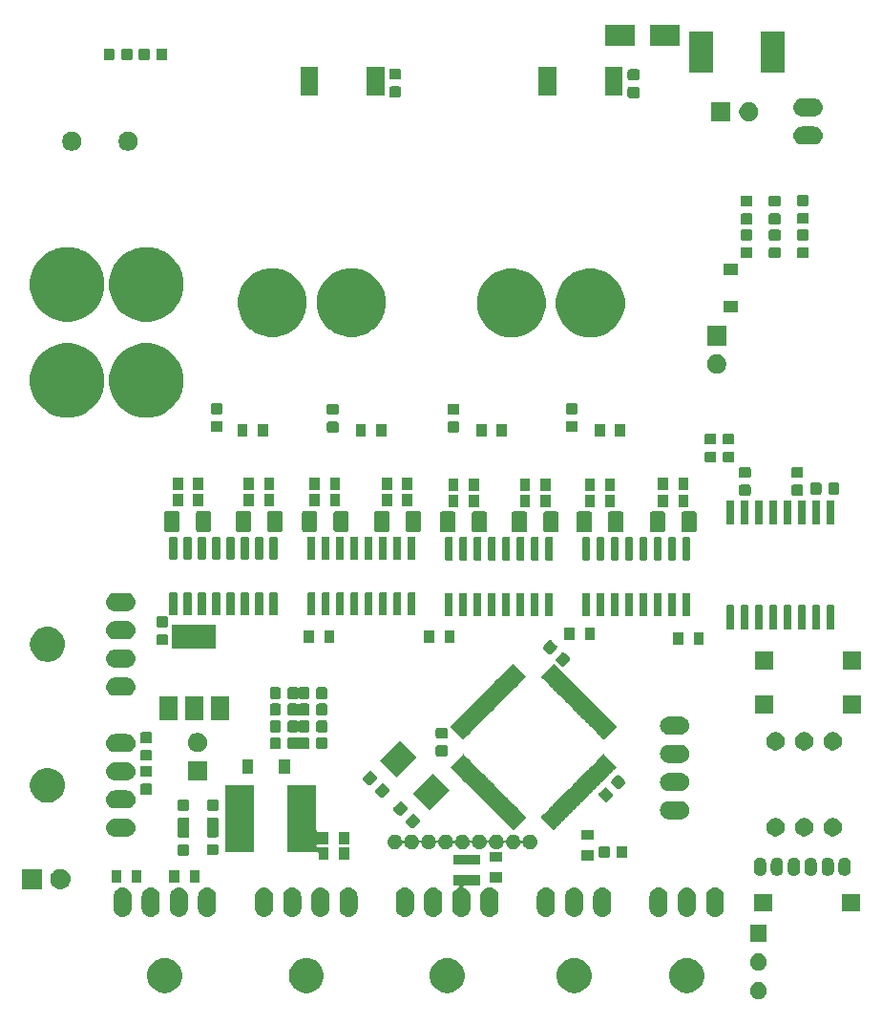
<source format=gbr>
G04 #@! TF.GenerationSoftware,KiCad,Pcbnew,(5.1.4)-1*
G04 #@! TF.CreationDate,2020-01-28T00:34:58+09:00*
G04 #@! TF.ProjectId,NormalMD,4e6f726d-616c-44d4-942e-6b696361645f,rev?*
G04 #@! TF.SameCoordinates,Original*
G04 #@! TF.FileFunction,Soldermask,Top*
G04 #@! TF.FilePolarity,Negative*
%FSLAX46Y46*%
G04 Gerber Fmt 4.6, Leading zero omitted, Abs format (unit mm)*
G04 Created by KiCad (PCBNEW (5.1.4)-1) date 2020-01-28 00:34:58*
%MOMM*%
%LPD*%
G04 APERTURE LIST*
%ADD10C,0.100000*%
G04 APERTURE END LIST*
D10*
G36*
X138394425Y-136944599D02*
G01*
X138518621Y-136969302D01*
X138655022Y-137025801D01*
X138777779Y-137107825D01*
X138882175Y-137212221D01*
X138964199Y-137334978D01*
X139020698Y-137471379D01*
X139049500Y-137616181D01*
X139049500Y-137763819D01*
X139020698Y-137908621D01*
X138964199Y-138045022D01*
X138882175Y-138167779D01*
X138777779Y-138272175D01*
X138655022Y-138354199D01*
X138518621Y-138410698D01*
X138394425Y-138435401D01*
X138373820Y-138439500D01*
X138226180Y-138439500D01*
X138205575Y-138435401D01*
X138081379Y-138410698D01*
X137944978Y-138354199D01*
X137822221Y-138272175D01*
X137717825Y-138167779D01*
X137635801Y-138045022D01*
X137579302Y-137908621D01*
X137550500Y-137763819D01*
X137550500Y-137616181D01*
X137579302Y-137471379D01*
X137635801Y-137334978D01*
X137717825Y-137212221D01*
X137822221Y-137107825D01*
X137944978Y-137025801D01*
X138081379Y-136969302D01*
X138205575Y-136944599D01*
X138226180Y-136940500D01*
X138373820Y-136940500D01*
X138394425Y-136944599D01*
X138394425Y-136944599D01*
G37*
G36*
X132252585Y-134828802D02*
G01*
X132402410Y-134858604D01*
X132684674Y-134975521D01*
X132938705Y-135145259D01*
X133154741Y-135361295D01*
X133324479Y-135615326D01*
X133441396Y-135897590D01*
X133501000Y-136197240D01*
X133501000Y-136502760D01*
X133441396Y-136802410D01*
X133324479Y-137084674D01*
X133154741Y-137338705D01*
X132938705Y-137554741D01*
X132684674Y-137724479D01*
X132402410Y-137841396D01*
X132252585Y-137871198D01*
X132102761Y-137901000D01*
X131797239Y-137901000D01*
X131647415Y-137871198D01*
X131497590Y-137841396D01*
X131215326Y-137724479D01*
X130961295Y-137554741D01*
X130745259Y-137338705D01*
X130575521Y-137084674D01*
X130458604Y-136802410D01*
X130399000Y-136502760D01*
X130399000Y-136197240D01*
X130458604Y-135897590D01*
X130575521Y-135615326D01*
X130745259Y-135361295D01*
X130961295Y-135145259D01*
X131215326Y-134975521D01*
X131497590Y-134858604D01*
X131647415Y-134828802D01*
X131797239Y-134799000D01*
X132102761Y-134799000D01*
X132252585Y-134828802D01*
X132252585Y-134828802D01*
G37*
G36*
X122252585Y-134828802D02*
G01*
X122402410Y-134858604D01*
X122684674Y-134975521D01*
X122938705Y-135145259D01*
X123154741Y-135361295D01*
X123324479Y-135615326D01*
X123441396Y-135897590D01*
X123501000Y-136197240D01*
X123501000Y-136502760D01*
X123441396Y-136802410D01*
X123324479Y-137084674D01*
X123154741Y-137338705D01*
X122938705Y-137554741D01*
X122684674Y-137724479D01*
X122402410Y-137841396D01*
X122252585Y-137871198D01*
X122102761Y-137901000D01*
X121797239Y-137901000D01*
X121647415Y-137871198D01*
X121497590Y-137841396D01*
X121215326Y-137724479D01*
X120961295Y-137554741D01*
X120745259Y-137338705D01*
X120575521Y-137084674D01*
X120458604Y-136802410D01*
X120399000Y-136502760D01*
X120399000Y-136197240D01*
X120458604Y-135897590D01*
X120575521Y-135615326D01*
X120745259Y-135361295D01*
X120961295Y-135145259D01*
X121215326Y-134975521D01*
X121497590Y-134858604D01*
X121647415Y-134828802D01*
X121797239Y-134799000D01*
X122102761Y-134799000D01*
X122252585Y-134828802D01*
X122252585Y-134828802D01*
G37*
G36*
X111002585Y-134828802D02*
G01*
X111152410Y-134858604D01*
X111434674Y-134975521D01*
X111688705Y-135145259D01*
X111904741Y-135361295D01*
X112074479Y-135615326D01*
X112191396Y-135897590D01*
X112251000Y-136197240D01*
X112251000Y-136502760D01*
X112191396Y-136802410D01*
X112074479Y-137084674D01*
X111904741Y-137338705D01*
X111688705Y-137554741D01*
X111434674Y-137724479D01*
X111152410Y-137841396D01*
X111002585Y-137871198D01*
X110852761Y-137901000D01*
X110547239Y-137901000D01*
X110397415Y-137871198D01*
X110247590Y-137841396D01*
X109965326Y-137724479D01*
X109711295Y-137554741D01*
X109495259Y-137338705D01*
X109325521Y-137084674D01*
X109208604Y-136802410D01*
X109149000Y-136502760D01*
X109149000Y-136197240D01*
X109208604Y-135897590D01*
X109325521Y-135615326D01*
X109495259Y-135361295D01*
X109711295Y-135145259D01*
X109965326Y-134975521D01*
X110247590Y-134858604D01*
X110397415Y-134828802D01*
X110547239Y-134799000D01*
X110852761Y-134799000D01*
X111002585Y-134828802D01*
X111002585Y-134828802D01*
G37*
G36*
X85952585Y-134828802D02*
G01*
X86102410Y-134858604D01*
X86384674Y-134975521D01*
X86638705Y-135145259D01*
X86854741Y-135361295D01*
X87024479Y-135615326D01*
X87141396Y-135897590D01*
X87201000Y-136197240D01*
X87201000Y-136502760D01*
X87141396Y-136802410D01*
X87024479Y-137084674D01*
X86854741Y-137338705D01*
X86638705Y-137554741D01*
X86384674Y-137724479D01*
X86102410Y-137841396D01*
X85952585Y-137871198D01*
X85802761Y-137901000D01*
X85497239Y-137901000D01*
X85347415Y-137871198D01*
X85197590Y-137841396D01*
X84915326Y-137724479D01*
X84661295Y-137554741D01*
X84445259Y-137338705D01*
X84275521Y-137084674D01*
X84158604Y-136802410D01*
X84099000Y-136502760D01*
X84099000Y-136197240D01*
X84158604Y-135897590D01*
X84275521Y-135615326D01*
X84445259Y-135361295D01*
X84661295Y-135145259D01*
X84915326Y-134975521D01*
X85197590Y-134858604D01*
X85347415Y-134828802D01*
X85497239Y-134799000D01*
X85802761Y-134799000D01*
X85952585Y-134828802D01*
X85952585Y-134828802D01*
G37*
G36*
X98502585Y-134828802D02*
G01*
X98652410Y-134858604D01*
X98934674Y-134975521D01*
X99188705Y-135145259D01*
X99404741Y-135361295D01*
X99574479Y-135615326D01*
X99691396Y-135897590D01*
X99751000Y-136197240D01*
X99751000Y-136502760D01*
X99691396Y-136802410D01*
X99574479Y-137084674D01*
X99404741Y-137338705D01*
X99188705Y-137554741D01*
X98934674Y-137724479D01*
X98652410Y-137841396D01*
X98502585Y-137871198D01*
X98352761Y-137901000D01*
X98047239Y-137901000D01*
X97897415Y-137871198D01*
X97747590Y-137841396D01*
X97465326Y-137724479D01*
X97211295Y-137554741D01*
X96995259Y-137338705D01*
X96825521Y-137084674D01*
X96708604Y-136802410D01*
X96649000Y-136502760D01*
X96649000Y-136197240D01*
X96708604Y-135897590D01*
X96825521Y-135615326D01*
X96995259Y-135361295D01*
X97211295Y-135145259D01*
X97465326Y-134975521D01*
X97747590Y-134858604D01*
X97897415Y-134828802D01*
X98047239Y-134799000D01*
X98352761Y-134799000D01*
X98502585Y-134828802D01*
X98502585Y-134828802D01*
G37*
G36*
X138394425Y-134404599D02*
G01*
X138518621Y-134429302D01*
X138655022Y-134485801D01*
X138777779Y-134567825D01*
X138882175Y-134672221D01*
X138964199Y-134794978D01*
X139020698Y-134931379D01*
X139049500Y-135076181D01*
X139049500Y-135223819D01*
X139020698Y-135368621D01*
X138964199Y-135505022D01*
X138882175Y-135627779D01*
X138777779Y-135732175D01*
X138655022Y-135814199D01*
X138518621Y-135870698D01*
X138394425Y-135895401D01*
X138373820Y-135899500D01*
X138226180Y-135899500D01*
X138205575Y-135895401D01*
X138081379Y-135870698D01*
X137944978Y-135814199D01*
X137822221Y-135732175D01*
X137717825Y-135627779D01*
X137635801Y-135505022D01*
X137579302Y-135368621D01*
X137550500Y-135223819D01*
X137550500Y-135076181D01*
X137579302Y-134931379D01*
X137635801Y-134794978D01*
X137717825Y-134672221D01*
X137822221Y-134567825D01*
X137944978Y-134485801D01*
X138081379Y-134429302D01*
X138205575Y-134404599D01*
X138226180Y-134400500D01*
X138373820Y-134400500D01*
X138394425Y-134404599D01*
X138394425Y-134404599D01*
G37*
G36*
X139049500Y-133359500D02*
G01*
X137550500Y-133359500D01*
X137550500Y-131860500D01*
X139049500Y-131860500D01*
X139049500Y-133359500D01*
X139049500Y-133359500D01*
G37*
G36*
X129607022Y-128560590D02*
G01*
X129691572Y-128586238D01*
X129758012Y-128606392D01*
X129897164Y-128680771D01*
X130019133Y-128780867D01*
X130119229Y-128902835D01*
X130193608Y-129041987D01*
X130208875Y-129092318D01*
X130239410Y-129192977D01*
X130251000Y-129310655D01*
X130251000Y-130389345D01*
X130239410Y-130507023D01*
X130208875Y-130607682D01*
X130193608Y-130658013D01*
X130119229Y-130797165D01*
X130019133Y-130919133D01*
X129897165Y-131019229D01*
X129758013Y-131093608D01*
X129707682Y-131108875D01*
X129607023Y-131139410D01*
X129450000Y-131154875D01*
X129292978Y-131139410D01*
X129192319Y-131108875D01*
X129141988Y-131093608D01*
X129002836Y-131019229D01*
X128880868Y-130919133D01*
X128780772Y-130797165D01*
X128706393Y-130658013D01*
X128691126Y-130607682D01*
X128660591Y-130507023D01*
X128649001Y-130389345D01*
X128649000Y-129310656D01*
X128660590Y-129192978D01*
X128706392Y-129041989D01*
X128706392Y-129041988D01*
X128780771Y-128902836D01*
X128780772Y-128902835D01*
X128880867Y-128780867D01*
X129002835Y-128680771D01*
X129141987Y-128606392D01*
X129208427Y-128586238D01*
X129292977Y-128560590D01*
X129450000Y-128545125D01*
X129607022Y-128560590D01*
X129607022Y-128560590D01*
G37*
G36*
X132107022Y-128560590D02*
G01*
X132191572Y-128586238D01*
X132258012Y-128606392D01*
X132397164Y-128680771D01*
X132519133Y-128780867D01*
X132619229Y-128902835D01*
X132693608Y-129041987D01*
X132708875Y-129092318D01*
X132739410Y-129192977D01*
X132751000Y-129310655D01*
X132751000Y-130389345D01*
X132739410Y-130507023D01*
X132708875Y-130607682D01*
X132693608Y-130658013D01*
X132619229Y-130797165D01*
X132519133Y-130919133D01*
X132397165Y-131019229D01*
X132258013Y-131093608D01*
X132207682Y-131108875D01*
X132107023Y-131139410D01*
X131950000Y-131154875D01*
X131792978Y-131139410D01*
X131692319Y-131108875D01*
X131641988Y-131093608D01*
X131502836Y-131019229D01*
X131380868Y-130919133D01*
X131280772Y-130797165D01*
X131206393Y-130658013D01*
X131191126Y-130607682D01*
X131160591Y-130507023D01*
X131149001Y-130389345D01*
X131149000Y-129310656D01*
X131160590Y-129192978D01*
X131206392Y-129041989D01*
X131206392Y-129041988D01*
X131280771Y-128902836D01*
X131280772Y-128902835D01*
X131380867Y-128780867D01*
X131502835Y-128680771D01*
X131641987Y-128606392D01*
X131708427Y-128586238D01*
X131792977Y-128560590D01*
X131950000Y-128545125D01*
X132107022Y-128560590D01*
X132107022Y-128560590D01*
G37*
G36*
X134607022Y-128560590D02*
G01*
X134691572Y-128586238D01*
X134758012Y-128606392D01*
X134897164Y-128680771D01*
X135019133Y-128780867D01*
X135119229Y-128902835D01*
X135193608Y-129041987D01*
X135208875Y-129092318D01*
X135239410Y-129192977D01*
X135251000Y-129310655D01*
X135251000Y-130389345D01*
X135239410Y-130507023D01*
X135208875Y-130607682D01*
X135193608Y-130658013D01*
X135119229Y-130797165D01*
X135019133Y-130919133D01*
X134897165Y-131019229D01*
X134758013Y-131093608D01*
X134707682Y-131108875D01*
X134607023Y-131139410D01*
X134450000Y-131154875D01*
X134292978Y-131139410D01*
X134192319Y-131108875D01*
X134141988Y-131093608D01*
X134002836Y-131019229D01*
X133880868Y-130919133D01*
X133780772Y-130797165D01*
X133706393Y-130658013D01*
X133691126Y-130607682D01*
X133660591Y-130507023D01*
X133649001Y-130389345D01*
X133649000Y-129310656D01*
X133660590Y-129192978D01*
X133706392Y-129041989D01*
X133706392Y-129041988D01*
X133780771Y-128902836D01*
X133780772Y-128902835D01*
X133880867Y-128780867D01*
X134002835Y-128680771D01*
X134141987Y-128606392D01*
X134208427Y-128586238D01*
X134292977Y-128560590D01*
X134450000Y-128545125D01*
X134607022Y-128560590D01*
X134607022Y-128560590D01*
G37*
G36*
X119607022Y-128560590D02*
G01*
X119691572Y-128586238D01*
X119758012Y-128606392D01*
X119897164Y-128680771D01*
X120019133Y-128780867D01*
X120119229Y-128902835D01*
X120193608Y-129041987D01*
X120208875Y-129092318D01*
X120239410Y-129192977D01*
X120251000Y-129310655D01*
X120251000Y-130389345D01*
X120239410Y-130507023D01*
X120208875Y-130607682D01*
X120193608Y-130658013D01*
X120119229Y-130797165D01*
X120019133Y-130919133D01*
X119897165Y-131019229D01*
X119758013Y-131093608D01*
X119707682Y-131108875D01*
X119607023Y-131139410D01*
X119450000Y-131154875D01*
X119292978Y-131139410D01*
X119192319Y-131108875D01*
X119141988Y-131093608D01*
X119002836Y-131019229D01*
X118880868Y-130919133D01*
X118780772Y-130797165D01*
X118706393Y-130658013D01*
X118691126Y-130607682D01*
X118660591Y-130507023D01*
X118649001Y-130389345D01*
X118649000Y-129310656D01*
X118660590Y-129192978D01*
X118706392Y-129041989D01*
X118706392Y-129041988D01*
X118780771Y-128902836D01*
X118780772Y-128902835D01*
X118880867Y-128780867D01*
X119002835Y-128680771D01*
X119141987Y-128606392D01*
X119208427Y-128586238D01*
X119292977Y-128560590D01*
X119450000Y-128545125D01*
X119607022Y-128560590D01*
X119607022Y-128560590D01*
G37*
G36*
X122107022Y-128560590D02*
G01*
X122191572Y-128586238D01*
X122258012Y-128606392D01*
X122397164Y-128680771D01*
X122519133Y-128780867D01*
X122619229Y-128902835D01*
X122693608Y-129041987D01*
X122708875Y-129092318D01*
X122739410Y-129192977D01*
X122751000Y-129310655D01*
X122751000Y-130389345D01*
X122739410Y-130507023D01*
X122708875Y-130607682D01*
X122693608Y-130658013D01*
X122619229Y-130797165D01*
X122519133Y-130919133D01*
X122397165Y-131019229D01*
X122258013Y-131093608D01*
X122207682Y-131108875D01*
X122107023Y-131139410D01*
X121950000Y-131154875D01*
X121792978Y-131139410D01*
X121692319Y-131108875D01*
X121641988Y-131093608D01*
X121502836Y-131019229D01*
X121380868Y-130919133D01*
X121280772Y-130797165D01*
X121206393Y-130658013D01*
X121191126Y-130607682D01*
X121160591Y-130507023D01*
X121149001Y-130389345D01*
X121149000Y-129310656D01*
X121160590Y-129192978D01*
X121206392Y-129041989D01*
X121206392Y-129041988D01*
X121280771Y-128902836D01*
X121280772Y-128902835D01*
X121380867Y-128780867D01*
X121502835Y-128680771D01*
X121641987Y-128606392D01*
X121708427Y-128586238D01*
X121792977Y-128560590D01*
X121950000Y-128545125D01*
X122107022Y-128560590D01*
X122107022Y-128560590D01*
G37*
G36*
X124607022Y-128560590D02*
G01*
X124691572Y-128586238D01*
X124758012Y-128606392D01*
X124897164Y-128680771D01*
X125019133Y-128780867D01*
X125119229Y-128902835D01*
X125193608Y-129041987D01*
X125208875Y-129092318D01*
X125239410Y-129192977D01*
X125251000Y-129310655D01*
X125251000Y-130389345D01*
X125239410Y-130507023D01*
X125208875Y-130607682D01*
X125193608Y-130658013D01*
X125119229Y-130797165D01*
X125019133Y-130919133D01*
X124897165Y-131019229D01*
X124758013Y-131093608D01*
X124707682Y-131108875D01*
X124607023Y-131139410D01*
X124450000Y-131154875D01*
X124292978Y-131139410D01*
X124192319Y-131108875D01*
X124141988Y-131093608D01*
X124002836Y-131019229D01*
X123880868Y-130919133D01*
X123780772Y-130797165D01*
X123706393Y-130658013D01*
X123691126Y-130607682D01*
X123660591Y-130507023D01*
X123649001Y-130389345D01*
X123649000Y-129310656D01*
X123660590Y-129192978D01*
X123706392Y-129041989D01*
X123706392Y-129041988D01*
X123780771Y-128902836D01*
X123780772Y-128902835D01*
X123880867Y-128780867D01*
X124002835Y-128680771D01*
X124141987Y-128606392D01*
X124208427Y-128586238D01*
X124292977Y-128560590D01*
X124450000Y-128545125D01*
X124607022Y-128560590D01*
X124607022Y-128560590D01*
G37*
G36*
X114607022Y-128560590D02*
G01*
X114691572Y-128586238D01*
X114758012Y-128606392D01*
X114897164Y-128680771D01*
X115019133Y-128780867D01*
X115119229Y-128902835D01*
X115193608Y-129041987D01*
X115208875Y-129092318D01*
X115239410Y-129192977D01*
X115251000Y-129310655D01*
X115251000Y-130389345D01*
X115239410Y-130507023D01*
X115208875Y-130607682D01*
X115193608Y-130658013D01*
X115119229Y-130797165D01*
X115019133Y-130919133D01*
X114897165Y-131019229D01*
X114758013Y-131093608D01*
X114707682Y-131108875D01*
X114607023Y-131139410D01*
X114450000Y-131154875D01*
X114292978Y-131139410D01*
X114192319Y-131108875D01*
X114141988Y-131093608D01*
X114002836Y-131019229D01*
X113880868Y-130919133D01*
X113780772Y-130797165D01*
X113706393Y-130658013D01*
X113691126Y-130607682D01*
X113660591Y-130507023D01*
X113649001Y-130389345D01*
X113649000Y-129310656D01*
X113660590Y-129192978D01*
X113706392Y-129041989D01*
X113706392Y-129041988D01*
X113780771Y-128902836D01*
X113780772Y-128902835D01*
X113880867Y-128780867D01*
X114002835Y-128680771D01*
X114141987Y-128606392D01*
X114208427Y-128586238D01*
X114292977Y-128560590D01*
X114450000Y-128545125D01*
X114607022Y-128560590D01*
X114607022Y-128560590D01*
G37*
G36*
X113651000Y-128351000D02*
G01*
X112258772Y-128351000D01*
X112234386Y-128353402D01*
X112210937Y-128360515D01*
X112189326Y-128372066D01*
X112170384Y-128387611D01*
X112154839Y-128406553D01*
X112143288Y-128428164D01*
X112136175Y-128451613D01*
X112133773Y-128475999D01*
X112136175Y-128500385D01*
X112143288Y-128523834D01*
X112154839Y-128545445D01*
X112170384Y-128564387D01*
X112189326Y-128579932D01*
X112210937Y-128591483D01*
X112222487Y-128595616D01*
X112258012Y-128606392D01*
X112397164Y-128680771D01*
X112519133Y-128780867D01*
X112619229Y-128902835D01*
X112693608Y-129041987D01*
X112708875Y-129092318D01*
X112739410Y-129192977D01*
X112751000Y-129310655D01*
X112751000Y-130389345D01*
X112739410Y-130507023D01*
X112708875Y-130607682D01*
X112693608Y-130658013D01*
X112619229Y-130797165D01*
X112519133Y-130919133D01*
X112397165Y-131019229D01*
X112258013Y-131093608D01*
X112207682Y-131108875D01*
X112107023Y-131139410D01*
X111950000Y-131154875D01*
X111792978Y-131139410D01*
X111692319Y-131108875D01*
X111641988Y-131093608D01*
X111502836Y-131019229D01*
X111380868Y-130919133D01*
X111280772Y-130797165D01*
X111206393Y-130658013D01*
X111191126Y-130607682D01*
X111160591Y-130507023D01*
X111149001Y-130389345D01*
X111149000Y-129310656D01*
X111160590Y-129192978D01*
X111206392Y-129041989D01*
X111206392Y-129041988D01*
X111280771Y-128902836D01*
X111280772Y-128902835D01*
X111380867Y-128780867D01*
X111502835Y-128680771D01*
X111641987Y-128606392D01*
X111677512Y-128595616D01*
X111700151Y-128586238D01*
X111720525Y-128572625D01*
X111737852Y-128555298D01*
X111751466Y-128534923D01*
X111760844Y-128512285D01*
X111765624Y-128488251D01*
X111765624Y-128463747D01*
X111760844Y-128439714D01*
X111751466Y-128417075D01*
X111737853Y-128396701D01*
X111720526Y-128379374D01*
X111700151Y-128365760D01*
X111677513Y-128356382D01*
X111653479Y-128351602D01*
X111641227Y-128351000D01*
X111249000Y-128351000D01*
X111249000Y-127449000D01*
X113651000Y-127449000D01*
X113651000Y-128351000D01*
X113651000Y-128351000D01*
G37*
G36*
X109607022Y-128560590D02*
G01*
X109691572Y-128586238D01*
X109758012Y-128606392D01*
X109897164Y-128680771D01*
X110019133Y-128780867D01*
X110119229Y-128902835D01*
X110193608Y-129041987D01*
X110208875Y-129092318D01*
X110239410Y-129192977D01*
X110251000Y-129310655D01*
X110251000Y-130389345D01*
X110239410Y-130507023D01*
X110208875Y-130607682D01*
X110193608Y-130658013D01*
X110119229Y-130797165D01*
X110019133Y-130919133D01*
X109897165Y-131019229D01*
X109758013Y-131093608D01*
X109707682Y-131108875D01*
X109607023Y-131139410D01*
X109450000Y-131154875D01*
X109292978Y-131139410D01*
X109192319Y-131108875D01*
X109141988Y-131093608D01*
X109002836Y-131019229D01*
X108880868Y-130919133D01*
X108780772Y-130797165D01*
X108706393Y-130658013D01*
X108691126Y-130607682D01*
X108660591Y-130507023D01*
X108649001Y-130389345D01*
X108649000Y-129310656D01*
X108660590Y-129192978D01*
X108706392Y-129041989D01*
X108706392Y-129041988D01*
X108780771Y-128902836D01*
X108780772Y-128902835D01*
X108880867Y-128780867D01*
X109002835Y-128680771D01*
X109141987Y-128606392D01*
X109208427Y-128586238D01*
X109292977Y-128560590D01*
X109450000Y-128545125D01*
X109607022Y-128560590D01*
X109607022Y-128560590D01*
G37*
G36*
X94607022Y-128560590D02*
G01*
X94691572Y-128586238D01*
X94758012Y-128606392D01*
X94897164Y-128680771D01*
X95019133Y-128780867D01*
X95119229Y-128902835D01*
X95193608Y-129041987D01*
X95208875Y-129092318D01*
X95239410Y-129192977D01*
X95251000Y-129310655D01*
X95251000Y-130389345D01*
X95239410Y-130507023D01*
X95208875Y-130607682D01*
X95193608Y-130658013D01*
X95119229Y-130797165D01*
X95019133Y-130919133D01*
X94897165Y-131019229D01*
X94758013Y-131093608D01*
X94707682Y-131108875D01*
X94607023Y-131139410D01*
X94450000Y-131154875D01*
X94292978Y-131139410D01*
X94192319Y-131108875D01*
X94141988Y-131093608D01*
X94002836Y-131019229D01*
X93880868Y-130919133D01*
X93780772Y-130797165D01*
X93706393Y-130658013D01*
X93691126Y-130607682D01*
X93660591Y-130507023D01*
X93649001Y-130389345D01*
X93649000Y-129310656D01*
X93660590Y-129192978D01*
X93706392Y-129041989D01*
X93706392Y-129041988D01*
X93780771Y-128902836D01*
X93780772Y-128902835D01*
X93880867Y-128780867D01*
X94002835Y-128680771D01*
X94141987Y-128606392D01*
X94208427Y-128586238D01*
X94292977Y-128560590D01*
X94450000Y-128545125D01*
X94607022Y-128560590D01*
X94607022Y-128560590D01*
G37*
G36*
X97107022Y-128560590D02*
G01*
X97191572Y-128586238D01*
X97258012Y-128606392D01*
X97397164Y-128680771D01*
X97519133Y-128780867D01*
X97619229Y-128902835D01*
X97693608Y-129041987D01*
X97708875Y-129092318D01*
X97739410Y-129192977D01*
X97751000Y-129310655D01*
X97751000Y-130389345D01*
X97739410Y-130507023D01*
X97708875Y-130607682D01*
X97693608Y-130658013D01*
X97619229Y-130797165D01*
X97519133Y-130919133D01*
X97397165Y-131019229D01*
X97258013Y-131093608D01*
X97207682Y-131108875D01*
X97107023Y-131139410D01*
X96950000Y-131154875D01*
X96792978Y-131139410D01*
X96692319Y-131108875D01*
X96641988Y-131093608D01*
X96502836Y-131019229D01*
X96380868Y-130919133D01*
X96280772Y-130797165D01*
X96206393Y-130658013D01*
X96191126Y-130607682D01*
X96160591Y-130507023D01*
X96149001Y-130389345D01*
X96149000Y-129310656D01*
X96160590Y-129192978D01*
X96206392Y-129041989D01*
X96206392Y-129041988D01*
X96280771Y-128902836D01*
X96280772Y-128902835D01*
X96380867Y-128780867D01*
X96502835Y-128680771D01*
X96641987Y-128606392D01*
X96708427Y-128586238D01*
X96792977Y-128560590D01*
X96950000Y-128545125D01*
X97107022Y-128560590D01*
X97107022Y-128560590D01*
G37*
G36*
X99607022Y-128560590D02*
G01*
X99691572Y-128586238D01*
X99758012Y-128606392D01*
X99897164Y-128680771D01*
X100019133Y-128780867D01*
X100119229Y-128902835D01*
X100193608Y-129041987D01*
X100208875Y-129092318D01*
X100239410Y-129192977D01*
X100251000Y-129310655D01*
X100251000Y-130389345D01*
X100239410Y-130507023D01*
X100208875Y-130607682D01*
X100193608Y-130658013D01*
X100119229Y-130797165D01*
X100019133Y-130919133D01*
X99897165Y-131019229D01*
X99758013Y-131093608D01*
X99707682Y-131108875D01*
X99607023Y-131139410D01*
X99450000Y-131154875D01*
X99292978Y-131139410D01*
X99192319Y-131108875D01*
X99141988Y-131093608D01*
X99002836Y-131019229D01*
X98880868Y-130919133D01*
X98780772Y-130797165D01*
X98706393Y-130658013D01*
X98691126Y-130607682D01*
X98660591Y-130507023D01*
X98649001Y-130389345D01*
X98649000Y-129310656D01*
X98660590Y-129192978D01*
X98706392Y-129041989D01*
X98706392Y-129041988D01*
X98780771Y-128902836D01*
X98780772Y-128902835D01*
X98880867Y-128780867D01*
X99002835Y-128680771D01*
X99141987Y-128606392D01*
X99208427Y-128586238D01*
X99292977Y-128560590D01*
X99450000Y-128545125D01*
X99607022Y-128560590D01*
X99607022Y-128560590D01*
G37*
G36*
X102107022Y-128560590D02*
G01*
X102191572Y-128586238D01*
X102258012Y-128606392D01*
X102397164Y-128680771D01*
X102519133Y-128780867D01*
X102619229Y-128902835D01*
X102693608Y-129041987D01*
X102708875Y-129092318D01*
X102739410Y-129192977D01*
X102751000Y-129310655D01*
X102751000Y-130389345D01*
X102739410Y-130507023D01*
X102708875Y-130607682D01*
X102693608Y-130658013D01*
X102619229Y-130797165D01*
X102519133Y-130919133D01*
X102397165Y-131019229D01*
X102258013Y-131093608D01*
X102207682Y-131108875D01*
X102107023Y-131139410D01*
X101950000Y-131154875D01*
X101792978Y-131139410D01*
X101692319Y-131108875D01*
X101641988Y-131093608D01*
X101502836Y-131019229D01*
X101380868Y-130919133D01*
X101280772Y-130797165D01*
X101206393Y-130658013D01*
X101191126Y-130607682D01*
X101160591Y-130507023D01*
X101149001Y-130389345D01*
X101149000Y-129310656D01*
X101160590Y-129192978D01*
X101206392Y-129041989D01*
X101206392Y-129041988D01*
X101280771Y-128902836D01*
X101280772Y-128902835D01*
X101380867Y-128780867D01*
X101502835Y-128680771D01*
X101641987Y-128606392D01*
X101708427Y-128586238D01*
X101792977Y-128560590D01*
X101950000Y-128545125D01*
X102107022Y-128560590D01*
X102107022Y-128560590D01*
G37*
G36*
X89557022Y-128560590D02*
G01*
X89641572Y-128586238D01*
X89708012Y-128606392D01*
X89847164Y-128680771D01*
X89969133Y-128780867D01*
X90069229Y-128902835D01*
X90143608Y-129041987D01*
X90158875Y-129092318D01*
X90189410Y-129192977D01*
X90201000Y-129310655D01*
X90201000Y-130389345D01*
X90189410Y-130507023D01*
X90158875Y-130607682D01*
X90143608Y-130658013D01*
X90069229Y-130797165D01*
X89969133Y-130919133D01*
X89847165Y-131019229D01*
X89708013Y-131093608D01*
X89657682Y-131108875D01*
X89557023Y-131139410D01*
X89400000Y-131154875D01*
X89242978Y-131139410D01*
X89142319Y-131108875D01*
X89091988Y-131093608D01*
X88952836Y-131019229D01*
X88830868Y-130919133D01*
X88730772Y-130797165D01*
X88656393Y-130658013D01*
X88641126Y-130607682D01*
X88610591Y-130507023D01*
X88599001Y-130389345D01*
X88599000Y-129310656D01*
X88610590Y-129192978D01*
X88656392Y-129041989D01*
X88656392Y-129041988D01*
X88730771Y-128902836D01*
X88730772Y-128902835D01*
X88830867Y-128780867D01*
X88952835Y-128680771D01*
X89091987Y-128606392D01*
X89158427Y-128586238D01*
X89242977Y-128560590D01*
X89400000Y-128545125D01*
X89557022Y-128560590D01*
X89557022Y-128560590D01*
G37*
G36*
X87057022Y-128560590D02*
G01*
X87141572Y-128586238D01*
X87208012Y-128606392D01*
X87347164Y-128680771D01*
X87469133Y-128780867D01*
X87569229Y-128902835D01*
X87643608Y-129041987D01*
X87658875Y-129092318D01*
X87689410Y-129192977D01*
X87701000Y-129310655D01*
X87701000Y-130389345D01*
X87689410Y-130507023D01*
X87658875Y-130607682D01*
X87643608Y-130658013D01*
X87569229Y-130797165D01*
X87469133Y-130919133D01*
X87347165Y-131019229D01*
X87208013Y-131093608D01*
X87157682Y-131108875D01*
X87057023Y-131139410D01*
X86900000Y-131154875D01*
X86742978Y-131139410D01*
X86642319Y-131108875D01*
X86591988Y-131093608D01*
X86452836Y-131019229D01*
X86330868Y-130919133D01*
X86230772Y-130797165D01*
X86156393Y-130658013D01*
X86141126Y-130607682D01*
X86110591Y-130507023D01*
X86099001Y-130389345D01*
X86099000Y-129310656D01*
X86110590Y-129192978D01*
X86156392Y-129041989D01*
X86156392Y-129041988D01*
X86230771Y-128902836D01*
X86230772Y-128902835D01*
X86330867Y-128780867D01*
X86452835Y-128680771D01*
X86591987Y-128606392D01*
X86658427Y-128586238D01*
X86742977Y-128560590D01*
X86900000Y-128545125D01*
X87057022Y-128560590D01*
X87057022Y-128560590D01*
G37*
G36*
X84557022Y-128560590D02*
G01*
X84641572Y-128586238D01*
X84708012Y-128606392D01*
X84847164Y-128680771D01*
X84969133Y-128780867D01*
X85069229Y-128902835D01*
X85143608Y-129041987D01*
X85158875Y-129092318D01*
X85189410Y-129192977D01*
X85201000Y-129310655D01*
X85201000Y-130389345D01*
X85189410Y-130507023D01*
X85158875Y-130607682D01*
X85143608Y-130658013D01*
X85069229Y-130797165D01*
X84969133Y-130919133D01*
X84847165Y-131019229D01*
X84708013Y-131093608D01*
X84657682Y-131108875D01*
X84557023Y-131139410D01*
X84400000Y-131154875D01*
X84242978Y-131139410D01*
X84142319Y-131108875D01*
X84091988Y-131093608D01*
X83952836Y-131019229D01*
X83830868Y-130919133D01*
X83730772Y-130797165D01*
X83656393Y-130658013D01*
X83641126Y-130607682D01*
X83610591Y-130507023D01*
X83599001Y-130389345D01*
X83599000Y-129310656D01*
X83610590Y-129192978D01*
X83656392Y-129041989D01*
X83656392Y-129041988D01*
X83730771Y-128902836D01*
X83730772Y-128902835D01*
X83830867Y-128780867D01*
X83952835Y-128680771D01*
X84091987Y-128606392D01*
X84158427Y-128586238D01*
X84242977Y-128560590D01*
X84400000Y-128545125D01*
X84557022Y-128560590D01*
X84557022Y-128560590D01*
G37*
G36*
X82057022Y-128560590D02*
G01*
X82141572Y-128586238D01*
X82208012Y-128606392D01*
X82347164Y-128680771D01*
X82469133Y-128780867D01*
X82569229Y-128902835D01*
X82643608Y-129041987D01*
X82658875Y-129092318D01*
X82689410Y-129192977D01*
X82701000Y-129310655D01*
X82701000Y-130389345D01*
X82689410Y-130507023D01*
X82658875Y-130607682D01*
X82643608Y-130658013D01*
X82569229Y-130797165D01*
X82469133Y-130919133D01*
X82347165Y-131019229D01*
X82208013Y-131093608D01*
X82157682Y-131108875D01*
X82057023Y-131139410D01*
X81900000Y-131154875D01*
X81742978Y-131139410D01*
X81642319Y-131108875D01*
X81591988Y-131093608D01*
X81452836Y-131019229D01*
X81330868Y-130919133D01*
X81230772Y-130797165D01*
X81156393Y-130658013D01*
X81141126Y-130607682D01*
X81110591Y-130507023D01*
X81099001Y-130389345D01*
X81099000Y-129310656D01*
X81110590Y-129192978D01*
X81156392Y-129041989D01*
X81156392Y-129041988D01*
X81230771Y-128902836D01*
X81230772Y-128902835D01*
X81330867Y-128780867D01*
X81452835Y-128680771D01*
X81591987Y-128606392D01*
X81658427Y-128586238D01*
X81742977Y-128560590D01*
X81900000Y-128545125D01*
X82057022Y-128560590D01*
X82057022Y-128560590D01*
G37*
G36*
X107107022Y-128560590D02*
G01*
X107191572Y-128586238D01*
X107258012Y-128606392D01*
X107397164Y-128680771D01*
X107519133Y-128780867D01*
X107619229Y-128902835D01*
X107693608Y-129041987D01*
X107708875Y-129092318D01*
X107739410Y-129192977D01*
X107751000Y-129310655D01*
X107751000Y-130389345D01*
X107739410Y-130507023D01*
X107708875Y-130607682D01*
X107693608Y-130658013D01*
X107619229Y-130797165D01*
X107519133Y-130919133D01*
X107397165Y-131019229D01*
X107258013Y-131093608D01*
X107207682Y-131108875D01*
X107107023Y-131139410D01*
X106950000Y-131154875D01*
X106792978Y-131139410D01*
X106692319Y-131108875D01*
X106641988Y-131093608D01*
X106502836Y-131019229D01*
X106380868Y-130919133D01*
X106280772Y-130797165D01*
X106206393Y-130658013D01*
X106191126Y-130607682D01*
X106160591Y-130507023D01*
X106149001Y-130389345D01*
X106149000Y-129310656D01*
X106160590Y-129192978D01*
X106206392Y-129041989D01*
X106206392Y-129041988D01*
X106280771Y-128902836D01*
X106280772Y-128902835D01*
X106380867Y-128780867D01*
X106502835Y-128680771D01*
X106641987Y-128606392D01*
X106708427Y-128586238D01*
X106792977Y-128560590D01*
X106950000Y-128545125D01*
X107107022Y-128560590D01*
X107107022Y-128560590D01*
G37*
G36*
X147301000Y-130701000D02*
G01*
X145699000Y-130701000D01*
X145699000Y-129099000D01*
X147301000Y-129099000D01*
X147301000Y-130701000D01*
X147301000Y-130701000D01*
G37*
G36*
X139501000Y-130701000D02*
G01*
X137899000Y-130701000D01*
X137899000Y-129099000D01*
X139501000Y-129099000D01*
X139501000Y-130701000D01*
X139501000Y-130701000D01*
G37*
G36*
X74751000Y-128701000D02*
G01*
X72949000Y-128701000D01*
X72949000Y-126899000D01*
X74751000Y-126899000D01*
X74751000Y-128701000D01*
X74751000Y-128701000D01*
G37*
G36*
X76500442Y-126905518D02*
G01*
X76566627Y-126912037D01*
X76736466Y-126963557D01*
X76736468Y-126963558D01*
X76814728Y-127005389D01*
X76892991Y-127047222D01*
X76895157Y-127049000D01*
X77030186Y-127159814D01*
X77113448Y-127261271D01*
X77142778Y-127297009D01*
X77226443Y-127453534D01*
X77277963Y-127623373D01*
X77295359Y-127800000D01*
X77277963Y-127976627D01*
X77226443Y-128146466D01*
X77142778Y-128302991D01*
X77113448Y-128338729D01*
X77030186Y-128440186D01*
X76956832Y-128500385D01*
X76892991Y-128552778D01*
X76736466Y-128636443D01*
X76566627Y-128687963D01*
X76500442Y-128694482D01*
X76434260Y-128701000D01*
X76345740Y-128701000D01*
X76279558Y-128694482D01*
X76213373Y-128687963D01*
X76043534Y-128636443D01*
X75887009Y-128552778D01*
X75823168Y-128500385D01*
X75749814Y-128440186D01*
X75666552Y-128338729D01*
X75637222Y-128302991D01*
X75553557Y-128146466D01*
X75502037Y-127976627D01*
X75484641Y-127800000D01*
X75502037Y-127623373D01*
X75553557Y-127453534D01*
X75637222Y-127297009D01*
X75666552Y-127261271D01*
X75749814Y-127159814D01*
X75884843Y-127049000D01*
X75887009Y-127047222D01*
X75965271Y-127005390D01*
X76043532Y-126963558D01*
X76043534Y-126963557D01*
X76213373Y-126912037D01*
X76279558Y-126905518D01*
X76345740Y-126899000D01*
X76434260Y-126899000D01*
X76500442Y-126905518D01*
X76500442Y-126905518D01*
G37*
G36*
X81801000Y-128151000D02*
G01*
X80899000Y-128151000D01*
X80899000Y-127049000D01*
X81801000Y-127049000D01*
X81801000Y-128151000D01*
X81801000Y-128151000D01*
G37*
G36*
X88751000Y-128151000D02*
G01*
X87849000Y-128151000D01*
X87849000Y-127049000D01*
X88751000Y-127049000D01*
X88751000Y-128151000D01*
X88751000Y-128151000D01*
G37*
G36*
X86951000Y-128151000D02*
G01*
X86049000Y-128151000D01*
X86049000Y-127049000D01*
X86951000Y-127049000D01*
X86951000Y-128151000D01*
X86951000Y-128151000D01*
G37*
G36*
X83601000Y-128151000D02*
G01*
X82699000Y-128151000D01*
X82699000Y-127049000D01*
X83601000Y-127049000D01*
X83601000Y-128151000D01*
X83601000Y-128151000D01*
G37*
G36*
X115601000Y-128101000D02*
G01*
X114499000Y-128101000D01*
X114499000Y-127199000D01*
X115601000Y-127199000D01*
X115601000Y-128101000D01*
X115601000Y-128101000D01*
G37*
G36*
X146058015Y-125894973D02*
G01*
X146161879Y-125926479D01*
X146189055Y-125941005D01*
X146257600Y-125977643D01*
X146341501Y-126046499D01*
X146410357Y-126130400D01*
X146446995Y-126198945D01*
X146461521Y-126226121D01*
X146493027Y-126329985D01*
X146501000Y-126410933D01*
X146501000Y-126989067D01*
X146493027Y-127070015D01*
X146461521Y-127173879D01*
X146410356Y-127269600D01*
X146341501Y-127353501D01*
X146272645Y-127410009D01*
X146257599Y-127422357D01*
X146207753Y-127449000D01*
X146161878Y-127473521D01*
X146058014Y-127505027D01*
X145950000Y-127515666D01*
X145841985Y-127505027D01*
X145738121Y-127473521D01*
X145692246Y-127449000D01*
X145642401Y-127422357D01*
X145629643Y-127411887D01*
X145558499Y-127353501D01*
X145489644Y-127269600D01*
X145438479Y-127173878D01*
X145406973Y-127070014D01*
X145399000Y-126989066D01*
X145399000Y-126410933D01*
X145406973Y-126329985D01*
X145438480Y-126226121D01*
X145438481Y-126226118D01*
X145489643Y-126130401D01*
X145558500Y-126046499D01*
X145642401Y-125977643D01*
X145710946Y-125941005D01*
X145738122Y-125926479D01*
X145841986Y-125894973D01*
X145950000Y-125884334D01*
X146058015Y-125894973D01*
X146058015Y-125894973D01*
G37*
G36*
X144558015Y-125894973D02*
G01*
X144661879Y-125926479D01*
X144689055Y-125941005D01*
X144757600Y-125977643D01*
X144841501Y-126046499D01*
X144910357Y-126130400D01*
X144946995Y-126198945D01*
X144961521Y-126226121D01*
X144993027Y-126329985D01*
X145001000Y-126410933D01*
X145001000Y-126989067D01*
X144993027Y-127070015D01*
X144961521Y-127173879D01*
X144910356Y-127269600D01*
X144841501Y-127353501D01*
X144772645Y-127410009D01*
X144757599Y-127422357D01*
X144707753Y-127449000D01*
X144661878Y-127473521D01*
X144558014Y-127505027D01*
X144450000Y-127515666D01*
X144341985Y-127505027D01*
X144238121Y-127473521D01*
X144192246Y-127449000D01*
X144142401Y-127422357D01*
X144129643Y-127411887D01*
X144058499Y-127353501D01*
X143989644Y-127269600D01*
X143938479Y-127173878D01*
X143906973Y-127070014D01*
X143899000Y-126989066D01*
X143899000Y-126410933D01*
X143906973Y-126329985D01*
X143938480Y-126226121D01*
X143938481Y-126226118D01*
X143989643Y-126130401D01*
X144058500Y-126046499D01*
X144142401Y-125977643D01*
X144210946Y-125941005D01*
X144238122Y-125926479D01*
X144341986Y-125894973D01*
X144450000Y-125884334D01*
X144558015Y-125894973D01*
X144558015Y-125894973D01*
G37*
G36*
X143058015Y-125894973D02*
G01*
X143161879Y-125926479D01*
X143189055Y-125941005D01*
X143257600Y-125977643D01*
X143341501Y-126046499D01*
X143410357Y-126130400D01*
X143446995Y-126198945D01*
X143461521Y-126226121D01*
X143493027Y-126329985D01*
X143501000Y-126410933D01*
X143501000Y-126989067D01*
X143493027Y-127070015D01*
X143461521Y-127173879D01*
X143410356Y-127269600D01*
X143341501Y-127353501D01*
X143272645Y-127410009D01*
X143257599Y-127422357D01*
X143207753Y-127449000D01*
X143161878Y-127473521D01*
X143058014Y-127505027D01*
X142950000Y-127515666D01*
X142841985Y-127505027D01*
X142738121Y-127473521D01*
X142692246Y-127449000D01*
X142642401Y-127422357D01*
X142629643Y-127411887D01*
X142558499Y-127353501D01*
X142489644Y-127269600D01*
X142438479Y-127173878D01*
X142406973Y-127070014D01*
X142399000Y-126989066D01*
X142399000Y-126410933D01*
X142406973Y-126329985D01*
X142438480Y-126226121D01*
X142438481Y-126226118D01*
X142489643Y-126130401D01*
X142558500Y-126046499D01*
X142642401Y-125977643D01*
X142710946Y-125941005D01*
X142738122Y-125926479D01*
X142841986Y-125894973D01*
X142950000Y-125884334D01*
X143058015Y-125894973D01*
X143058015Y-125894973D01*
G37*
G36*
X141558015Y-125894973D02*
G01*
X141661879Y-125926479D01*
X141689055Y-125941005D01*
X141757600Y-125977643D01*
X141841501Y-126046499D01*
X141910357Y-126130400D01*
X141946995Y-126198945D01*
X141961521Y-126226121D01*
X141993027Y-126329985D01*
X142001000Y-126410933D01*
X142001000Y-126989067D01*
X141993027Y-127070015D01*
X141961521Y-127173879D01*
X141910356Y-127269600D01*
X141841501Y-127353501D01*
X141772645Y-127410009D01*
X141757599Y-127422357D01*
X141707753Y-127449000D01*
X141661878Y-127473521D01*
X141558014Y-127505027D01*
X141450000Y-127515666D01*
X141341985Y-127505027D01*
X141238121Y-127473521D01*
X141192246Y-127449000D01*
X141142401Y-127422357D01*
X141129643Y-127411887D01*
X141058499Y-127353501D01*
X140989644Y-127269600D01*
X140938479Y-127173878D01*
X140906973Y-127070014D01*
X140899000Y-126989066D01*
X140899000Y-126410933D01*
X140906973Y-126329985D01*
X140938480Y-126226121D01*
X140938481Y-126226118D01*
X140989643Y-126130401D01*
X141058500Y-126046499D01*
X141142401Y-125977643D01*
X141210946Y-125941005D01*
X141238122Y-125926479D01*
X141341986Y-125894973D01*
X141450000Y-125884334D01*
X141558015Y-125894973D01*
X141558015Y-125894973D01*
G37*
G36*
X138558015Y-125894973D02*
G01*
X138661879Y-125926479D01*
X138689055Y-125941005D01*
X138757600Y-125977643D01*
X138841501Y-126046499D01*
X138910357Y-126130400D01*
X138946995Y-126198945D01*
X138961521Y-126226121D01*
X138993027Y-126329985D01*
X139001000Y-126410933D01*
X139001000Y-126989067D01*
X138993027Y-127070015D01*
X138961521Y-127173879D01*
X138910356Y-127269600D01*
X138841501Y-127353501D01*
X138772645Y-127410009D01*
X138757599Y-127422357D01*
X138707753Y-127449000D01*
X138661878Y-127473521D01*
X138558014Y-127505027D01*
X138450000Y-127515666D01*
X138341985Y-127505027D01*
X138238121Y-127473521D01*
X138192246Y-127449000D01*
X138142401Y-127422357D01*
X138129643Y-127411887D01*
X138058499Y-127353501D01*
X137989644Y-127269600D01*
X137938479Y-127173878D01*
X137906973Y-127070014D01*
X137899000Y-126989066D01*
X137899000Y-126410933D01*
X137906973Y-126329985D01*
X137938480Y-126226121D01*
X137938481Y-126226118D01*
X137989643Y-126130401D01*
X138058500Y-126046499D01*
X138142401Y-125977643D01*
X138210946Y-125941005D01*
X138238122Y-125926479D01*
X138341986Y-125894973D01*
X138450000Y-125884334D01*
X138558015Y-125894973D01*
X138558015Y-125894973D01*
G37*
G36*
X140058015Y-125894973D02*
G01*
X140161879Y-125926479D01*
X140189055Y-125941005D01*
X140257600Y-125977643D01*
X140341501Y-126046499D01*
X140410357Y-126130400D01*
X140446995Y-126198945D01*
X140461521Y-126226121D01*
X140493027Y-126329985D01*
X140501000Y-126410933D01*
X140501000Y-126989067D01*
X140493027Y-127070015D01*
X140461521Y-127173879D01*
X140410356Y-127269600D01*
X140341501Y-127353501D01*
X140272645Y-127410009D01*
X140257599Y-127422357D01*
X140207753Y-127449000D01*
X140161878Y-127473521D01*
X140058014Y-127505027D01*
X139950000Y-127515666D01*
X139841985Y-127505027D01*
X139738121Y-127473521D01*
X139692246Y-127449000D01*
X139642401Y-127422357D01*
X139629643Y-127411887D01*
X139558499Y-127353501D01*
X139489644Y-127269600D01*
X139438479Y-127173878D01*
X139406973Y-127070014D01*
X139399000Y-126989066D01*
X139399000Y-126410933D01*
X139406973Y-126329985D01*
X139438480Y-126226121D01*
X139438481Y-126226118D01*
X139489643Y-126130401D01*
X139558500Y-126046499D01*
X139642401Y-125977643D01*
X139710946Y-125941005D01*
X139738122Y-125926479D01*
X139841986Y-125894973D01*
X139950000Y-125884334D01*
X140058015Y-125894973D01*
X140058015Y-125894973D01*
G37*
G36*
X113651000Y-126551000D02*
G01*
X111249000Y-126551000D01*
X111249000Y-125649000D01*
X113651000Y-125649000D01*
X113651000Y-126551000D01*
X113651000Y-126551000D01*
G37*
G36*
X115067028Y-125377934D02*
G01*
X115088639Y-125389485D01*
X115112088Y-125396598D01*
X115136474Y-125399000D01*
X115601000Y-125399000D01*
X115601000Y-126301000D01*
X114499000Y-126301000D01*
X114499000Y-125399000D01*
X114963526Y-125399000D01*
X114987912Y-125396598D01*
X115011361Y-125389485D01*
X115032972Y-125377934D01*
X115050001Y-125363959D01*
X115067028Y-125377934D01*
X115067028Y-125377934D01*
G37*
G36*
X123661000Y-126151000D02*
G01*
X122559000Y-126151000D01*
X122559000Y-125249000D01*
X123661000Y-125249000D01*
X123661000Y-126151000D01*
X123661000Y-126151000D01*
G37*
G36*
X102001000Y-126101000D02*
G01*
X101099000Y-126101000D01*
X101099000Y-124999000D01*
X102001000Y-124999000D01*
X102001000Y-126101000D01*
X102001000Y-126101000D01*
G37*
G36*
X99101000Y-123474001D02*
G01*
X99103402Y-123498387D01*
X99110515Y-123521836D01*
X99122066Y-123543447D01*
X99137611Y-123562389D01*
X99156553Y-123577934D01*
X99178164Y-123589485D01*
X99201613Y-123596598D01*
X99225999Y-123599000D01*
X100201000Y-123599000D01*
X100201000Y-124701000D01*
X99225999Y-124701000D01*
X99201613Y-124703402D01*
X99178164Y-124710515D01*
X99156553Y-124722066D01*
X99137611Y-124737611D01*
X99122066Y-124756553D01*
X99110515Y-124778164D01*
X99103402Y-124801613D01*
X99101000Y-124825999D01*
X99101000Y-124874001D01*
X99103402Y-124898387D01*
X99110515Y-124921836D01*
X99122066Y-124943447D01*
X99137611Y-124962389D01*
X99156553Y-124977934D01*
X99178164Y-124989485D01*
X99201613Y-124996598D01*
X99225999Y-124999000D01*
X100201000Y-124999000D01*
X100201000Y-126101000D01*
X99299000Y-126101000D01*
X99299000Y-125575999D01*
X99296598Y-125551613D01*
X99289485Y-125528164D01*
X99277934Y-125506553D01*
X99262389Y-125487611D01*
X99243447Y-125472066D01*
X99221836Y-125460515D01*
X99198387Y-125453402D01*
X99174001Y-125451000D01*
X96549000Y-125451000D01*
X96549000Y-119449000D01*
X99101000Y-119449000D01*
X99101000Y-123474001D01*
X99101000Y-123474001D01*
G37*
G36*
X126529591Y-124878085D02*
G01*
X126563569Y-124888393D01*
X126594890Y-124905134D01*
X126622339Y-124927661D01*
X126644866Y-124955110D01*
X126661607Y-124986431D01*
X126671915Y-125020409D01*
X126676000Y-125061890D01*
X126676000Y-125738110D01*
X126671915Y-125779591D01*
X126661607Y-125813569D01*
X126644866Y-125844890D01*
X126622339Y-125872339D01*
X126594890Y-125894866D01*
X126563569Y-125911607D01*
X126529591Y-125921915D01*
X126488110Y-125926000D01*
X125886890Y-125926000D01*
X125845409Y-125921915D01*
X125811431Y-125911607D01*
X125780110Y-125894866D01*
X125752661Y-125872339D01*
X125730134Y-125844890D01*
X125713393Y-125813569D01*
X125703085Y-125779591D01*
X125699000Y-125738110D01*
X125699000Y-125061890D01*
X125703085Y-125020409D01*
X125713393Y-124986431D01*
X125730134Y-124955110D01*
X125752661Y-124927661D01*
X125780110Y-124905134D01*
X125811431Y-124888393D01*
X125845409Y-124878085D01*
X125886890Y-124874000D01*
X126488110Y-124874000D01*
X126529591Y-124878085D01*
X126529591Y-124878085D01*
G37*
G36*
X124954591Y-124878085D02*
G01*
X124988569Y-124888393D01*
X125019890Y-124905134D01*
X125047339Y-124927661D01*
X125069866Y-124955110D01*
X125086607Y-124986431D01*
X125096915Y-125020409D01*
X125101000Y-125061890D01*
X125101000Y-125738110D01*
X125096915Y-125779591D01*
X125086607Y-125813569D01*
X125069866Y-125844890D01*
X125047339Y-125872339D01*
X125019890Y-125894866D01*
X124988569Y-125911607D01*
X124954591Y-125921915D01*
X124913110Y-125926000D01*
X124311890Y-125926000D01*
X124270409Y-125921915D01*
X124236431Y-125911607D01*
X124205110Y-125894866D01*
X124177661Y-125872339D01*
X124155134Y-125844890D01*
X124138393Y-125813569D01*
X124128085Y-125779591D01*
X124124000Y-125738110D01*
X124124000Y-125061890D01*
X124128085Y-125020409D01*
X124138393Y-124986431D01*
X124155134Y-124955110D01*
X124177661Y-124927661D01*
X124205110Y-124905134D01*
X124236431Y-124888393D01*
X124270409Y-124878085D01*
X124311890Y-124874000D01*
X124913110Y-124874000D01*
X124954591Y-124878085D01*
X124954591Y-124878085D01*
G37*
G36*
X87679591Y-124753085D02*
G01*
X87713569Y-124763393D01*
X87744890Y-124780134D01*
X87772339Y-124802661D01*
X87794866Y-124830110D01*
X87811607Y-124861431D01*
X87821915Y-124895409D01*
X87826000Y-124936890D01*
X87826000Y-125538110D01*
X87821915Y-125579591D01*
X87811607Y-125613569D01*
X87794866Y-125644890D01*
X87772339Y-125672339D01*
X87744890Y-125694866D01*
X87713569Y-125711607D01*
X87679591Y-125721915D01*
X87638110Y-125726000D01*
X86961890Y-125726000D01*
X86920409Y-125721915D01*
X86886431Y-125711607D01*
X86855110Y-125694866D01*
X86827661Y-125672339D01*
X86805134Y-125644890D01*
X86788393Y-125613569D01*
X86778085Y-125579591D01*
X86774000Y-125538110D01*
X86774000Y-124936890D01*
X86778085Y-124895409D01*
X86788393Y-124861431D01*
X86805134Y-124830110D01*
X86827661Y-124802661D01*
X86855110Y-124780134D01*
X86886431Y-124763393D01*
X86920409Y-124753085D01*
X86961890Y-124749000D01*
X87638110Y-124749000D01*
X87679591Y-124753085D01*
X87679591Y-124753085D01*
G37*
G36*
X90279591Y-124703085D02*
G01*
X90313569Y-124713393D01*
X90344890Y-124730134D01*
X90372339Y-124752661D01*
X90394866Y-124780110D01*
X90411607Y-124811431D01*
X90421915Y-124845409D01*
X90426000Y-124886890D01*
X90426000Y-125488110D01*
X90421915Y-125529591D01*
X90411607Y-125563569D01*
X90394866Y-125594890D01*
X90372339Y-125622339D01*
X90344890Y-125644866D01*
X90313569Y-125661607D01*
X90279591Y-125671915D01*
X90238110Y-125676000D01*
X89561890Y-125676000D01*
X89520409Y-125671915D01*
X89486431Y-125661607D01*
X89455110Y-125644866D01*
X89427661Y-125622339D01*
X89405134Y-125594890D01*
X89388393Y-125563569D01*
X89378085Y-125529591D01*
X89374000Y-125488110D01*
X89374000Y-124886890D01*
X89378085Y-124845409D01*
X89388393Y-124811431D01*
X89405134Y-124780110D01*
X89427661Y-124752661D01*
X89455110Y-124730134D01*
X89486431Y-124713393D01*
X89520409Y-124703085D01*
X89561890Y-124699000D01*
X90238110Y-124699000D01*
X90279591Y-124703085D01*
X90279591Y-124703085D01*
G37*
G36*
X93551000Y-125451000D02*
G01*
X90999000Y-125451000D01*
X90999000Y-119449000D01*
X93551000Y-119449000D01*
X93551000Y-125451000D01*
X93551000Y-125451000D01*
G37*
G36*
X106239890Y-123874017D02*
G01*
X106349041Y-123919229D01*
X106358364Y-123923091D01*
X106456359Y-123988569D01*
X106464988Y-123994335D01*
X106555665Y-124085012D01*
X106626910Y-124191638D01*
X106675983Y-124310111D01*
X106677403Y-124317249D01*
X106684516Y-124340698D01*
X106696067Y-124362309D01*
X106711612Y-124381251D01*
X106730554Y-124396797D01*
X106752164Y-124408348D01*
X106775613Y-124415461D01*
X106799999Y-124417863D01*
X106824385Y-124415461D01*
X106847834Y-124408348D01*
X106869445Y-124396797D01*
X106888387Y-124381252D01*
X106903933Y-124362310D01*
X106915484Y-124340700D01*
X106922597Y-124317249D01*
X106924017Y-124310111D01*
X106973090Y-124191638D01*
X107044335Y-124085012D01*
X107135012Y-123994335D01*
X107143641Y-123988569D01*
X107241636Y-123923091D01*
X107250960Y-123919229D01*
X107360110Y-123874017D01*
X107485881Y-123849000D01*
X107614119Y-123849000D01*
X107739890Y-123874017D01*
X107849041Y-123919229D01*
X107858364Y-123923091D01*
X107956359Y-123988569D01*
X107964988Y-123994335D01*
X108055665Y-124085012D01*
X108126910Y-124191638D01*
X108175983Y-124310111D01*
X108177403Y-124317249D01*
X108184516Y-124340698D01*
X108196067Y-124362309D01*
X108211612Y-124381251D01*
X108230554Y-124396797D01*
X108252164Y-124408348D01*
X108275613Y-124415461D01*
X108299999Y-124417863D01*
X108324385Y-124415461D01*
X108347834Y-124408348D01*
X108369445Y-124396797D01*
X108388387Y-124381252D01*
X108403933Y-124362310D01*
X108415484Y-124340700D01*
X108422597Y-124317249D01*
X108424017Y-124310111D01*
X108473090Y-124191638D01*
X108544335Y-124085012D01*
X108635012Y-123994335D01*
X108643641Y-123988569D01*
X108741636Y-123923091D01*
X108750960Y-123919229D01*
X108860110Y-123874017D01*
X108985881Y-123849000D01*
X109114119Y-123849000D01*
X109239890Y-123874017D01*
X109349041Y-123919229D01*
X109358364Y-123923091D01*
X109456359Y-123988569D01*
X109464988Y-123994335D01*
X109555665Y-124085012D01*
X109626910Y-124191638D01*
X109675983Y-124310111D01*
X109677403Y-124317249D01*
X109684516Y-124340698D01*
X109696067Y-124362309D01*
X109711612Y-124381251D01*
X109730554Y-124396797D01*
X109752164Y-124408348D01*
X109775613Y-124415461D01*
X109799999Y-124417863D01*
X109824385Y-124415461D01*
X109847834Y-124408348D01*
X109869445Y-124396797D01*
X109888387Y-124381252D01*
X109903933Y-124362310D01*
X109915484Y-124340700D01*
X109922597Y-124317249D01*
X109924017Y-124310111D01*
X109973090Y-124191638D01*
X110044335Y-124085012D01*
X110135012Y-123994335D01*
X110143641Y-123988569D01*
X110241636Y-123923091D01*
X110250960Y-123919229D01*
X110360110Y-123874017D01*
X110485881Y-123849000D01*
X110614119Y-123849000D01*
X110739890Y-123874017D01*
X110849041Y-123919229D01*
X110858364Y-123923091D01*
X110956359Y-123988569D01*
X110964988Y-123994335D01*
X111055665Y-124085012D01*
X111126910Y-124191638D01*
X111175983Y-124310111D01*
X111177403Y-124317249D01*
X111184516Y-124340698D01*
X111196067Y-124362309D01*
X111211612Y-124381251D01*
X111230554Y-124396797D01*
X111252164Y-124408348D01*
X111275613Y-124415461D01*
X111299999Y-124417863D01*
X111324385Y-124415461D01*
X111347834Y-124408348D01*
X111369445Y-124396797D01*
X111388387Y-124381252D01*
X111403933Y-124362310D01*
X111415484Y-124340700D01*
X111422597Y-124317249D01*
X111424017Y-124310111D01*
X111473090Y-124191638D01*
X111544335Y-124085012D01*
X111635012Y-123994335D01*
X111643641Y-123988569D01*
X111741636Y-123923091D01*
X111750960Y-123919229D01*
X111860110Y-123874017D01*
X111985881Y-123849000D01*
X112114119Y-123849000D01*
X112239890Y-123874017D01*
X112349041Y-123919229D01*
X112358364Y-123923091D01*
X112456359Y-123988569D01*
X112464988Y-123994335D01*
X112555665Y-124085012D01*
X112626910Y-124191638D01*
X112675983Y-124310111D01*
X112677403Y-124317249D01*
X112684516Y-124340698D01*
X112696067Y-124362309D01*
X112711612Y-124381251D01*
X112730554Y-124396797D01*
X112752164Y-124408348D01*
X112775613Y-124415461D01*
X112799999Y-124417863D01*
X112824385Y-124415461D01*
X112847834Y-124408348D01*
X112869445Y-124396797D01*
X112888387Y-124381252D01*
X112903933Y-124362310D01*
X112915484Y-124340700D01*
X112922597Y-124317249D01*
X112924017Y-124310111D01*
X112973090Y-124191638D01*
X113044335Y-124085012D01*
X113135012Y-123994335D01*
X113143641Y-123988569D01*
X113241636Y-123923091D01*
X113250960Y-123919229D01*
X113360110Y-123874017D01*
X113485881Y-123849000D01*
X113614119Y-123849000D01*
X113739890Y-123874017D01*
X113849041Y-123919229D01*
X113858364Y-123923091D01*
X113956359Y-123988569D01*
X113964988Y-123994335D01*
X114055665Y-124085012D01*
X114126910Y-124191638D01*
X114175983Y-124310111D01*
X114177403Y-124317249D01*
X114184516Y-124340698D01*
X114196067Y-124362309D01*
X114211612Y-124381251D01*
X114230554Y-124396797D01*
X114252164Y-124408348D01*
X114275613Y-124415461D01*
X114299999Y-124417863D01*
X114324385Y-124415461D01*
X114347834Y-124408348D01*
X114369445Y-124396797D01*
X114388387Y-124381252D01*
X114403933Y-124362310D01*
X114415484Y-124340700D01*
X114422597Y-124317249D01*
X114424017Y-124310111D01*
X114473090Y-124191638D01*
X114544335Y-124085012D01*
X114635012Y-123994335D01*
X114643641Y-123988569D01*
X114741636Y-123923091D01*
X114750960Y-123919229D01*
X114860110Y-123874017D01*
X114985881Y-123849000D01*
X115114119Y-123849000D01*
X115239890Y-123874017D01*
X115349041Y-123919229D01*
X115358364Y-123923091D01*
X115456359Y-123988569D01*
X115464988Y-123994335D01*
X115555665Y-124085012D01*
X115626910Y-124191638D01*
X115675983Y-124310111D01*
X115677403Y-124317249D01*
X115684516Y-124340698D01*
X115696067Y-124362309D01*
X115711612Y-124381251D01*
X115730554Y-124396797D01*
X115752164Y-124408348D01*
X115775613Y-124415461D01*
X115799999Y-124417863D01*
X115824385Y-124415461D01*
X115847834Y-124408348D01*
X115869445Y-124396797D01*
X115888387Y-124381252D01*
X115903933Y-124362310D01*
X115915484Y-124340700D01*
X115922597Y-124317249D01*
X115924017Y-124310111D01*
X115973090Y-124191638D01*
X116044335Y-124085012D01*
X116135012Y-123994335D01*
X116143641Y-123988569D01*
X116241636Y-123923091D01*
X116250960Y-123919229D01*
X116360110Y-123874017D01*
X116485881Y-123849000D01*
X116614119Y-123849000D01*
X116739890Y-123874017D01*
X116849041Y-123919229D01*
X116858364Y-123923091D01*
X116956359Y-123988569D01*
X116964988Y-123994335D01*
X117055665Y-124085012D01*
X117126910Y-124191638D01*
X117175983Y-124310111D01*
X117177403Y-124317249D01*
X117184516Y-124340698D01*
X117196067Y-124362309D01*
X117211612Y-124381251D01*
X117230554Y-124396797D01*
X117252164Y-124408348D01*
X117275613Y-124415461D01*
X117299999Y-124417863D01*
X117324385Y-124415461D01*
X117347834Y-124408348D01*
X117369445Y-124396797D01*
X117388387Y-124381252D01*
X117403933Y-124362310D01*
X117415484Y-124340700D01*
X117422597Y-124317249D01*
X117424017Y-124310111D01*
X117473090Y-124191638D01*
X117544335Y-124085012D01*
X117635012Y-123994335D01*
X117643641Y-123988569D01*
X117741636Y-123923091D01*
X117750960Y-123919229D01*
X117860110Y-123874017D01*
X117985881Y-123849000D01*
X118114119Y-123849000D01*
X118239890Y-123874017D01*
X118349041Y-123919229D01*
X118358364Y-123923091D01*
X118456359Y-123988569D01*
X118464988Y-123994335D01*
X118555665Y-124085012D01*
X118626910Y-124191638D01*
X118675983Y-124310110D01*
X118701000Y-124435881D01*
X118701000Y-124564119D01*
X118675983Y-124689890D01*
X118627246Y-124807552D01*
X118626909Y-124808364D01*
X118555665Y-124914988D01*
X118464988Y-125005665D01*
X118358364Y-125076909D01*
X118358363Y-125076910D01*
X118358362Y-125076910D01*
X118239890Y-125125983D01*
X118114119Y-125151000D01*
X117985881Y-125151000D01*
X117860110Y-125125983D01*
X117741638Y-125076910D01*
X117741637Y-125076910D01*
X117741636Y-125076909D01*
X117635012Y-125005665D01*
X117544335Y-124914988D01*
X117473091Y-124808364D01*
X117472755Y-124807552D01*
X117450445Y-124753693D01*
X117424017Y-124689890D01*
X117422597Y-124682751D01*
X117415484Y-124659302D01*
X117403933Y-124637691D01*
X117388388Y-124618749D01*
X117369446Y-124603203D01*
X117347836Y-124591652D01*
X117324387Y-124584539D01*
X117300001Y-124582137D01*
X117275615Y-124584539D01*
X117252166Y-124591652D01*
X117230555Y-124603203D01*
X117211613Y-124618748D01*
X117196067Y-124637690D01*
X117184516Y-124659300D01*
X117177403Y-124682751D01*
X117175983Y-124689890D01*
X117149555Y-124753693D01*
X117127246Y-124807552D01*
X117126909Y-124808364D01*
X117055665Y-124914988D01*
X116964988Y-125005665D01*
X116858364Y-125076909D01*
X116858363Y-125076910D01*
X116858362Y-125076910D01*
X116739890Y-125125983D01*
X116614119Y-125151000D01*
X116485881Y-125151000D01*
X116360110Y-125125983D01*
X116241638Y-125076910D01*
X116241637Y-125076910D01*
X116241636Y-125076909D01*
X116135012Y-125005665D01*
X116044335Y-124914988D01*
X115973091Y-124808364D01*
X115972755Y-124807552D01*
X115950445Y-124753693D01*
X115924017Y-124689890D01*
X115922597Y-124682751D01*
X115915484Y-124659302D01*
X115903933Y-124637691D01*
X115888388Y-124618749D01*
X115869446Y-124603203D01*
X115847836Y-124591652D01*
X115824387Y-124584539D01*
X115800001Y-124582137D01*
X115775615Y-124584539D01*
X115752166Y-124591652D01*
X115730555Y-124603203D01*
X115711613Y-124618748D01*
X115696067Y-124637690D01*
X115684516Y-124659300D01*
X115677403Y-124682751D01*
X115675983Y-124689890D01*
X115649555Y-124753693D01*
X115627246Y-124807552D01*
X115626909Y-124808364D01*
X115555665Y-124914988D01*
X115464988Y-125005665D01*
X115358364Y-125076909D01*
X115358363Y-125076910D01*
X115358362Y-125076910D01*
X115239890Y-125125983D01*
X115112088Y-125151404D01*
X115088639Y-125158517D01*
X115067028Y-125170068D01*
X115050000Y-125184043D01*
X115032972Y-125170068D01*
X115011361Y-125158517D01*
X114987912Y-125151404D01*
X114860110Y-125125983D01*
X114741638Y-125076910D01*
X114741637Y-125076910D01*
X114741636Y-125076909D01*
X114635012Y-125005665D01*
X114544335Y-124914988D01*
X114473091Y-124808364D01*
X114472755Y-124807552D01*
X114450445Y-124753693D01*
X114424017Y-124689890D01*
X114422597Y-124682751D01*
X114415484Y-124659302D01*
X114403933Y-124637691D01*
X114388388Y-124618749D01*
X114369446Y-124603203D01*
X114347836Y-124591652D01*
X114324387Y-124584539D01*
X114300001Y-124582137D01*
X114275615Y-124584539D01*
X114252166Y-124591652D01*
X114230555Y-124603203D01*
X114211613Y-124618748D01*
X114196067Y-124637690D01*
X114184516Y-124659300D01*
X114177403Y-124682751D01*
X114175983Y-124689890D01*
X114149555Y-124753693D01*
X114127246Y-124807552D01*
X114126909Y-124808364D01*
X114055665Y-124914988D01*
X113964988Y-125005665D01*
X113858364Y-125076909D01*
X113858363Y-125076910D01*
X113858362Y-125076910D01*
X113739890Y-125125983D01*
X113614119Y-125151000D01*
X113485881Y-125151000D01*
X113360110Y-125125983D01*
X113241638Y-125076910D01*
X113241637Y-125076910D01*
X113241636Y-125076909D01*
X113135012Y-125005665D01*
X113044335Y-124914988D01*
X112973091Y-124808364D01*
X112972755Y-124807552D01*
X112950445Y-124753693D01*
X112924017Y-124689890D01*
X112922597Y-124682751D01*
X112915484Y-124659302D01*
X112903933Y-124637691D01*
X112888388Y-124618749D01*
X112869446Y-124603203D01*
X112847836Y-124591652D01*
X112824387Y-124584539D01*
X112800001Y-124582137D01*
X112775615Y-124584539D01*
X112752166Y-124591652D01*
X112730555Y-124603203D01*
X112711613Y-124618748D01*
X112696067Y-124637690D01*
X112684516Y-124659300D01*
X112677403Y-124682751D01*
X112675983Y-124689890D01*
X112649555Y-124753693D01*
X112627246Y-124807552D01*
X112626909Y-124808364D01*
X112555665Y-124914988D01*
X112464988Y-125005665D01*
X112358364Y-125076909D01*
X112358363Y-125076910D01*
X112358362Y-125076910D01*
X112239890Y-125125983D01*
X112114119Y-125151000D01*
X111985881Y-125151000D01*
X111860110Y-125125983D01*
X111741638Y-125076910D01*
X111741637Y-125076910D01*
X111741636Y-125076909D01*
X111635012Y-125005665D01*
X111544335Y-124914988D01*
X111473091Y-124808364D01*
X111472755Y-124807552D01*
X111450445Y-124753693D01*
X111424017Y-124689890D01*
X111422597Y-124682751D01*
X111415484Y-124659302D01*
X111403933Y-124637691D01*
X111388388Y-124618749D01*
X111369446Y-124603203D01*
X111347836Y-124591652D01*
X111324387Y-124584539D01*
X111300001Y-124582137D01*
X111275615Y-124584539D01*
X111252166Y-124591652D01*
X111230555Y-124603203D01*
X111211613Y-124618748D01*
X111196067Y-124637690D01*
X111184516Y-124659300D01*
X111177403Y-124682751D01*
X111175983Y-124689890D01*
X111149555Y-124753693D01*
X111127246Y-124807552D01*
X111126909Y-124808364D01*
X111055665Y-124914988D01*
X110964988Y-125005665D01*
X110858364Y-125076909D01*
X110858363Y-125076910D01*
X110858362Y-125076910D01*
X110739890Y-125125983D01*
X110614119Y-125151000D01*
X110485881Y-125151000D01*
X110360110Y-125125983D01*
X110241638Y-125076910D01*
X110241637Y-125076910D01*
X110241636Y-125076909D01*
X110135012Y-125005665D01*
X110044335Y-124914988D01*
X109973091Y-124808364D01*
X109972755Y-124807552D01*
X109950445Y-124753693D01*
X109924017Y-124689890D01*
X109922597Y-124682751D01*
X109915484Y-124659302D01*
X109903933Y-124637691D01*
X109888388Y-124618749D01*
X109869446Y-124603203D01*
X109847836Y-124591652D01*
X109824387Y-124584539D01*
X109800001Y-124582137D01*
X109775615Y-124584539D01*
X109752166Y-124591652D01*
X109730555Y-124603203D01*
X109711613Y-124618748D01*
X109696067Y-124637690D01*
X109684516Y-124659300D01*
X109677403Y-124682751D01*
X109675983Y-124689890D01*
X109649555Y-124753693D01*
X109627246Y-124807552D01*
X109626909Y-124808364D01*
X109555665Y-124914988D01*
X109464988Y-125005665D01*
X109358364Y-125076909D01*
X109358363Y-125076910D01*
X109358362Y-125076910D01*
X109239890Y-125125983D01*
X109114119Y-125151000D01*
X108985881Y-125151000D01*
X108860110Y-125125983D01*
X108741638Y-125076910D01*
X108741637Y-125076910D01*
X108741636Y-125076909D01*
X108635012Y-125005665D01*
X108544335Y-124914988D01*
X108473091Y-124808364D01*
X108472755Y-124807552D01*
X108450445Y-124753693D01*
X108424017Y-124689890D01*
X108422597Y-124682751D01*
X108415484Y-124659302D01*
X108403933Y-124637691D01*
X108388388Y-124618749D01*
X108369446Y-124603203D01*
X108347836Y-124591652D01*
X108324387Y-124584539D01*
X108300001Y-124582137D01*
X108275615Y-124584539D01*
X108252166Y-124591652D01*
X108230555Y-124603203D01*
X108211613Y-124618748D01*
X108196067Y-124637690D01*
X108184516Y-124659300D01*
X108177403Y-124682751D01*
X108175983Y-124689890D01*
X108149555Y-124753693D01*
X108127246Y-124807552D01*
X108126909Y-124808364D01*
X108055665Y-124914988D01*
X107964988Y-125005665D01*
X107858364Y-125076909D01*
X107858363Y-125076910D01*
X107858362Y-125076910D01*
X107739890Y-125125983D01*
X107614119Y-125151000D01*
X107485881Y-125151000D01*
X107360110Y-125125983D01*
X107241638Y-125076910D01*
X107241637Y-125076910D01*
X107241636Y-125076909D01*
X107135012Y-125005665D01*
X107044335Y-124914988D01*
X106973091Y-124808364D01*
X106972755Y-124807552D01*
X106950445Y-124753693D01*
X106924017Y-124689890D01*
X106922597Y-124682751D01*
X106915484Y-124659302D01*
X106903933Y-124637691D01*
X106888388Y-124618749D01*
X106869446Y-124603203D01*
X106847836Y-124591652D01*
X106824387Y-124584539D01*
X106800001Y-124582137D01*
X106775615Y-124584539D01*
X106752166Y-124591652D01*
X106730555Y-124603203D01*
X106711613Y-124618748D01*
X106696067Y-124637690D01*
X106684516Y-124659300D01*
X106677403Y-124682751D01*
X106675983Y-124689890D01*
X106649555Y-124753693D01*
X106627246Y-124807552D01*
X106626909Y-124808364D01*
X106555665Y-124914988D01*
X106464988Y-125005665D01*
X106358364Y-125076909D01*
X106358363Y-125076910D01*
X106358362Y-125076910D01*
X106239890Y-125125983D01*
X106114119Y-125151000D01*
X105985881Y-125151000D01*
X105860110Y-125125983D01*
X105741638Y-125076910D01*
X105741637Y-125076910D01*
X105741636Y-125076909D01*
X105635012Y-125005665D01*
X105544335Y-124914988D01*
X105473091Y-124808364D01*
X105472755Y-124807552D01*
X105424017Y-124689890D01*
X105399000Y-124564119D01*
X105399000Y-124435881D01*
X105424017Y-124310110D01*
X105473090Y-124191638D01*
X105544335Y-124085012D01*
X105635012Y-123994335D01*
X105643641Y-123988569D01*
X105741636Y-123923091D01*
X105750960Y-123919229D01*
X105860110Y-123874017D01*
X105985881Y-123849000D01*
X106114119Y-123849000D01*
X106239890Y-123874017D01*
X106239890Y-123874017D01*
G37*
G36*
X102001000Y-124701000D02*
G01*
X101099000Y-124701000D01*
X101099000Y-123599000D01*
X102001000Y-123599000D01*
X102001000Y-124701000D01*
X102001000Y-124701000D01*
G37*
G36*
X123661000Y-124351000D02*
G01*
X122559000Y-124351000D01*
X122559000Y-123449000D01*
X123661000Y-123449000D01*
X123661000Y-124351000D01*
X123661000Y-124351000D01*
G37*
G36*
X87679591Y-122353085D02*
G01*
X87713569Y-122363393D01*
X87744890Y-122380134D01*
X87772339Y-122402661D01*
X87794866Y-122430110D01*
X87811607Y-122461431D01*
X87821915Y-122495409D01*
X87826000Y-122536890D01*
X87826000Y-123138110D01*
X87821915Y-123179589D01*
X87811563Y-123213713D01*
X87806782Y-123237747D01*
X87806782Y-123262251D01*
X87811563Y-123286287D01*
X87821915Y-123320411D01*
X87826000Y-123361890D01*
X87826000Y-123963110D01*
X87821915Y-124004591D01*
X87811607Y-124038569D01*
X87794866Y-124069890D01*
X87772339Y-124097339D01*
X87744890Y-124119866D01*
X87713569Y-124136607D01*
X87679591Y-124146915D01*
X87638110Y-124151000D01*
X86961890Y-124151000D01*
X86920409Y-124146915D01*
X86886431Y-124136607D01*
X86855110Y-124119866D01*
X86827661Y-124097339D01*
X86805134Y-124069890D01*
X86788393Y-124038569D01*
X86778085Y-124004591D01*
X86774000Y-123963110D01*
X86774000Y-123361890D01*
X86778085Y-123320411D01*
X86788437Y-123286287D01*
X86793218Y-123262253D01*
X86793218Y-123237749D01*
X86788437Y-123213713D01*
X86778085Y-123179589D01*
X86774000Y-123138110D01*
X86774000Y-122536890D01*
X86778085Y-122495409D01*
X86788393Y-122461431D01*
X86805134Y-122430110D01*
X86827661Y-122402661D01*
X86855110Y-122380134D01*
X86886431Y-122363393D01*
X86920409Y-122353085D01*
X86961890Y-122349000D01*
X87638110Y-122349000D01*
X87679591Y-122353085D01*
X87679591Y-122353085D01*
G37*
G36*
X90279591Y-122353085D02*
G01*
X90313569Y-122363393D01*
X90344890Y-122380134D01*
X90372339Y-122402661D01*
X90394866Y-122430110D01*
X90411607Y-122461431D01*
X90421915Y-122495409D01*
X90426000Y-122536890D01*
X90426000Y-123138110D01*
X90421915Y-123179589D01*
X90419147Y-123188713D01*
X90414366Y-123212747D01*
X90414366Y-123237251D01*
X90419147Y-123261287D01*
X90421915Y-123270411D01*
X90426000Y-123311890D01*
X90426000Y-123913110D01*
X90421915Y-123954591D01*
X90411607Y-123988569D01*
X90394866Y-124019890D01*
X90372339Y-124047339D01*
X90344890Y-124069866D01*
X90313569Y-124086607D01*
X90279591Y-124096915D01*
X90238110Y-124101000D01*
X89561890Y-124101000D01*
X89520409Y-124096915D01*
X89486431Y-124086607D01*
X89455110Y-124069866D01*
X89427661Y-124047339D01*
X89405134Y-124019890D01*
X89388393Y-123988569D01*
X89378085Y-123954591D01*
X89374000Y-123913110D01*
X89374000Y-123311890D01*
X89378085Y-123270411D01*
X89380853Y-123261287D01*
X89385634Y-123237253D01*
X89385634Y-123212749D01*
X89380853Y-123188713D01*
X89378085Y-123179589D01*
X89374000Y-123138110D01*
X89374000Y-122536890D01*
X89378085Y-122495409D01*
X89388393Y-122461431D01*
X89405134Y-122430110D01*
X89427661Y-122402661D01*
X89455110Y-122380134D01*
X89486431Y-122363393D01*
X89520409Y-122353085D01*
X89561890Y-122349000D01*
X90238110Y-122349000D01*
X90279591Y-122353085D01*
X90279591Y-122353085D01*
G37*
G36*
X82310170Y-122451051D02*
G01*
X82407023Y-122460590D01*
X82499445Y-122488626D01*
X82558013Y-122506392D01*
X82697165Y-122580771D01*
X82819133Y-122680867D01*
X82919229Y-122802835D01*
X82993608Y-122941987D01*
X82993608Y-122941988D01*
X83039410Y-123092977D01*
X83054875Y-123250000D01*
X83039410Y-123407023D01*
X83019092Y-123474001D01*
X82993608Y-123558013D01*
X82919229Y-123697165D01*
X82819133Y-123819133D01*
X82697165Y-123919229D01*
X82558013Y-123993608D01*
X82521806Y-124004591D01*
X82407023Y-124039410D01*
X82328571Y-124047137D01*
X82289346Y-124051000D01*
X81210654Y-124051000D01*
X81171429Y-124047137D01*
X81092977Y-124039410D01*
X80978194Y-124004591D01*
X80941987Y-123993608D01*
X80802835Y-123919229D01*
X80680867Y-123819133D01*
X80580771Y-123697165D01*
X80506392Y-123558013D01*
X80480908Y-123474001D01*
X80460590Y-123407023D01*
X80445125Y-123250000D01*
X80460590Y-123092977D01*
X80506392Y-122941988D01*
X80506392Y-122941987D01*
X80580771Y-122802835D01*
X80680867Y-122680867D01*
X80802835Y-122580771D01*
X80941987Y-122506392D01*
X81000555Y-122488626D01*
X81092977Y-122460590D01*
X81189830Y-122451051D01*
X81210654Y-122449000D01*
X82289346Y-122449000D01*
X82310170Y-122451051D01*
X82310170Y-122451051D01*
G37*
G36*
X140047142Y-122428242D02*
G01*
X140195101Y-122489529D01*
X140328255Y-122578499D01*
X140441501Y-122691745D01*
X140530471Y-122824899D01*
X140591758Y-122972858D01*
X140623000Y-123129925D01*
X140623000Y-123290075D01*
X140591758Y-123447142D01*
X140530471Y-123595101D01*
X140441501Y-123728255D01*
X140328255Y-123841501D01*
X140195101Y-123930471D01*
X140047142Y-123991758D01*
X139890075Y-124023000D01*
X139729925Y-124023000D01*
X139572858Y-123991758D01*
X139424899Y-123930471D01*
X139291745Y-123841501D01*
X139178499Y-123728255D01*
X139089529Y-123595101D01*
X139028242Y-123447142D01*
X138997000Y-123290075D01*
X138997000Y-123129925D01*
X139028242Y-122972858D01*
X139089529Y-122824899D01*
X139178499Y-122691745D01*
X139291745Y-122578499D01*
X139424899Y-122489529D01*
X139572858Y-122428242D01*
X139729925Y-122397000D01*
X139890075Y-122397000D01*
X140047142Y-122428242D01*
X140047142Y-122428242D01*
G37*
G36*
X142587142Y-122428242D02*
G01*
X142735101Y-122489529D01*
X142868255Y-122578499D01*
X142981501Y-122691745D01*
X143070471Y-122824899D01*
X143131758Y-122972858D01*
X143163000Y-123129925D01*
X143163000Y-123290075D01*
X143131758Y-123447142D01*
X143070471Y-123595101D01*
X142981501Y-123728255D01*
X142868255Y-123841501D01*
X142735101Y-123930471D01*
X142587142Y-123991758D01*
X142430075Y-124023000D01*
X142269925Y-124023000D01*
X142112858Y-123991758D01*
X141964899Y-123930471D01*
X141831745Y-123841501D01*
X141718499Y-123728255D01*
X141629529Y-123595101D01*
X141568242Y-123447142D01*
X141537000Y-123290075D01*
X141537000Y-123129925D01*
X141568242Y-122972858D01*
X141629529Y-122824899D01*
X141718499Y-122691745D01*
X141831745Y-122578499D01*
X141964899Y-122489529D01*
X142112858Y-122428242D01*
X142269925Y-122397000D01*
X142430075Y-122397000D01*
X142587142Y-122428242D01*
X142587142Y-122428242D01*
G37*
G36*
X145127142Y-122428242D02*
G01*
X145275101Y-122489529D01*
X145408255Y-122578499D01*
X145521501Y-122691745D01*
X145610471Y-122824899D01*
X145671758Y-122972858D01*
X145703000Y-123129925D01*
X145703000Y-123290075D01*
X145671758Y-123447142D01*
X145610471Y-123595101D01*
X145521501Y-123728255D01*
X145408255Y-123841501D01*
X145275101Y-123930471D01*
X145127142Y-123991758D01*
X144970075Y-124023000D01*
X144809925Y-124023000D01*
X144652858Y-123991758D01*
X144504899Y-123930471D01*
X144371745Y-123841501D01*
X144258499Y-123728255D01*
X144169529Y-123595101D01*
X144108242Y-123447142D01*
X144077000Y-123290075D01*
X144077000Y-123129925D01*
X144108242Y-122972858D01*
X144169529Y-122824899D01*
X144258499Y-122691745D01*
X144371745Y-122578499D01*
X144504899Y-122489529D01*
X144652858Y-122428242D01*
X144809925Y-122397000D01*
X144970075Y-122397000D01*
X145127142Y-122428242D01*
X145127142Y-122428242D01*
G37*
G36*
X124579834Y-116727045D02*
G01*
X124586849Y-116729173D01*
X124593315Y-116732630D01*
X124603749Y-116741192D01*
X125709470Y-117846913D01*
X125718032Y-117857347D01*
X125721489Y-117863813D01*
X125723617Y-117870828D01*
X125724335Y-117878123D01*
X125723617Y-117885418D01*
X125721489Y-117892433D01*
X125718032Y-117898899D01*
X125709470Y-117909333D01*
X125487633Y-118131170D01*
X125477199Y-118139732D01*
X125470733Y-118143189D01*
X125455796Y-118147720D01*
X125433157Y-118157098D01*
X125412783Y-118170712D01*
X125395456Y-118188039D01*
X125381843Y-118208414D01*
X125372467Y-118231049D01*
X125367936Y-118245986D01*
X125364479Y-118252452D01*
X125355917Y-118262886D01*
X125134080Y-118484723D01*
X125123646Y-118493285D01*
X125117180Y-118496742D01*
X125102243Y-118501273D01*
X125079604Y-118510651D01*
X125059230Y-118524265D01*
X125041903Y-118541592D01*
X125028290Y-118561967D01*
X125018914Y-118584602D01*
X125014383Y-118599539D01*
X125010926Y-118606005D01*
X125002364Y-118616439D01*
X124780527Y-118838276D01*
X124770093Y-118846838D01*
X124763626Y-118850295D01*
X124748690Y-118854826D01*
X124726051Y-118864203D01*
X124705677Y-118877817D01*
X124688350Y-118895144D01*
X124674736Y-118915519D01*
X124665360Y-118938156D01*
X124660829Y-118953092D01*
X124657372Y-118959559D01*
X124648810Y-118969993D01*
X124426973Y-119191830D01*
X124416539Y-119200392D01*
X124410073Y-119203849D01*
X124395136Y-119208380D01*
X124372497Y-119217758D01*
X124352123Y-119231372D01*
X124334796Y-119248699D01*
X124321183Y-119269074D01*
X124311807Y-119291709D01*
X124307276Y-119306646D01*
X124303819Y-119313112D01*
X124295257Y-119323546D01*
X124073420Y-119545383D01*
X124062986Y-119553945D01*
X124056519Y-119557402D01*
X124041583Y-119561933D01*
X124018944Y-119571310D01*
X123998570Y-119584924D01*
X123981243Y-119602251D01*
X123967629Y-119622626D01*
X123958253Y-119645263D01*
X123953722Y-119660199D01*
X123950265Y-119666666D01*
X123941703Y-119677100D01*
X123719866Y-119898937D01*
X123709432Y-119907499D01*
X123702966Y-119910956D01*
X123688029Y-119915487D01*
X123665390Y-119924865D01*
X123645016Y-119938479D01*
X123627689Y-119955806D01*
X123614076Y-119976181D01*
X123604700Y-119998816D01*
X123600169Y-120013753D01*
X123596712Y-120020219D01*
X123588150Y-120030653D01*
X123366313Y-120252490D01*
X123355879Y-120261052D01*
X123349413Y-120264509D01*
X123334476Y-120269040D01*
X123311837Y-120278418D01*
X123291463Y-120292032D01*
X123274136Y-120309359D01*
X123260523Y-120329734D01*
X123251147Y-120352369D01*
X123246616Y-120367306D01*
X123243159Y-120373772D01*
X123234597Y-120384206D01*
X123012760Y-120606043D01*
X123002326Y-120614605D01*
X122995859Y-120618062D01*
X122980923Y-120622593D01*
X122958284Y-120631970D01*
X122937910Y-120645584D01*
X122920583Y-120662911D01*
X122906969Y-120683286D01*
X122897593Y-120705923D01*
X122893062Y-120720859D01*
X122889605Y-120727326D01*
X122881043Y-120737760D01*
X122659206Y-120959597D01*
X122648772Y-120968159D01*
X122642306Y-120971616D01*
X122627369Y-120976147D01*
X122604730Y-120985525D01*
X122584356Y-120999139D01*
X122567029Y-121016466D01*
X122553416Y-121036841D01*
X122544040Y-121059476D01*
X122539509Y-121074413D01*
X122536052Y-121080879D01*
X122527490Y-121091313D01*
X122305653Y-121313150D01*
X122295219Y-121321712D01*
X122288753Y-121325169D01*
X122273816Y-121329700D01*
X122251177Y-121339078D01*
X122230803Y-121352692D01*
X122213476Y-121370019D01*
X122199863Y-121390394D01*
X122190487Y-121413029D01*
X122185956Y-121427966D01*
X122182499Y-121434432D01*
X122173937Y-121444866D01*
X121952100Y-121666703D01*
X121941666Y-121675265D01*
X121935199Y-121678722D01*
X121920263Y-121683253D01*
X121897624Y-121692630D01*
X121877250Y-121706244D01*
X121859923Y-121723571D01*
X121846309Y-121743946D01*
X121836933Y-121766583D01*
X121832402Y-121781519D01*
X121828945Y-121787986D01*
X121820383Y-121798420D01*
X121598546Y-122020257D01*
X121588112Y-122028819D01*
X121581646Y-122032276D01*
X121566709Y-122036807D01*
X121544070Y-122046185D01*
X121523696Y-122059799D01*
X121506369Y-122077126D01*
X121492756Y-122097501D01*
X121483380Y-122120136D01*
X121478849Y-122135073D01*
X121475392Y-122141539D01*
X121466830Y-122151973D01*
X121244993Y-122373810D01*
X121234559Y-122382372D01*
X121228092Y-122385829D01*
X121213156Y-122390360D01*
X121190517Y-122399737D01*
X121170143Y-122413351D01*
X121152816Y-122430678D01*
X121139202Y-122451053D01*
X121129826Y-122473690D01*
X121125295Y-122488626D01*
X121121838Y-122495093D01*
X121113276Y-122505527D01*
X120891439Y-122727364D01*
X120881005Y-122735926D01*
X120874539Y-122739383D01*
X120859602Y-122743914D01*
X120836963Y-122753292D01*
X120816589Y-122766906D01*
X120799262Y-122784233D01*
X120785649Y-122804608D01*
X120776273Y-122827243D01*
X120771742Y-122842180D01*
X120768285Y-122848646D01*
X120759723Y-122859080D01*
X120537886Y-123080917D01*
X120527452Y-123089479D01*
X120520986Y-123092936D01*
X120506049Y-123097467D01*
X120483410Y-123106845D01*
X120463036Y-123120459D01*
X120445709Y-123137786D01*
X120432096Y-123158161D01*
X120422720Y-123180796D01*
X120418189Y-123195733D01*
X120414732Y-123202199D01*
X120406170Y-123212633D01*
X120184333Y-123434470D01*
X120173899Y-123443032D01*
X120167433Y-123446489D01*
X120160418Y-123448617D01*
X120153123Y-123449335D01*
X120145828Y-123448617D01*
X120138813Y-123446489D01*
X120132347Y-123443032D01*
X120121913Y-123434470D01*
X119016192Y-122328749D01*
X119007630Y-122318315D01*
X119004173Y-122311849D01*
X119002045Y-122304834D01*
X119001327Y-122297539D01*
X119002045Y-122290244D01*
X119004173Y-122283229D01*
X119007630Y-122276763D01*
X119016192Y-122266329D01*
X119238029Y-122044492D01*
X119248463Y-122035930D01*
X119254929Y-122032473D01*
X119269866Y-122027942D01*
X119292505Y-122018564D01*
X119312879Y-122004950D01*
X119330206Y-121987623D01*
X119343819Y-121967248D01*
X119353195Y-121944613D01*
X119357726Y-121929676D01*
X119361183Y-121923210D01*
X119369745Y-121912776D01*
X119591582Y-121690939D01*
X119602016Y-121682377D01*
X119608482Y-121678920D01*
X119623419Y-121674389D01*
X119646058Y-121665011D01*
X119666432Y-121651397D01*
X119683759Y-121634070D01*
X119697372Y-121613695D01*
X119706748Y-121591060D01*
X119711279Y-121576123D01*
X119714736Y-121569657D01*
X119723298Y-121559223D01*
X119945135Y-121337386D01*
X119955569Y-121328824D01*
X119962036Y-121325367D01*
X119976972Y-121320836D01*
X119999611Y-121311459D01*
X120019985Y-121297845D01*
X120037312Y-121280518D01*
X120050926Y-121260143D01*
X120060302Y-121237506D01*
X120064833Y-121222570D01*
X120068290Y-121216103D01*
X120076852Y-121205669D01*
X120298689Y-120983832D01*
X120309123Y-120975270D01*
X120315589Y-120971813D01*
X120330526Y-120967282D01*
X120353165Y-120957904D01*
X120373539Y-120944290D01*
X120390866Y-120926963D01*
X120404479Y-120906588D01*
X120413855Y-120883953D01*
X120418386Y-120869016D01*
X120421843Y-120862550D01*
X120430405Y-120852116D01*
X120652242Y-120630279D01*
X120662676Y-120621717D01*
X120669143Y-120618260D01*
X120684079Y-120613729D01*
X120706718Y-120604352D01*
X120727092Y-120590738D01*
X120744419Y-120573411D01*
X120758033Y-120553036D01*
X120767409Y-120530399D01*
X120771940Y-120515463D01*
X120775397Y-120508996D01*
X120783959Y-120498562D01*
X121005796Y-120276725D01*
X121016230Y-120268163D01*
X121022696Y-120264706D01*
X121037633Y-120260175D01*
X121060272Y-120250797D01*
X121080646Y-120237183D01*
X121097973Y-120219856D01*
X121111586Y-120199481D01*
X121120962Y-120176846D01*
X121125493Y-120161909D01*
X121128950Y-120155443D01*
X121137512Y-120145009D01*
X121359349Y-119923172D01*
X121369783Y-119914610D01*
X121376249Y-119911153D01*
X121391186Y-119906622D01*
X121413825Y-119897244D01*
X121434199Y-119883630D01*
X121451526Y-119866303D01*
X121465139Y-119845928D01*
X121474515Y-119823293D01*
X121479046Y-119808356D01*
X121482503Y-119801890D01*
X121491065Y-119791456D01*
X121712902Y-119569619D01*
X121723336Y-119561057D01*
X121729803Y-119557600D01*
X121744739Y-119553069D01*
X121767378Y-119543692D01*
X121787752Y-119530078D01*
X121805079Y-119512751D01*
X121818693Y-119492376D01*
X121828069Y-119469739D01*
X121832600Y-119454803D01*
X121836057Y-119448336D01*
X121844619Y-119437902D01*
X122066456Y-119216065D01*
X122076890Y-119207503D01*
X122083356Y-119204046D01*
X122098293Y-119199515D01*
X122120932Y-119190137D01*
X122141306Y-119176523D01*
X122158633Y-119159196D01*
X122172246Y-119138821D01*
X122181622Y-119116186D01*
X122186153Y-119101249D01*
X122189610Y-119094783D01*
X122198172Y-119084349D01*
X122420009Y-118862512D01*
X122430443Y-118853950D01*
X122436909Y-118850493D01*
X122451846Y-118845962D01*
X122474485Y-118836584D01*
X122494859Y-118822970D01*
X122512186Y-118805643D01*
X122525799Y-118785268D01*
X122535175Y-118762633D01*
X122539706Y-118747696D01*
X122543163Y-118741230D01*
X122551725Y-118730796D01*
X122773562Y-118508959D01*
X122783996Y-118500397D01*
X122790463Y-118496940D01*
X122805399Y-118492409D01*
X122828038Y-118483032D01*
X122848412Y-118469418D01*
X122865739Y-118452091D01*
X122879353Y-118431716D01*
X122888729Y-118409079D01*
X122893260Y-118394143D01*
X122896717Y-118387676D01*
X122905279Y-118377242D01*
X123127116Y-118155405D01*
X123137550Y-118146843D01*
X123144016Y-118143386D01*
X123158953Y-118138855D01*
X123181592Y-118129477D01*
X123201966Y-118115863D01*
X123219293Y-118098536D01*
X123232906Y-118078161D01*
X123242282Y-118055526D01*
X123246813Y-118040589D01*
X123250270Y-118034123D01*
X123258832Y-118023689D01*
X123480669Y-117801852D01*
X123491103Y-117793290D01*
X123497570Y-117789833D01*
X123512506Y-117785302D01*
X123535145Y-117775925D01*
X123555519Y-117762311D01*
X123572846Y-117744984D01*
X123586460Y-117724609D01*
X123595836Y-117701972D01*
X123600367Y-117687036D01*
X123603824Y-117680569D01*
X123612386Y-117670135D01*
X123834223Y-117448298D01*
X123844657Y-117439736D01*
X123851123Y-117436279D01*
X123866060Y-117431748D01*
X123888699Y-117422370D01*
X123909073Y-117408756D01*
X123926400Y-117391429D01*
X123940013Y-117371054D01*
X123949389Y-117348419D01*
X123953920Y-117333482D01*
X123957377Y-117327016D01*
X123965939Y-117316582D01*
X124187776Y-117094745D01*
X124198210Y-117086183D01*
X124204676Y-117082726D01*
X124219613Y-117078195D01*
X124242252Y-117068817D01*
X124262626Y-117055203D01*
X124279953Y-117037876D01*
X124293566Y-117017501D01*
X124302942Y-116994866D01*
X124307473Y-116979929D01*
X124310930Y-116973463D01*
X124319492Y-116963029D01*
X124541329Y-116741192D01*
X124551763Y-116732630D01*
X124558229Y-116729173D01*
X124565244Y-116727045D01*
X124572539Y-116726327D01*
X124579834Y-116727045D01*
X124579834Y-116727045D01*
G37*
G36*
X112134756Y-116727045D02*
G01*
X112141771Y-116729173D01*
X112148237Y-116732630D01*
X112158671Y-116741192D01*
X112380508Y-116963029D01*
X112389070Y-116973463D01*
X112392527Y-116979929D01*
X112397058Y-116994866D01*
X112406436Y-117017505D01*
X112420050Y-117037879D01*
X112437377Y-117055206D01*
X112457752Y-117068819D01*
X112480387Y-117078195D01*
X112495324Y-117082726D01*
X112501790Y-117086183D01*
X112512224Y-117094745D01*
X112734061Y-117316582D01*
X112742623Y-117327016D01*
X112746080Y-117333482D01*
X112750611Y-117348419D01*
X112759989Y-117371058D01*
X112773603Y-117391432D01*
X112790930Y-117408759D01*
X112811305Y-117422372D01*
X112833940Y-117431748D01*
X112848877Y-117436279D01*
X112855343Y-117439736D01*
X112865777Y-117448298D01*
X113087614Y-117670135D01*
X113096176Y-117680569D01*
X113099633Y-117687036D01*
X113104164Y-117701972D01*
X113113541Y-117724611D01*
X113127155Y-117744985D01*
X113144482Y-117762312D01*
X113164857Y-117775926D01*
X113187494Y-117785302D01*
X113202430Y-117789833D01*
X113208897Y-117793290D01*
X113219331Y-117801852D01*
X113441168Y-118023689D01*
X113449730Y-118034123D01*
X113453187Y-118040589D01*
X113457718Y-118055526D01*
X113467096Y-118078165D01*
X113480710Y-118098539D01*
X113498037Y-118115866D01*
X113518412Y-118129479D01*
X113541047Y-118138855D01*
X113555984Y-118143386D01*
X113562450Y-118146843D01*
X113572884Y-118155405D01*
X113794721Y-118377242D01*
X113803283Y-118387676D01*
X113806740Y-118394143D01*
X113811271Y-118409079D01*
X113820648Y-118431718D01*
X113834262Y-118452092D01*
X113851589Y-118469419D01*
X113871964Y-118483033D01*
X113894601Y-118492409D01*
X113909537Y-118496940D01*
X113916004Y-118500397D01*
X113926438Y-118508959D01*
X114148275Y-118730796D01*
X114156837Y-118741230D01*
X114160294Y-118747696D01*
X114164825Y-118762633D01*
X114174203Y-118785272D01*
X114187817Y-118805646D01*
X114205144Y-118822973D01*
X114225519Y-118836586D01*
X114248154Y-118845962D01*
X114263091Y-118850493D01*
X114269557Y-118853950D01*
X114279991Y-118862512D01*
X114501828Y-119084349D01*
X114510390Y-119094783D01*
X114513847Y-119101249D01*
X114518378Y-119116186D01*
X114527756Y-119138825D01*
X114541370Y-119159199D01*
X114558697Y-119176526D01*
X114579072Y-119190139D01*
X114601707Y-119199515D01*
X114616644Y-119204046D01*
X114623110Y-119207503D01*
X114633544Y-119216065D01*
X114855381Y-119437902D01*
X114863943Y-119448336D01*
X114867400Y-119454803D01*
X114871931Y-119469739D01*
X114881308Y-119492378D01*
X114894922Y-119512752D01*
X114912249Y-119530079D01*
X114932624Y-119543693D01*
X114955261Y-119553069D01*
X114970197Y-119557600D01*
X114976664Y-119561057D01*
X114987098Y-119569619D01*
X115208935Y-119791456D01*
X115217497Y-119801890D01*
X115220954Y-119808356D01*
X115225485Y-119823293D01*
X115234863Y-119845932D01*
X115248477Y-119866306D01*
X115265804Y-119883633D01*
X115286179Y-119897246D01*
X115308814Y-119906622D01*
X115323751Y-119911153D01*
X115330217Y-119914610D01*
X115340651Y-119923172D01*
X115562488Y-120145009D01*
X115571050Y-120155443D01*
X115574507Y-120161909D01*
X115579038Y-120176846D01*
X115588416Y-120199485D01*
X115602030Y-120219859D01*
X115619357Y-120237186D01*
X115639732Y-120250799D01*
X115662367Y-120260175D01*
X115677304Y-120264706D01*
X115683770Y-120268163D01*
X115694204Y-120276725D01*
X115916041Y-120498562D01*
X115924603Y-120508996D01*
X115928060Y-120515463D01*
X115932591Y-120530399D01*
X115941968Y-120553038D01*
X115955582Y-120573412D01*
X115972909Y-120590739D01*
X115993284Y-120604353D01*
X116015921Y-120613729D01*
X116030857Y-120618260D01*
X116037324Y-120621717D01*
X116047758Y-120630279D01*
X116269595Y-120852116D01*
X116278157Y-120862550D01*
X116281614Y-120869016D01*
X116286145Y-120883953D01*
X116295523Y-120906592D01*
X116309137Y-120926966D01*
X116326464Y-120944293D01*
X116346839Y-120957906D01*
X116369474Y-120967282D01*
X116384411Y-120971813D01*
X116390877Y-120975270D01*
X116401311Y-120983832D01*
X116623148Y-121205669D01*
X116631710Y-121216103D01*
X116635167Y-121222570D01*
X116639698Y-121237506D01*
X116649075Y-121260145D01*
X116662689Y-121280519D01*
X116680016Y-121297846D01*
X116700391Y-121311460D01*
X116723028Y-121320836D01*
X116737964Y-121325367D01*
X116744431Y-121328824D01*
X116754865Y-121337386D01*
X116976702Y-121559223D01*
X116985264Y-121569657D01*
X116988721Y-121576123D01*
X116993252Y-121591060D01*
X117002630Y-121613699D01*
X117016244Y-121634073D01*
X117033571Y-121651400D01*
X117053946Y-121665013D01*
X117076581Y-121674389D01*
X117091518Y-121678920D01*
X117097984Y-121682377D01*
X117108418Y-121690939D01*
X117330255Y-121912776D01*
X117338817Y-121923210D01*
X117342274Y-121929676D01*
X117346805Y-121944613D01*
X117356183Y-121967252D01*
X117369797Y-121987626D01*
X117387124Y-122004953D01*
X117407499Y-122018566D01*
X117430134Y-122027942D01*
X117445071Y-122032473D01*
X117451537Y-122035930D01*
X117461971Y-122044492D01*
X117683808Y-122266329D01*
X117692370Y-122276763D01*
X117695827Y-122283229D01*
X117697955Y-122290244D01*
X117698673Y-122297539D01*
X117697955Y-122304834D01*
X117695827Y-122311849D01*
X117692370Y-122318315D01*
X117683808Y-122328749D01*
X116578087Y-123434470D01*
X116567653Y-123443032D01*
X116561187Y-123446489D01*
X116554172Y-123448617D01*
X116546877Y-123449335D01*
X116539582Y-123448617D01*
X116532567Y-123446489D01*
X116526101Y-123443032D01*
X116515667Y-123434470D01*
X116293830Y-123212633D01*
X116285268Y-123202199D01*
X116281811Y-123195733D01*
X116277280Y-123180796D01*
X116267902Y-123158157D01*
X116254288Y-123137783D01*
X116236961Y-123120456D01*
X116216586Y-123106843D01*
X116193951Y-123097467D01*
X116179014Y-123092936D01*
X116172548Y-123089479D01*
X116162114Y-123080917D01*
X115940277Y-122859080D01*
X115931715Y-122848646D01*
X115928258Y-122842180D01*
X115923727Y-122827243D01*
X115914349Y-122804604D01*
X115900735Y-122784230D01*
X115883408Y-122766903D01*
X115863033Y-122753290D01*
X115840398Y-122743914D01*
X115825461Y-122739383D01*
X115818995Y-122735926D01*
X115808561Y-122727364D01*
X115586724Y-122505527D01*
X115578162Y-122495093D01*
X115574705Y-122488626D01*
X115570174Y-122473690D01*
X115560797Y-122451051D01*
X115547183Y-122430677D01*
X115529856Y-122413350D01*
X115509481Y-122399736D01*
X115486844Y-122390360D01*
X115471908Y-122385829D01*
X115465441Y-122382372D01*
X115455007Y-122373810D01*
X115233170Y-122151973D01*
X115224608Y-122141539D01*
X115221151Y-122135073D01*
X115216620Y-122120136D01*
X115207242Y-122097497D01*
X115193628Y-122077123D01*
X115176301Y-122059796D01*
X115155926Y-122046183D01*
X115133291Y-122036807D01*
X115118354Y-122032276D01*
X115111888Y-122028819D01*
X115101454Y-122020257D01*
X114879617Y-121798420D01*
X114871055Y-121787986D01*
X114867598Y-121781519D01*
X114863067Y-121766583D01*
X114853690Y-121743944D01*
X114840076Y-121723570D01*
X114822749Y-121706243D01*
X114802374Y-121692629D01*
X114779737Y-121683253D01*
X114764801Y-121678722D01*
X114758334Y-121675265D01*
X114747900Y-121666703D01*
X114526063Y-121444866D01*
X114517501Y-121434432D01*
X114514044Y-121427966D01*
X114509513Y-121413029D01*
X114500135Y-121390390D01*
X114486521Y-121370016D01*
X114469194Y-121352689D01*
X114448819Y-121339076D01*
X114426184Y-121329700D01*
X114411247Y-121325169D01*
X114404781Y-121321712D01*
X114394347Y-121313150D01*
X114172510Y-121091313D01*
X114163948Y-121080879D01*
X114160491Y-121074413D01*
X114155960Y-121059476D01*
X114146582Y-121036837D01*
X114132968Y-121016463D01*
X114115641Y-120999136D01*
X114095266Y-120985523D01*
X114072631Y-120976147D01*
X114057694Y-120971616D01*
X114051228Y-120968159D01*
X114040794Y-120959597D01*
X113818957Y-120737760D01*
X113810395Y-120727326D01*
X113806938Y-120720859D01*
X113802407Y-120705923D01*
X113793030Y-120683284D01*
X113779416Y-120662910D01*
X113762089Y-120645583D01*
X113741714Y-120631969D01*
X113719077Y-120622593D01*
X113704141Y-120618062D01*
X113697674Y-120614605D01*
X113687240Y-120606043D01*
X113465403Y-120384206D01*
X113456841Y-120373772D01*
X113453384Y-120367306D01*
X113448853Y-120352369D01*
X113439475Y-120329730D01*
X113425861Y-120309356D01*
X113408534Y-120292029D01*
X113388159Y-120278416D01*
X113365524Y-120269040D01*
X113350587Y-120264509D01*
X113344121Y-120261052D01*
X113333687Y-120252490D01*
X113111850Y-120030653D01*
X113103288Y-120020219D01*
X113099831Y-120013753D01*
X113095300Y-119998816D01*
X113085922Y-119976177D01*
X113072308Y-119955803D01*
X113054981Y-119938476D01*
X113034606Y-119924863D01*
X113011971Y-119915487D01*
X112997034Y-119910956D01*
X112990568Y-119907499D01*
X112980134Y-119898937D01*
X112758297Y-119677100D01*
X112749735Y-119666666D01*
X112746278Y-119660199D01*
X112741747Y-119645263D01*
X112732370Y-119622624D01*
X112718756Y-119602250D01*
X112701429Y-119584923D01*
X112681054Y-119571309D01*
X112658417Y-119561933D01*
X112643481Y-119557402D01*
X112637014Y-119553945D01*
X112626580Y-119545383D01*
X112404743Y-119323546D01*
X112396181Y-119313112D01*
X112392724Y-119306646D01*
X112388193Y-119291709D01*
X112378815Y-119269070D01*
X112365201Y-119248696D01*
X112347874Y-119231369D01*
X112327499Y-119217756D01*
X112304864Y-119208380D01*
X112289927Y-119203849D01*
X112283461Y-119200392D01*
X112273027Y-119191830D01*
X112051190Y-118969993D01*
X112042628Y-118959559D01*
X112039171Y-118953092D01*
X112034640Y-118938156D01*
X112025263Y-118915517D01*
X112011649Y-118895143D01*
X111994322Y-118877816D01*
X111973947Y-118864202D01*
X111951310Y-118854826D01*
X111936374Y-118850295D01*
X111929907Y-118846838D01*
X111919473Y-118838276D01*
X111697636Y-118616439D01*
X111689074Y-118606005D01*
X111685617Y-118599539D01*
X111681086Y-118584602D01*
X111671708Y-118561963D01*
X111658094Y-118541589D01*
X111640767Y-118524262D01*
X111620392Y-118510649D01*
X111597757Y-118501273D01*
X111582820Y-118496742D01*
X111576354Y-118493285D01*
X111565920Y-118484723D01*
X111344083Y-118262886D01*
X111335521Y-118252452D01*
X111332064Y-118245986D01*
X111327533Y-118231049D01*
X111318155Y-118208410D01*
X111304541Y-118188036D01*
X111287214Y-118170709D01*
X111266839Y-118157096D01*
X111244204Y-118147720D01*
X111229267Y-118143189D01*
X111222801Y-118139732D01*
X111212367Y-118131170D01*
X110990530Y-117909333D01*
X110981968Y-117898899D01*
X110978511Y-117892433D01*
X110976383Y-117885418D01*
X110975665Y-117878123D01*
X110976383Y-117870828D01*
X110978511Y-117863813D01*
X110981968Y-117857347D01*
X110990530Y-117846913D01*
X112096251Y-116741192D01*
X112106685Y-116732630D01*
X112113151Y-116729173D01*
X112120166Y-116727045D01*
X112127461Y-116726327D01*
X112134756Y-116727045D01*
X112134756Y-116727045D01*
G37*
G36*
X107718705Y-122043855D02*
G01*
X107752683Y-122054163D01*
X107784004Y-122070904D01*
X107816218Y-122097342D01*
X107856069Y-122137193D01*
X107856075Y-122137198D01*
X108201496Y-122482619D01*
X108201501Y-122482625D01*
X108241352Y-122522476D01*
X108267790Y-122554690D01*
X108284531Y-122586011D01*
X108294839Y-122619989D01*
X108298319Y-122655330D01*
X108294839Y-122690671D01*
X108284531Y-122724649D01*
X108267790Y-122755970D01*
X108241352Y-122788184D01*
X108201501Y-122828035D01*
X108201496Y-122828041D01*
X107803041Y-123226496D01*
X107803035Y-123226501D01*
X107763184Y-123266352D01*
X107730970Y-123292790D01*
X107699649Y-123309531D01*
X107665671Y-123319839D01*
X107630330Y-123323319D01*
X107594989Y-123319839D01*
X107561011Y-123309531D01*
X107529690Y-123292790D01*
X107497476Y-123266352D01*
X107457625Y-123226501D01*
X107457619Y-123226496D01*
X107112198Y-122881075D01*
X107112193Y-122881069D01*
X107072342Y-122841218D01*
X107045904Y-122809004D01*
X107029163Y-122777683D01*
X107018855Y-122743705D01*
X107015375Y-122708364D01*
X107018855Y-122673023D01*
X107029163Y-122639045D01*
X107045904Y-122607724D01*
X107072342Y-122575510D01*
X107112193Y-122535659D01*
X107112198Y-122535653D01*
X107510653Y-122137198D01*
X107510659Y-122137193D01*
X107550510Y-122097342D01*
X107582724Y-122070904D01*
X107614045Y-122054163D01*
X107648023Y-122043855D01*
X107683364Y-122040375D01*
X107718705Y-122043855D01*
X107718705Y-122043855D01*
G37*
G36*
X131453571Y-120902863D02*
G01*
X131532023Y-120910590D01*
X131626209Y-120939161D01*
X131683013Y-120956392D01*
X131822165Y-121030771D01*
X131944133Y-121130867D01*
X132044229Y-121252835D01*
X132118608Y-121391987D01*
X132127700Y-121421959D01*
X132164410Y-121542977D01*
X132179875Y-121700000D01*
X132164410Y-121857023D01*
X132144332Y-121923210D01*
X132118608Y-122008013D01*
X132044229Y-122147165D01*
X131944133Y-122269133D01*
X131822165Y-122369229D01*
X131683013Y-122443608D01*
X131646414Y-122454710D01*
X131532023Y-122489410D01*
X131453571Y-122497137D01*
X131414346Y-122501000D01*
X130335654Y-122501000D01*
X130296429Y-122497137D01*
X130217977Y-122489410D01*
X130103586Y-122454710D01*
X130066987Y-122443608D01*
X129927835Y-122369229D01*
X129805867Y-122269133D01*
X129705771Y-122147165D01*
X129631392Y-122008013D01*
X129605668Y-121923210D01*
X129585590Y-121857023D01*
X129570125Y-121700000D01*
X129585590Y-121542977D01*
X129622300Y-121421959D01*
X129631392Y-121391987D01*
X129705771Y-121252835D01*
X129805867Y-121130867D01*
X129927835Y-121030771D01*
X130066987Y-120956392D01*
X130123791Y-120939161D01*
X130217977Y-120910590D01*
X130296429Y-120902863D01*
X130335654Y-120899000D01*
X131414346Y-120899000D01*
X131453571Y-120902863D01*
X131453571Y-120902863D01*
G37*
G36*
X106605011Y-120930161D02*
G01*
X106638989Y-120940469D01*
X106670310Y-120957210D01*
X106702524Y-120983648D01*
X106742375Y-121023499D01*
X106742381Y-121023504D01*
X107087802Y-121368925D01*
X107087807Y-121368931D01*
X107127658Y-121408782D01*
X107154096Y-121440996D01*
X107170837Y-121472317D01*
X107181145Y-121506295D01*
X107184625Y-121541636D01*
X107181145Y-121576977D01*
X107170837Y-121610955D01*
X107154096Y-121642276D01*
X107127658Y-121674490D01*
X107087807Y-121714341D01*
X107087802Y-121714347D01*
X106689347Y-122112802D01*
X106689341Y-122112807D01*
X106649490Y-122152658D01*
X106617276Y-122179096D01*
X106585955Y-122195837D01*
X106551977Y-122206145D01*
X106516636Y-122209625D01*
X106481295Y-122206145D01*
X106447317Y-122195837D01*
X106415996Y-122179096D01*
X106383782Y-122152658D01*
X106343931Y-122112807D01*
X106343925Y-122112802D01*
X105998504Y-121767381D01*
X105998499Y-121767375D01*
X105958648Y-121727524D01*
X105932210Y-121695310D01*
X105915469Y-121663989D01*
X105905161Y-121630011D01*
X105901681Y-121594670D01*
X105905161Y-121559329D01*
X105915469Y-121525351D01*
X105932210Y-121494030D01*
X105958648Y-121461816D01*
X105998499Y-121421965D01*
X105998504Y-121421959D01*
X106396959Y-121023504D01*
X106396965Y-121023499D01*
X106436816Y-120983648D01*
X106469030Y-120957210D01*
X106500351Y-120940469D01*
X106534329Y-120930161D01*
X106569670Y-120926681D01*
X106605011Y-120930161D01*
X106605011Y-120930161D01*
G37*
G36*
X87679591Y-120778085D02*
G01*
X87713569Y-120788393D01*
X87744890Y-120805134D01*
X87772339Y-120827661D01*
X87794866Y-120855110D01*
X87811607Y-120886431D01*
X87821915Y-120920409D01*
X87826000Y-120961890D01*
X87826000Y-121563110D01*
X87821915Y-121604591D01*
X87811607Y-121638569D01*
X87794866Y-121669890D01*
X87772339Y-121697339D01*
X87744890Y-121719866D01*
X87713569Y-121736607D01*
X87679591Y-121746915D01*
X87638110Y-121751000D01*
X86961890Y-121751000D01*
X86920409Y-121746915D01*
X86886431Y-121736607D01*
X86855110Y-121719866D01*
X86827661Y-121697339D01*
X86805134Y-121669890D01*
X86788393Y-121638569D01*
X86778085Y-121604591D01*
X86774000Y-121563110D01*
X86774000Y-120961890D01*
X86778085Y-120920409D01*
X86788393Y-120886431D01*
X86805134Y-120855110D01*
X86827661Y-120827661D01*
X86855110Y-120805134D01*
X86886431Y-120788393D01*
X86920409Y-120778085D01*
X86961890Y-120774000D01*
X87638110Y-120774000D01*
X87679591Y-120778085D01*
X87679591Y-120778085D01*
G37*
G36*
X90279591Y-120778085D02*
G01*
X90313569Y-120788393D01*
X90344890Y-120805134D01*
X90372339Y-120827661D01*
X90394866Y-120855110D01*
X90411607Y-120886431D01*
X90421915Y-120920409D01*
X90426000Y-120961890D01*
X90426000Y-121563110D01*
X90421915Y-121604591D01*
X90411607Y-121638569D01*
X90394866Y-121669890D01*
X90372339Y-121697339D01*
X90344890Y-121719866D01*
X90313569Y-121736607D01*
X90279591Y-121746915D01*
X90238110Y-121751000D01*
X89561890Y-121751000D01*
X89520409Y-121746915D01*
X89486431Y-121736607D01*
X89455110Y-121719866D01*
X89427661Y-121697339D01*
X89405134Y-121669890D01*
X89388393Y-121638569D01*
X89378085Y-121604591D01*
X89374000Y-121563110D01*
X89374000Y-120961890D01*
X89378085Y-120920409D01*
X89388393Y-120886431D01*
X89405134Y-120855110D01*
X89427661Y-120827661D01*
X89455110Y-120805134D01*
X89486431Y-120788393D01*
X89520409Y-120778085D01*
X89561890Y-120774000D01*
X90238110Y-120774000D01*
X90279591Y-120778085D01*
X90279591Y-120778085D01*
G37*
G36*
X110877329Y-119933148D02*
G01*
X109108148Y-121702329D01*
X107621809Y-120215990D01*
X109390990Y-118446809D01*
X110877329Y-119933148D01*
X110877329Y-119933148D01*
G37*
G36*
X82323958Y-119952409D02*
G01*
X82407023Y-119960590D01*
X82483615Y-119983824D01*
X82558013Y-120006392D01*
X82697165Y-120080771D01*
X82819133Y-120180867D01*
X82919229Y-120302835D01*
X82993608Y-120441987D01*
X82993608Y-120441988D01*
X83039410Y-120592977D01*
X83054875Y-120750000D01*
X83039410Y-120907023D01*
X83018441Y-120976147D01*
X82993608Y-121058013D01*
X82919229Y-121197165D01*
X82819133Y-121319133D01*
X82697165Y-121419229D01*
X82558013Y-121493608D01*
X82532985Y-121501200D01*
X82407023Y-121539410D01*
X82329766Y-121547019D01*
X82289346Y-121551000D01*
X81210654Y-121551000D01*
X81170234Y-121547019D01*
X81092977Y-121539410D01*
X80967015Y-121501200D01*
X80941987Y-121493608D01*
X80802835Y-121419229D01*
X80680867Y-121319133D01*
X80580771Y-121197165D01*
X80506392Y-121058013D01*
X80481559Y-120976147D01*
X80460590Y-120907023D01*
X80445125Y-120750000D01*
X80460590Y-120592977D01*
X80506392Y-120441988D01*
X80506392Y-120441987D01*
X80580771Y-120302835D01*
X80680867Y-120180867D01*
X80802835Y-120080771D01*
X80941987Y-120006392D01*
X81016385Y-119983824D01*
X81092977Y-119960590D01*
X81176042Y-119952409D01*
X81210654Y-119949000D01*
X82289346Y-119949000D01*
X82323958Y-119952409D01*
X82323958Y-119952409D01*
G37*
G36*
X75467563Y-117961890D02*
G01*
X75702410Y-118008604D01*
X75984674Y-118125521D01*
X76238705Y-118295259D01*
X76454741Y-118511295D01*
X76624479Y-118765326D01*
X76741396Y-119047590D01*
X76768015Y-119181411D01*
X76801000Y-119347239D01*
X76801000Y-119652761D01*
X76781339Y-119751602D01*
X76741396Y-119952410D01*
X76624479Y-120234674D01*
X76454741Y-120488705D01*
X76238705Y-120704741D01*
X75984674Y-120874479D01*
X75702410Y-120991396D01*
X75576389Y-121016463D01*
X75402761Y-121051000D01*
X75097239Y-121051000D01*
X74923611Y-121016463D01*
X74797590Y-120991396D01*
X74515326Y-120874479D01*
X74261295Y-120704741D01*
X74045259Y-120488705D01*
X73875521Y-120234674D01*
X73758604Y-119952410D01*
X73718661Y-119751602D01*
X73699000Y-119652761D01*
X73699000Y-119347239D01*
X73731985Y-119181411D01*
X73758604Y-119047590D01*
X73875521Y-118765326D01*
X74045259Y-118511295D01*
X74261295Y-118295259D01*
X74515326Y-118125521D01*
X74797590Y-118008604D01*
X75032437Y-117961890D01*
X75097239Y-117949000D01*
X75402761Y-117949000D01*
X75467563Y-117961890D01*
X75467563Y-117961890D01*
G37*
G36*
X124776977Y-119693855D02*
G01*
X124810955Y-119704163D01*
X124842276Y-119720904D01*
X124874490Y-119747342D01*
X124914341Y-119787193D01*
X124914347Y-119787198D01*
X125312802Y-120185653D01*
X125312807Y-120185659D01*
X125352658Y-120225510D01*
X125379096Y-120257724D01*
X125395837Y-120289045D01*
X125406145Y-120323023D01*
X125409625Y-120358364D01*
X125406145Y-120393705D01*
X125395837Y-120427683D01*
X125379096Y-120459004D01*
X125352658Y-120491218D01*
X125312807Y-120531069D01*
X125312802Y-120531075D01*
X124967381Y-120876496D01*
X124967375Y-120876501D01*
X124927524Y-120916352D01*
X124895310Y-120942790D01*
X124863989Y-120959531D01*
X124830011Y-120969839D01*
X124794670Y-120973319D01*
X124759329Y-120969839D01*
X124725351Y-120959531D01*
X124694030Y-120942790D01*
X124661816Y-120916352D01*
X124621965Y-120876501D01*
X124621959Y-120876496D01*
X124223504Y-120478041D01*
X124223499Y-120478035D01*
X124183648Y-120438184D01*
X124157210Y-120405970D01*
X124140469Y-120374649D01*
X124130161Y-120340671D01*
X124126681Y-120305330D01*
X124130161Y-120269989D01*
X124140469Y-120236011D01*
X124157210Y-120204690D01*
X124183648Y-120172476D01*
X124223499Y-120132625D01*
X124223504Y-120132619D01*
X124568925Y-119787198D01*
X124568931Y-119787193D01*
X124608782Y-119747342D01*
X124640996Y-119720904D01*
X124672317Y-119704163D01*
X124706295Y-119693855D01*
X124741636Y-119690375D01*
X124776977Y-119693855D01*
X124776977Y-119693855D01*
G37*
G36*
X105011858Y-119337008D02*
G01*
X105045836Y-119347316D01*
X105077157Y-119364057D01*
X105109371Y-119390495D01*
X105149222Y-119430346D01*
X105149228Y-119430351D01*
X105494649Y-119775772D01*
X105494654Y-119775778D01*
X105534505Y-119815629D01*
X105560943Y-119847843D01*
X105577684Y-119879164D01*
X105587992Y-119913142D01*
X105591472Y-119948483D01*
X105587992Y-119983824D01*
X105577684Y-120017802D01*
X105560943Y-120049123D01*
X105534505Y-120081337D01*
X105494654Y-120121188D01*
X105494649Y-120121194D01*
X105096194Y-120519649D01*
X105096188Y-120519654D01*
X105056337Y-120559505D01*
X105024123Y-120585943D01*
X104992802Y-120602684D01*
X104958824Y-120612992D01*
X104923483Y-120616472D01*
X104888142Y-120612992D01*
X104854164Y-120602684D01*
X104822843Y-120585943D01*
X104790629Y-120559505D01*
X104750778Y-120519654D01*
X104750772Y-120519649D01*
X104405351Y-120174228D01*
X104405346Y-120174222D01*
X104365495Y-120134371D01*
X104339057Y-120102157D01*
X104322316Y-120070836D01*
X104312008Y-120036858D01*
X104308528Y-120001517D01*
X104312008Y-119966176D01*
X104322316Y-119932198D01*
X104339057Y-119900877D01*
X104365495Y-119868663D01*
X104405346Y-119828812D01*
X104405351Y-119828806D01*
X104803806Y-119430351D01*
X104803812Y-119430346D01*
X104843663Y-119390495D01*
X104875877Y-119364057D01*
X104907198Y-119347316D01*
X104941176Y-119337008D01*
X104976517Y-119333528D01*
X105011858Y-119337008D01*
X105011858Y-119337008D01*
G37*
G36*
X84369591Y-119353085D02*
G01*
X84403569Y-119363393D01*
X84434890Y-119380134D01*
X84462339Y-119402661D01*
X84484866Y-119430110D01*
X84501607Y-119461431D01*
X84511915Y-119495409D01*
X84516000Y-119536890D01*
X84516000Y-120138110D01*
X84511915Y-120179591D01*
X84501607Y-120213569D01*
X84484866Y-120244890D01*
X84462339Y-120272339D01*
X84434890Y-120294866D01*
X84403569Y-120311607D01*
X84369591Y-120321915D01*
X84328110Y-120326000D01*
X83651890Y-120326000D01*
X83610409Y-120321915D01*
X83576431Y-120311607D01*
X83545110Y-120294866D01*
X83517661Y-120272339D01*
X83495134Y-120244890D01*
X83478393Y-120213569D01*
X83468085Y-120179591D01*
X83464000Y-120138110D01*
X83464000Y-119536890D01*
X83468085Y-119495409D01*
X83478393Y-119461431D01*
X83495134Y-119430110D01*
X83517661Y-119402661D01*
X83545110Y-119380134D01*
X83576431Y-119363393D01*
X83610409Y-119353085D01*
X83651890Y-119349000D01*
X84328110Y-119349000D01*
X84369591Y-119353085D01*
X84369591Y-119353085D01*
G37*
G36*
X131453571Y-118402863D02*
G01*
X131532023Y-118410590D01*
X131632682Y-118441125D01*
X131683013Y-118456392D01*
X131822165Y-118530771D01*
X131944133Y-118630867D01*
X132044229Y-118752835D01*
X132118608Y-118891987D01*
X132128065Y-118923164D01*
X132164410Y-119042977D01*
X132179875Y-119200000D01*
X132164410Y-119357023D01*
X132136509Y-119449000D01*
X132118608Y-119508013D01*
X132044229Y-119647165D01*
X131944133Y-119769133D01*
X131822165Y-119869229D01*
X131683013Y-119943608D01*
X131642801Y-119955806D01*
X131532023Y-119989410D01*
X131463751Y-119996134D01*
X131414346Y-120001000D01*
X130335654Y-120001000D01*
X130286249Y-119996134D01*
X130217977Y-119989410D01*
X130107199Y-119955806D01*
X130066987Y-119943608D01*
X129927835Y-119869229D01*
X129805867Y-119769133D01*
X129705771Y-119647165D01*
X129631392Y-119508013D01*
X129613491Y-119449000D01*
X129585590Y-119357023D01*
X129570125Y-119200000D01*
X129585590Y-119042977D01*
X129621935Y-118923164D01*
X129631392Y-118891987D01*
X129705771Y-118752835D01*
X129805867Y-118630867D01*
X129927835Y-118530771D01*
X130066987Y-118456392D01*
X130117318Y-118441125D01*
X130217977Y-118410590D01*
X130296429Y-118402863D01*
X130335654Y-118399000D01*
X131414346Y-118399000D01*
X131453571Y-118402863D01*
X131453571Y-118402863D01*
G37*
G36*
X125890671Y-118580161D02*
G01*
X125924649Y-118590469D01*
X125955970Y-118607210D01*
X125988184Y-118633648D01*
X126028035Y-118673499D01*
X126028041Y-118673504D01*
X126426496Y-119071959D01*
X126426501Y-119071965D01*
X126466352Y-119111816D01*
X126492790Y-119144030D01*
X126509531Y-119175351D01*
X126519839Y-119209329D01*
X126523319Y-119244670D01*
X126519839Y-119280011D01*
X126509531Y-119313989D01*
X126492790Y-119345310D01*
X126466352Y-119377524D01*
X126426501Y-119417375D01*
X126426496Y-119417381D01*
X126081075Y-119762802D01*
X126081069Y-119762807D01*
X126041218Y-119802658D01*
X126009004Y-119829096D01*
X125977683Y-119845837D01*
X125943705Y-119856145D01*
X125908364Y-119859625D01*
X125873023Y-119856145D01*
X125839045Y-119845837D01*
X125807724Y-119829096D01*
X125775510Y-119802658D01*
X125735659Y-119762807D01*
X125735653Y-119762802D01*
X125337198Y-119364347D01*
X125337193Y-119364341D01*
X125297342Y-119324490D01*
X125270904Y-119292276D01*
X125254163Y-119260955D01*
X125243855Y-119226977D01*
X125240375Y-119191636D01*
X125243855Y-119156295D01*
X125254163Y-119122317D01*
X125270904Y-119090996D01*
X125297342Y-119058782D01*
X125337193Y-119018931D01*
X125337198Y-119018925D01*
X125682619Y-118673504D01*
X125682625Y-118673499D01*
X125722476Y-118633648D01*
X125754690Y-118607210D01*
X125786011Y-118590469D01*
X125819989Y-118580161D01*
X125855330Y-118576681D01*
X125890671Y-118580161D01*
X125890671Y-118580161D01*
G37*
G36*
X103898164Y-118223314D02*
G01*
X103932142Y-118233622D01*
X103963463Y-118250363D01*
X103995677Y-118276801D01*
X104035528Y-118316652D01*
X104035534Y-118316657D01*
X104380955Y-118662078D01*
X104380960Y-118662084D01*
X104420811Y-118701935D01*
X104447249Y-118734149D01*
X104463990Y-118765470D01*
X104474298Y-118799448D01*
X104477778Y-118834789D01*
X104474298Y-118870130D01*
X104463990Y-118904108D01*
X104447249Y-118935429D01*
X104420811Y-118967643D01*
X104380960Y-119007494D01*
X104380955Y-119007500D01*
X103982500Y-119405955D01*
X103982494Y-119405960D01*
X103942643Y-119445811D01*
X103910429Y-119472249D01*
X103879108Y-119488990D01*
X103845130Y-119499298D01*
X103809789Y-119502778D01*
X103774448Y-119499298D01*
X103740470Y-119488990D01*
X103709149Y-119472249D01*
X103676935Y-119445811D01*
X103637084Y-119405960D01*
X103637078Y-119405955D01*
X103291657Y-119060534D01*
X103291652Y-119060528D01*
X103251801Y-119020677D01*
X103225363Y-118988463D01*
X103208622Y-118957142D01*
X103198314Y-118923164D01*
X103194834Y-118887823D01*
X103198314Y-118852482D01*
X103208622Y-118818504D01*
X103225363Y-118787183D01*
X103251801Y-118754969D01*
X103291652Y-118715118D01*
X103291657Y-118715112D01*
X103690112Y-118316657D01*
X103690118Y-118316652D01*
X103729969Y-118276801D01*
X103762183Y-118250363D01*
X103793504Y-118233622D01*
X103827482Y-118223314D01*
X103862823Y-118219834D01*
X103898164Y-118223314D01*
X103898164Y-118223314D01*
G37*
G36*
X82328571Y-117452863D02*
G01*
X82407023Y-117460590D01*
X82497886Y-117488153D01*
X82558013Y-117506392D01*
X82697165Y-117580771D01*
X82819133Y-117680867D01*
X82919229Y-117802835D01*
X82993608Y-117941987D01*
X82993608Y-117941988D01*
X83039410Y-118092977D01*
X83054875Y-118250000D01*
X83039410Y-118407023D01*
X83015840Y-118484723D01*
X82993608Y-118558013D01*
X82919229Y-118697165D01*
X82819133Y-118819133D01*
X82697165Y-118919229D01*
X82558013Y-118993608D01*
X82512216Y-119007500D01*
X82407023Y-119039410D01*
X82328571Y-119047137D01*
X82289346Y-119051000D01*
X81210654Y-119051000D01*
X81171429Y-119047137D01*
X81092977Y-119039410D01*
X80987784Y-119007500D01*
X80941987Y-118993608D01*
X80802835Y-118919229D01*
X80680867Y-118819133D01*
X80580771Y-118697165D01*
X80506392Y-118558013D01*
X80484160Y-118484723D01*
X80460590Y-118407023D01*
X80445125Y-118250000D01*
X80460590Y-118092977D01*
X80506392Y-117941988D01*
X80506392Y-117941987D01*
X80580771Y-117802835D01*
X80680867Y-117680867D01*
X80802835Y-117580771D01*
X80941987Y-117506392D01*
X81002114Y-117488153D01*
X81092977Y-117460590D01*
X81171429Y-117452863D01*
X81210654Y-117449000D01*
X82289346Y-117449000D01*
X82328571Y-117452863D01*
X82328571Y-117452863D01*
G37*
G36*
X89401000Y-119051000D02*
G01*
X87699000Y-119051000D01*
X87699000Y-117349000D01*
X89401000Y-117349000D01*
X89401000Y-119051000D01*
X89401000Y-119051000D01*
G37*
G36*
X107978191Y-117034010D02*
G01*
X106209010Y-118803191D01*
X104722671Y-117316852D01*
X106491852Y-115547671D01*
X107978191Y-117034010D01*
X107978191Y-117034010D01*
G37*
G36*
X84369591Y-117778085D02*
G01*
X84403569Y-117788393D01*
X84434890Y-117805134D01*
X84462339Y-117827661D01*
X84484866Y-117855110D01*
X84501607Y-117886431D01*
X84511915Y-117920409D01*
X84516000Y-117961890D01*
X84516000Y-118563110D01*
X84511915Y-118604591D01*
X84501607Y-118638569D01*
X84484866Y-118669890D01*
X84462339Y-118697339D01*
X84434890Y-118719866D01*
X84403569Y-118736607D01*
X84369591Y-118746915D01*
X84328110Y-118751000D01*
X83651890Y-118751000D01*
X83610409Y-118746915D01*
X83576431Y-118736607D01*
X83545110Y-118719866D01*
X83517661Y-118697339D01*
X83495134Y-118669890D01*
X83478393Y-118638569D01*
X83468085Y-118604591D01*
X83464000Y-118563110D01*
X83464000Y-117961890D01*
X83468085Y-117920409D01*
X83478393Y-117886431D01*
X83495134Y-117855110D01*
X83517661Y-117827661D01*
X83545110Y-117805134D01*
X83576431Y-117788393D01*
X83610409Y-117778085D01*
X83651890Y-117774000D01*
X84328110Y-117774000D01*
X84369591Y-117778085D01*
X84369591Y-117778085D01*
G37*
G36*
X93501000Y-118501000D02*
G01*
X92499000Y-118501000D01*
X92499000Y-117199000D01*
X93501000Y-117199000D01*
X93501000Y-118501000D01*
X93501000Y-118501000D01*
G37*
G36*
X96801000Y-118501000D02*
G01*
X95799000Y-118501000D01*
X95799000Y-117199000D01*
X96801000Y-117199000D01*
X96801000Y-118501000D01*
X96801000Y-118501000D01*
G37*
G36*
X131453571Y-115902863D02*
G01*
X131532023Y-115910590D01*
X131632682Y-115941125D01*
X131683013Y-115956392D01*
X131822165Y-116030771D01*
X131944133Y-116130867D01*
X132044229Y-116252835D01*
X132118608Y-116391987D01*
X132127269Y-116420539D01*
X132164410Y-116542977D01*
X132179875Y-116700000D01*
X132164410Y-116857023D01*
X132144725Y-116921915D01*
X132118608Y-117008013D01*
X132044229Y-117147165D01*
X131944133Y-117269133D01*
X131822165Y-117369229D01*
X131683013Y-117443608D01*
X131633204Y-117458717D01*
X131532023Y-117489410D01*
X131453571Y-117497137D01*
X131414346Y-117501000D01*
X130335654Y-117501000D01*
X130296429Y-117497137D01*
X130217977Y-117489410D01*
X130116796Y-117458717D01*
X130066987Y-117443608D01*
X129927835Y-117369229D01*
X129805867Y-117269133D01*
X129705771Y-117147165D01*
X129631392Y-117008013D01*
X129605275Y-116921915D01*
X129585590Y-116857023D01*
X129570125Y-116700000D01*
X129585590Y-116542977D01*
X129622731Y-116420539D01*
X129631392Y-116391987D01*
X129705771Y-116252835D01*
X129805867Y-116130867D01*
X129927835Y-116030771D01*
X130066987Y-115956392D01*
X130117318Y-115941125D01*
X130217977Y-115910590D01*
X130296429Y-115902863D01*
X130335654Y-115899000D01*
X131414346Y-115899000D01*
X131453571Y-115902863D01*
X131453571Y-115902863D01*
G37*
G36*
X84369591Y-116353085D02*
G01*
X84403569Y-116363393D01*
X84434890Y-116380134D01*
X84462339Y-116402661D01*
X84484866Y-116430110D01*
X84501607Y-116461431D01*
X84511915Y-116495409D01*
X84516000Y-116536890D01*
X84516000Y-117138110D01*
X84511915Y-117179591D01*
X84501607Y-117213569D01*
X84484866Y-117244890D01*
X84462339Y-117272339D01*
X84434890Y-117294866D01*
X84403569Y-117311607D01*
X84369591Y-117321915D01*
X84328110Y-117326000D01*
X83651890Y-117326000D01*
X83610409Y-117321915D01*
X83576431Y-117311607D01*
X83545110Y-117294866D01*
X83517661Y-117272339D01*
X83495134Y-117244890D01*
X83478393Y-117213569D01*
X83468085Y-117179591D01*
X83464000Y-117138110D01*
X83464000Y-116536890D01*
X83468085Y-116495409D01*
X83478393Y-116461431D01*
X83495134Y-116430110D01*
X83517661Y-116402661D01*
X83545110Y-116380134D01*
X83576431Y-116363393D01*
X83610409Y-116353085D01*
X83651890Y-116349000D01*
X84328110Y-116349000D01*
X84369591Y-116353085D01*
X84369591Y-116353085D01*
G37*
G36*
X110589591Y-115953085D02*
G01*
X110623569Y-115963393D01*
X110654890Y-115980134D01*
X110682339Y-116002661D01*
X110704866Y-116030110D01*
X110721607Y-116061431D01*
X110731915Y-116095409D01*
X110736000Y-116136890D01*
X110736000Y-116738110D01*
X110731915Y-116779591D01*
X110721607Y-116813569D01*
X110704866Y-116844890D01*
X110682339Y-116872339D01*
X110654890Y-116894866D01*
X110623569Y-116911607D01*
X110589591Y-116921915D01*
X110548110Y-116926000D01*
X109871890Y-116926000D01*
X109830409Y-116921915D01*
X109796431Y-116911607D01*
X109765110Y-116894866D01*
X109737661Y-116872339D01*
X109715134Y-116844890D01*
X109698393Y-116813569D01*
X109688085Y-116779591D01*
X109684000Y-116738110D01*
X109684000Y-116136890D01*
X109688085Y-116095409D01*
X109698393Y-116061431D01*
X109715134Y-116030110D01*
X109737661Y-116002661D01*
X109765110Y-115980134D01*
X109796431Y-115963393D01*
X109830409Y-115953085D01*
X109871890Y-115949000D01*
X110548110Y-115949000D01*
X110589591Y-115953085D01*
X110589591Y-115953085D01*
G37*
G36*
X88798228Y-114881703D02*
G01*
X88953100Y-114945853D01*
X89092481Y-115038985D01*
X89211015Y-115157519D01*
X89304147Y-115296900D01*
X89368297Y-115451772D01*
X89401000Y-115616184D01*
X89401000Y-115783816D01*
X89368297Y-115948228D01*
X89304147Y-116103100D01*
X89211015Y-116242481D01*
X89092481Y-116361015D01*
X88953100Y-116454147D01*
X88798228Y-116518297D01*
X88633816Y-116551000D01*
X88466184Y-116551000D01*
X88301772Y-116518297D01*
X88146900Y-116454147D01*
X88007519Y-116361015D01*
X87888985Y-116242481D01*
X87795853Y-116103100D01*
X87731703Y-115948228D01*
X87699000Y-115783816D01*
X87699000Y-115616184D01*
X87731703Y-115451772D01*
X87795853Y-115296900D01*
X87888985Y-115157519D01*
X88007519Y-115038985D01*
X88146900Y-114945853D01*
X88301772Y-114881703D01*
X88466184Y-114849000D01*
X88633816Y-114849000D01*
X88798228Y-114881703D01*
X88798228Y-114881703D01*
G37*
G36*
X82328571Y-114952863D02*
G01*
X82407023Y-114960590D01*
X82502030Y-114989410D01*
X82558013Y-115006392D01*
X82697165Y-115080771D01*
X82819133Y-115180867D01*
X82919229Y-115302835D01*
X82993608Y-115441987D01*
X82993608Y-115441988D01*
X83039410Y-115592977D01*
X83054875Y-115750000D01*
X83039410Y-115907023D01*
X83018759Y-115975100D01*
X82993608Y-116058013D01*
X82919229Y-116197165D01*
X82819133Y-116319133D01*
X82697165Y-116419229D01*
X82558013Y-116493608D01*
X82537666Y-116499780D01*
X82407023Y-116539410D01*
X82328571Y-116547137D01*
X82289346Y-116551000D01*
X81210654Y-116551000D01*
X81171429Y-116547137D01*
X81092977Y-116539410D01*
X80962334Y-116499780D01*
X80941987Y-116493608D01*
X80802835Y-116419229D01*
X80680867Y-116319133D01*
X80580771Y-116197165D01*
X80506392Y-116058013D01*
X80481241Y-115975100D01*
X80460590Y-115907023D01*
X80445125Y-115750000D01*
X80460590Y-115592977D01*
X80506392Y-115441988D01*
X80506392Y-115441987D01*
X80580771Y-115302835D01*
X80680867Y-115180867D01*
X80802835Y-115080771D01*
X80941987Y-115006392D01*
X80997970Y-114989410D01*
X81092977Y-114960590D01*
X81171429Y-114952863D01*
X81210654Y-114949000D01*
X82289346Y-114949000D01*
X82328571Y-114952863D01*
X82328571Y-114952863D01*
G37*
G36*
X142587142Y-114808242D02*
G01*
X142735101Y-114869529D01*
X142868255Y-114958499D01*
X142981501Y-115071745D01*
X143070471Y-115204899D01*
X143131758Y-115352858D01*
X143163000Y-115509925D01*
X143163000Y-115670075D01*
X143131758Y-115827142D01*
X143070471Y-115975101D01*
X142981501Y-116108255D01*
X142868255Y-116221501D01*
X142735101Y-116310471D01*
X142587142Y-116371758D01*
X142430075Y-116403000D01*
X142269925Y-116403000D01*
X142112858Y-116371758D01*
X141964899Y-116310471D01*
X141831745Y-116221501D01*
X141718499Y-116108255D01*
X141629529Y-115975101D01*
X141568242Y-115827142D01*
X141537000Y-115670075D01*
X141537000Y-115509925D01*
X141568242Y-115352858D01*
X141629529Y-115204899D01*
X141718499Y-115071745D01*
X141831745Y-114958499D01*
X141964899Y-114869529D01*
X142112858Y-114808242D01*
X142269925Y-114777000D01*
X142430075Y-114777000D01*
X142587142Y-114808242D01*
X142587142Y-114808242D01*
G37*
G36*
X145127142Y-114808242D02*
G01*
X145275101Y-114869529D01*
X145408255Y-114958499D01*
X145521501Y-115071745D01*
X145610471Y-115204899D01*
X145671758Y-115352858D01*
X145703000Y-115509925D01*
X145703000Y-115670075D01*
X145671758Y-115827142D01*
X145610471Y-115975101D01*
X145521501Y-116108255D01*
X145408255Y-116221501D01*
X145275101Y-116310471D01*
X145127142Y-116371758D01*
X144970075Y-116403000D01*
X144809925Y-116403000D01*
X144652858Y-116371758D01*
X144504899Y-116310471D01*
X144371745Y-116221501D01*
X144258499Y-116108255D01*
X144169529Y-115975101D01*
X144108242Y-115827142D01*
X144077000Y-115670075D01*
X144077000Y-115509925D01*
X144108242Y-115352858D01*
X144169529Y-115204899D01*
X144258499Y-115071745D01*
X144371745Y-114958499D01*
X144504899Y-114869529D01*
X144652858Y-114808242D01*
X144809925Y-114777000D01*
X144970075Y-114777000D01*
X145127142Y-114808242D01*
X145127142Y-114808242D01*
G37*
G36*
X140047142Y-114808242D02*
G01*
X140195101Y-114869529D01*
X140328255Y-114958499D01*
X140441501Y-115071745D01*
X140530471Y-115204899D01*
X140591758Y-115352858D01*
X140623000Y-115509925D01*
X140623000Y-115670075D01*
X140591758Y-115827142D01*
X140530471Y-115975101D01*
X140441501Y-116108255D01*
X140328255Y-116221501D01*
X140195101Y-116310471D01*
X140047142Y-116371758D01*
X139890075Y-116403000D01*
X139729925Y-116403000D01*
X139572858Y-116371758D01*
X139424899Y-116310471D01*
X139291745Y-116221501D01*
X139178499Y-116108255D01*
X139089529Y-115975101D01*
X139028242Y-115827142D01*
X138997000Y-115670075D01*
X138997000Y-115509925D01*
X139028242Y-115352858D01*
X139089529Y-115204899D01*
X139178499Y-115071745D01*
X139291745Y-114958499D01*
X139424899Y-114869529D01*
X139572858Y-114808242D01*
X139729925Y-114777000D01*
X139890075Y-114777000D01*
X140047142Y-114808242D01*
X140047142Y-114808242D01*
G37*
G36*
X95789591Y-115248085D02*
G01*
X95823569Y-115258393D01*
X95854890Y-115275134D01*
X95882339Y-115297661D01*
X95904866Y-115325110D01*
X95921607Y-115356431D01*
X95931915Y-115390409D01*
X95936000Y-115431890D01*
X95936000Y-116108110D01*
X95931915Y-116149591D01*
X95921607Y-116183569D01*
X95904866Y-116214890D01*
X95882339Y-116242339D01*
X95854890Y-116264866D01*
X95823569Y-116281607D01*
X95789591Y-116291915D01*
X95748110Y-116296000D01*
X95146890Y-116296000D01*
X95105409Y-116291915D01*
X95071431Y-116281607D01*
X95040110Y-116264866D01*
X95012661Y-116242339D01*
X94990134Y-116214890D01*
X94973393Y-116183569D01*
X94963085Y-116149591D01*
X94959000Y-116108110D01*
X94959000Y-115431890D01*
X94963085Y-115390409D01*
X94973393Y-115356431D01*
X94990134Y-115325110D01*
X95012661Y-115297661D01*
X95040110Y-115275134D01*
X95071431Y-115258393D01*
X95105409Y-115248085D01*
X95146890Y-115244000D01*
X95748110Y-115244000D01*
X95789591Y-115248085D01*
X95789591Y-115248085D01*
G37*
G36*
X99914591Y-115248085D02*
G01*
X99948569Y-115258393D01*
X99979890Y-115275134D01*
X100007339Y-115297661D01*
X100029866Y-115325110D01*
X100046607Y-115356431D01*
X100056915Y-115390409D01*
X100061000Y-115431890D01*
X100061000Y-116108110D01*
X100056915Y-116149591D01*
X100046607Y-116183569D01*
X100029866Y-116214890D01*
X100007339Y-116242339D01*
X99979890Y-116264866D01*
X99948569Y-116281607D01*
X99914591Y-116291915D01*
X99873110Y-116296000D01*
X99271890Y-116296000D01*
X99230409Y-116291915D01*
X99196431Y-116281607D01*
X99165110Y-116264866D01*
X99137661Y-116242339D01*
X99115134Y-116214890D01*
X99098393Y-116183569D01*
X99088085Y-116149591D01*
X99084000Y-116108110D01*
X99084000Y-115431890D01*
X99088085Y-115390409D01*
X99098393Y-115356431D01*
X99115134Y-115325110D01*
X99137661Y-115297661D01*
X99165110Y-115275134D01*
X99196431Y-115258393D01*
X99230409Y-115248085D01*
X99271890Y-115244000D01*
X99873110Y-115244000D01*
X99914591Y-115248085D01*
X99914591Y-115248085D01*
G37*
G36*
X97364591Y-115248085D02*
G01*
X97398569Y-115258393D01*
X97429887Y-115275133D01*
X97430700Y-115275800D01*
X97451075Y-115289414D01*
X97473713Y-115298791D01*
X97497746Y-115303572D01*
X97522251Y-115303572D01*
X97546284Y-115298792D01*
X97568923Y-115289415D01*
X97589300Y-115275800D01*
X97590113Y-115275133D01*
X97621431Y-115258393D01*
X97655409Y-115248085D01*
X97696890Y-115244000D01*
X98298110Y-115244000D01*
X98339591Y-115248085D01*
X98373569Y-115258393D01*
X98404890Y-115275134D01*
X98432339Y-115297661D01*
X98454866Y-115325110D01*
X98471607Y-115356431D01*
X98481915Y-115390409D01*
X98486000Y-115431890D01*
X98486000Y-116108110D01*
X98481915Y-116149591D01*
X98471607Y-116183569D01*
X98454866Y-116214890D01*
X98432339Y-116242339D01*
X98404890Y-116264866D01*
X98373569Y-116281607D01*
X98339591Y-116291915D01*
X98298110Y-116296000D01*
X97696890Y-116296000D01*
X97655409Y-116291915D01*
X97621431Y-116281607D01*
X97590113Y-116264867D01*
X97589300Y-116264200D01*
X97568925Y-116250586D01*
X97546287Y-116241209D01*
X97522254Y-116236428D01*
X97497749Y-116236428D01*
X97473716Y-116241208D01*
X97451077Y-116250585D01*
X97430700Y-116264200D01*
X97429887Y-116264867D01*
X97398569Y-116281607D01*
X97364591Y-116291915D01*
X97323110Y-116296000D01*
X96721890Y-116296000D01*
X96680409Y-116291915D01*
X96646431Y-116281607D01*
X96615110Y-116264866D01*
X96587661Y-116242339D01*
X96565134Y-116214890D01*
X96548393Y-116183569D01*
X96538085Y-116149591D01*
X96534000Y-116108110D01*
X96534000Y-115431890D01*
X96538085Y-115390409D01*
X96548393Y-115356431D01*
X96565134Y-115325110D01*
X96587661Y-115297661D01*
X96615110Y-115275134D01*
X96646431Y-115258393D01*
X96680409Y-115248085D01*
X96721890Y-115244000D01*
X97323110Y-115244000D01*
X97364591Y-115248085D01*
X97364591Y-115248085D01*
G37*
G36*
X84369591Y-114778085D02*
G01*
X84403569Y-114788393D01*
X84434890Y-114805134D01*
X84462339Y-114827661D01*
X84484866Y-114855110D01*
X84501607Y-114886431D01*
X84511915Y-114920409D01*
X84516000Y-114961890D01*
X84516000Y-115563110D01*
X84511915Y-115604591D01*
X84501607Y-115638569D01*
X84484866Y-115669890D01*
X84462339Y-115697339D01*
X84434890Y-115719866D01*
X84403569Y-115736607D01*
X84369591Y-115746915D01*
X84328110Y-115751000D01*
X83651890Y-115751000D01*
X83610409Y-115746915D01*
X83576431Y-115736607D01*
X83545110Y-115719866D01*
X83517661Y-115697339D01*
X83495134Y-115669890D01*
X83478393Y-115638569D01*
X83468085Y-115604591D01*
X83464000Y-115563110D01*
X83464000Y-114961890D01*
X83468085Y-114920409D01*
X83478393Y-114886431D01*
X83495134Y-114855110D01*
X83517661Y-114827661D01*
X83545110Y-114805134D01*
X83576431Y-114788393D01*
X83610409Y-114778085D01*
X83651890Y-114774000D01*
X84328110Y-114774000D01*
X84369591Y-114778085D01*
X84369591Y-114778085D01*
G37*
G36*
X120160418Y-108701383D02*
G01*
X120167433Y-108703511D01*
X120173899Y-108706968D01*
X120184333Y-108715530D01*
X120406170Y-108937367D01*
X120414732Y-108947801D01*
X120418189Y-108954267D01*
X120422720Y-108969204D01*
X120432098Y-108991843D01*
X120445712Y-109012217D01*
X120463039Y-109029544D01*
X120483414Y-109043157D01*
X120506049Y-109052533D01*
X120520986Y-109057064D01*
X120527452Y-109060521D01*
X120537886Y-109069083D01*
X120759723Y-109290920D01*
X120768285Y-109301354D01*
X120771742Y-109307820D01*
X120776273Y-109322757D01*
X120785651Y-109345396D01*
X120799265Y-109365770D01*
X120816592Y-109383097D01*
X120836967Y-109396710D01*
X120859602Y-109406086D01*
X120874539Y-109410617D01*
X120881005Y-109414074D01*
X120891439Y-109422636D01*
X121113276Y-109644473D01*
X121121838Y-109654907D01*
X121125295Y-109661374D01*
X121129826Y-109676310D01*
X121139203Y-109698949D01*
X121152817Y-109719323D01*
X121170144Y-109736650D01*
X121190519Y-109750264D01*
X121213156Y-109759640D01*
X121228092Y-109764171D01*
X121234559Y-109767628D01*
X121244993Y-109776190D01*
X121466830Y-109998027D01*
X121475392Y-110008461D01*
X121478849Y-110014927D01*
X121483380Y-110029864D01*
X121492758Y-110052503D01*
X121506372Y-110072877D01*
X121523699Y-110090204D01*
X121544074Y-110103817D01*
X121566709Y-110113193D01*
X121581646Y-110117724D01*
X121588112Y-110121181D01*
X121598546Y-110129743D01*
X121820383Y-110351580D01*
X121828945Y-110362014D01*
X121832402Y-110368481D01*
X121836933Y-110383417D01*
X121846310Y-110406056D01*
X121859924Y-110426430D01*
X121877251Y-110443757D01*
X121897626Y-110457371D01*
X121920263Y-110466747D01*
X121935199Y-110471278D01*
X121941666Y-110474735D01*
X121952100Y-110483297D01*
X122173937Y-110705134D01*
X122182499Y-110715568D01*
X122185956Y-110722034D01*
X122190487Y-110736971D01*
X122199865Y-110759610D01*
X122213479Y-110779984D01*
X122230806Y-110797311D01*
X122251181Y-110810924D01*
X122273816Y-110820300D01*
X122288753Y-110824831D01*
X122295219Y-110828288D01*
X122305653Y-110836850D01*
X122527490Y-111058687D01*
X122536052Y-111069121D01*
X122539509Y-111075587D01*
X122544040Y-111090524D01*
X122553418Y-111113163D01*
X122567032Y-111133537D01*
X122584359Y-111150864D01*
X122604734Y-111164477D01*
X122627369Y-111173853D01*
X122642306Y-111178384D01*
X122648772Y-111181841D01*
X122659206Y-111190403D01*
X122881043Y-111412240D01*
X122889605Y-111422674D01*
X122893062Y-111429141D01*
X122897593Y-111444077D01*
X122906970Y-111466716D01*
X122920584Y-111487090D01*
X122937911Y-111504417D01*
X122958286Y-111518031D01*
X122980923Y-111527407D01*
X122995859Y-111531938D01*
X123002326Y-111535395D01*
X123012760Y-111543957D01*
X123234597Y-111765794D01*
X123243159Y-111776228D01*
X123246616Y-111782694D01*
X123251147Y-111797631D01*
X123260525Y-111820270D01*
X123274139Y-111840644D01*
X123291466Y-111857971D01*
X123311841Y-111871584D01*
X123334476Y-111880960D01*
X123349413Y-111885491D01*
X123355879Y-111888948D01*
X123366313Y-111897510D01*
X123588150Y-112119347D01*
X123596712Y-112129781D01*
X123600169Y-112136247D01*
X123604700Y-112151184D01*
X123614078Y-112173823D01*
X123627692Y-112194197D01*
X123645019Y-112211524D01*
X123665394Y-112225137D01*
X123688029Y-112234513D01*
X123702966Y-112239044D01*
X123709432Y-112242501D01*
X123719866Y-112251063D01*
X123941703Y-112472900D01*
X123950265Y-112483334D01*
X123953722Y-112489801D01*
X123958253Y-112504737D01*
X123967630Y-112527376D01*
X123981244Y-112547750D01*
X123998571Y-112565077D01*
X124018946Y-112578691D01*
X124041583Y-112588067D01*
X124056519Y-112592598D01*
X124062986Y-112596055D01*
X124073420Y-112604617D01*
X124295257Y-112826454D01*
X124303819Y-112836888D01*
X124307276Y-112843354D01*
X124311807Y-112858291D01*
X124321185Y-112880930D01*
X124334799Y-112901304D01*
X124352126Y-112918631D01*
X124372501Y-112932244D01*
X124395136Y-112941620D01*
X124410073Y-112946151D01*
X124416539Y-112949608D01*
X124426973Y-112958170D01*
X124648810Y-113180007D01*
X124657372Y-113190441D01*
X124660829Y-113196908D01*
X124665360Y-113211844D01*
X124674737Y-113234483D01*
X124688351Y-113254857D01*
X124705678Y-113272184D01*
X124726053Y-113285798D01*
X124748690Y-113295174D01*
X124763626Y-113299705D01*
X124770093Y-113303162D01*
X124780527Y-113311724D01*
X125002364Y-113533561D01*
X125010926Y-113543995D01*
X125014383Y-113550461D01*
X125018914Y-113565398D01*
X125028292Y-113588037D01*
X125041906Y-113608411D01*
X125059233Y-113625738D01*
X125079608Y-113639351D01*
X125102243Y-113648727D01*
X125117180Y-113653258D01*
X125123646Y-113656715D01*
X125134080Y-113665277D01*
X125355917Y-113887114D01*
X125364479Y-113897548D01*
X125367936Y-113904014D01*
X125372467Y-113918951D01*
X125381845Y-113941590D01*
X125395459Y-113961964D01*
X125412786Y-113979291D01*
X125433161Y-113992904D01*
X125455796Y-114002280D01*
X125470733Y-114006811D01*
X125477199Y-114010268D01*
X125487633Y-114018830D01*
X125709470Y-114240667D01*
X125718032Y-114251101D01*
X125721489Y-114257567D01*
X125723617Y-114264582D01*
X125724335Y-114271877D01*
X125723617Y-114279172D01*
X125721489Y-114286187D01*
X125718032Y-114292653D01*
X125709470Y-114303087D01*
X124603749Y-115408808D01*
X124593315Y-115417370D01*
X124586849Y-115420827D01*
X124579834Y-115422955D01*
X124572539Y-115423673D01*
X124565244Y-115422955D01*
X124558229Y-115420827D01*
X124551763Y-115417370D01*
X124541329Y-115408808D01*
X124319492Y-115186971D01*
X124310930Y-115176537D01*
X124307473Y-115170071D01*
X124302942Y-115155134D01*
X124293564Y-115132495D01*
X124279950Y-115112121D01*
X124262623Y-115094794D01*
X124242248Y-115081181D01*
X124219613Y-115071805D01*
X124204676Y-115067274D01*
X124198210Y-115063817D01*
X124187776Y-115055255D01*
X123965939Y-114833418D01*
X123957377Y-114822984D01*
X123953920Y-114816518D01*
X123949389Y-114801581D01*
X123940011Y-114778942D01*
X123926397Y-114758568D01*
X123909070Y-114741241D01*
X123888695Y-114727628D01*
X123866060Y-114718252D01*
X123851123Y-114713721D01*
X123844657Y-114710264D01*
X123834223Y-114701702D01*
X123612386Y-114479865D01*
X123603824Y-114469431D01*
X123600367Y-114462964D01*
X123595836Y-114448028D01*
X123586459Y-114425389D01*
X123572845Y-114405015D01*
X123555518Y-114387688D01*
X123535143Y-114374074D01*
X123512506Y-114364698D01*
X123497570Y-114360167D01*
X123491103Y-114356710D01*
X123480669Y-114348148D01*
X123258832Y-114126311D01*
X123250270Y-114115877D01*
X123246813Y-114109411D01*
X123242282Y-114094474D01*
X123232904Y-114071835D01*
X123219290Y-114051461D01*
X123201963Y-114034134D01*
X123181588Y-114020521D01*
X123158953Y-114011145D01*
X123144016Y-114006614D01*
X123137550Y-114003157D01*
X123127116Y-113994595D01*
X122905279Y-113772758D01*
X122896717Y-113762324D01*
X122893260Y-113755857D01*
X122888729Y-113740921D01*
X122879352Y-113718282D01*
X122865738Y-113697908D01*
X122848411Y-113680581D01*
X122828036Y-113666967D01*
X122805399Y-113657591D01*
X122790463Y-113653060D01*
X122783996Y-113649603D01*
X122773562Y-113641041D01*
X122551725Y-113419204D01*
X122543163Y-113408770D01*
X122539706Y-113402304D01*
X122535175Y-113387367D01*
X122525797Y-113364728D01*
X122512183Y-113344354D01*
X122494856Y-113327027D01*
X122474481Y-113313414D01*
X122451846Y-113304038D01*
X122436909Y-113299507D01*
X122430443Y-113296050D01*
X122420009Y-113287488D01*
X122198172Y-113065651D01*
X122189610Y-113055217D01*
X122186153Y-113048751D01*
X122181622Y-113033814D01*
X122172244Y-113011175D01*
X122158630Y-112990801D01*
X122141303Y-112973474D01*
X122120928Y-112959861D01*
X122098293Y-112950485D01*
X122083356Y-112945954D01*
X122076890Y-112942497D01*
X122066456Y-112933935D01*
X121844619Y-112712098D01*
X121836057Y-112701664D01*
X121832600Y-112695197D01*
X121828069Y-112680261D01*
X121818692Y-112657622D01*
X121805078Y-112637248D01*
X121787751Y-112619921D01*
X121767376Y-112606307D01*
X121744739Y-112596931D01*
X121729803Y-112592400D01*
X121723336Y-112588943D01*
X121712902Y-112580381D01*
X121491065Y-112358544D01*
X121482503Y-112348110D01*
X121479046Y-112341644D01*
X121474515Y-112326707D01*
X121465137Y-112304068D01*
X121451523Y-112283694D01*
X121434196Y-112266367D01*
X121413821Y-112252754D01*
X121391186Y-112243378D01*
X121376249Y-112238847D01*
X121369783Y-112235390D01*
X121359349Y-112226828D01*
X121137512Y-112004991D01*
X121128950Y-111994557D01*
X121125493Y-111988091D01*
X121120962Y-111973154D01*
X121111584Y-111950515D01*
X121097970Y-111930141D01*
X121080643Y-111912814D01*
X121060268Y-111899201D01*
X121037633Y-111889825D01*
X121022696Y-111885294D01*
X121016230Y-111881837D01*
X121005796Y-111873275D01*
X120783959Y-111651438D01*
X120775397Y-111641004D01*
X120771940Y-111634537D01*
X120767409Y-111619601D01*
X120758032Y-111596962D01*
X120744418Y-111576588D01*
X120727091Y-111559261D01*
X120706716Y-111545647D01*
X120684079Y-111536271D01*
X120669143Y-111531740D01*
X120662676Y-111528283D01*
X120652242Y-111519721D01*
X120430405Y-111297884D01*
X120421843Y-111287450D01*
X120418386Y-111280984D01*
X120413855Y-111266047D01*
X120404477Y-111243408D01*
X120390863Y-111223034D01*
X120373536Y-111205707D01*
X120353161Y-111192094D01*
X120330526Y-111182718D01*
X120315589Y-111178187D01*
X120309123Y-111174730D01*
X120298689Y-111166168D01*
X120076852Y-110944331D01*
X120068290Y-110933897D01*
X120064833Y-110927430D01*
X120060302Y-110912494D01*
X120050925Y-110889855D01*
X120037311Y-110869481D01*
X120019984Y-110852154D01*
X119999609Y-110838540D01*
X119976972Y-110829164D01*
X119962036Y-110824633D01*
X119955569Y-110821176D01*
X119945135Y-110812614D01*
X119723298Y-110590777D01*
X119714736Y-110580343D01*
X119711279Y-110573877D01*
X119706748Y-110558940D01*
X119697370Y-110536301D01*
X119683756Y-110515927D01*
X119666429Y-110498600D01*
X119646054Y-110484987D01*
X119623419Y-110475611D01*
X119608482Y-110471080D01*
X119602016Y-110467623D01*
X119591582Y-110459061D01*
X119369745Y-110237224D01*
X119361183Y-110226790D01*
X119357726Y-110220324D01*
X119353195Y-110205387D01*
X119343817Y-110182748D01*
X119330203Y-110162374D01*
X119312876Y-110145047D01*
X119292501Y-110131434D01*
X119269866Y-110122058D01*
X119254929Y-110117527D01*
X119248463Y-110114070D01*
X119238029Y-110105508D01*
X119016192Y-109883671D01*
X119007630Y-109873237D01*
X119004173Y-109866771D01*
X119002045Y-109859756D01*
X119001327Y-109852461D01*
X119002045Y-109845166D01*
X119004173Y-109838151D01*
X119007630Y-109831685D01*
X119016192Y-109821251D01*
X120121913Y-108715530D01*
X120132347Y-108706968D01*
X120138813Y-108703511D01*
X120145828Y-108701383D01*
X120153123Y-108700665D01*
X120160418Y-108701383D01*
X120160418Y-108701383D01*
G37*
G36*
X116554172Y-108701383D02*
G01*
X116561187Y-108703511D01*
X116567653Y-108706968D01*
X116578087Y-108715530D01*
X117683808Y-109821251D01*
X117692370Y-109831685D01*
X117695827Y-109838151D01*
X117697955Y-109845166D01*
X117698673Y-109852461D01*
X117697955Y-109859756D01*
X117695827Y-109866771D01*
X117692370Y-109873237D01*
X117683808Y-109883671D01*
X117461971Y-110105508D01*
X117451537Y-110114070D01*
X117445071Y-110117527D01*
X117430134Y-110122058D01*
X117407495Y-110131436D01*
X117387121Y-110145050D01*
X117369794Y-110162377D01*
X117356181Y-110182752D01*
X117346805Y-110205387D01*
X117342274Y-110220324D01*
X117338817Y-110226790D01*
X117330255Y-110237224D01*
X117108418Y-110459061D01*
X117097984Y-110467623D01*
X117091518Y-110471080D01*
X117076581Y-110475611D01*
X117053942Y-110484989D01*
X117033568Y-110498603D01*
X117016241Y-110515930D01*
X117002628Y-110536305D01*
X116993252Y-110558940D01*
X116988721Y-110573877D01*
X116985264Y-110580343D01*
X116976702Y-110590777D01*
X116754865Y-110812614D01*
X116744431Y-110821176D01*
X116737964Y-110824633D01*
X116723028Y-110829164D01*
X116700389Y-110838541D01*
X116680015Y-110852155D01*
X116662688Y-110869482D01*
X116649074Y-110889857D01*
X116639698Y-110912494D01*
X116635167Y-110927430D01*
X116631710Y-110933897D01*
X116623148Y-110944331D01*
X116401311Y-111166168D01*
X116390877Y-111174730D01*
X116384411Y-111178187D01*
X116369474Y-111182718D01*
X116346835Y-111192096D01*
X116326461Y-111205710D01*
X116309134Y-111223037D01*
X116295521Y-111243412D01*
X116286145Y-111266047D01*
X116281614Y-111280984D01*
X116278157Y-111287450D01*
X116269595Y-111297884D01*
X116047758Y-111519721D01*
X116037324Y-111528283D01*
X116030857Y-111531740D01*
X116015921Y-111536271D01*
X115993282Y-111545648D01*
X115972908Y-111559262D01*
X115955581Y-111576589D01*
X115941967Y-111596964D01*
X115932591Y-111619601D01*
X115928060Y-111634537D01*
X115924603Y-111641004D01*
X115916041Y-111651438D01*
X115694204Y-111873275D01*
X115683770Y-111881837D01*
X115677304Y-111885294D01*
X115662367Y-111889825D01*
X115639728Y-111899203D01*
X115619354Y-111912817D01*
X115602027Y-111930144D01*
X115588414Y-111950519D01*
X115579038Y-111973154D01*
X115574507Y-111988091D01*
X115571050Y-111994557D01*
X115562488Y-112004991D01*
X115340651Y-112226828D01*
X115330217Y-112235390D01*
X115323751Y-112238847D01*
X115308814Y-112243378D01*
X115286175Y-112252756D01*
X115265801Y-112266370D01*
X115248474Y-112283697D01*
X115234861Y-112304072D01*
X115225485Y-112326707D01*
X115220954Y-112341644D01*
X115217497Y-112348110D01*
X115208935Y-112358544D01*
X114987098Y-112580381D01*
X114976664Y-112588943D01*
X114970197Y-112592400D01*
X114955261Y-112596931D01*
X114932622Y-112606308D01*
X114912248Y-112619922D01*
X114894921Y-112637249D01*
X114881307Y-112657624D01*
X114871931Y-112680261D01*
X114867400Y-112695197D01*
X114863943Y-112701664D01*
X114855381Y-112712098D01*
X114633544Y-112933935D01*
X114623110Y-112942497D01*
X114616644Y-112945954D01*
X114601707Y-112950485D01*
X114579068Y-112959863D01*
X114558694Y-112973477D01*
X114541367Y-112990804D01*
X114527754Y-113011179D01*
X114518378Y-113033814D01*
X114513847Y-113048751D01*
X114510390Y-113055217D01*
X114501828Y-113065651D01*
X114279991Y-113287488D01*
X114269557Y-113296050D01*
X114263091Y-113299507D01*
X114248154Y-113304038D01*
X114225515Y-113313416D01*
X114205141Y-113327030D01*
X114187814Y-113344357D01*
X114174201Y-113364732D01*
X114164825Y-113387367D01*
X114160294Y-113402304D01*
X114156837Y-113408770D01*
X114148275Y-113419204D01*
X113926438Y-113641041D01*
X113916004Y-113649603D01*
X113909537Y-113653060D01*
X113894601Y-113657591D01*
X113871962Y-113666968D01*
X113851588Y-113680582D01*
X113834261Y-113697909D01*
X113820647Y-113718284D01*
X113811271Y-113740921D01*
X113806740Y-113755857D01*
X113803283Y-113762324D01*
X113794721Y-113772758D01*
X113572884Y-113994595D01*
X113562450Y-114003157D01*
X113555984Y-114006614D01*
X113541047Y-114011145D01*
X113518408Y-114020523D01*
X113498034Y-114034137D01*
X113480707Y-114051464D01*
X113467094Y-114071839D01*
X113457718Y-114094474D01*
X113453187Y-114109411D01*
X113449730Y-114115877D01*
X113441168Y-114126311D01*
X113219331Y-114348148D01*
X113208897Y-114356710D01*
X113202430Y-114360167D01*
X113187494Y-114364698D01*
X113164855Y-114374075D01*
X113144481Y-114387689D01*
X113127154Y-114405016D01*
X113113540Y-114425391D01*
X113104164Y-114448028D01*
X113099633Y-114462964D01*
X113096176Y-114469431D01*
X113087614Y-114479865D01*
X112865777Y-114701702D01*
X112855343Y-114710264D01*
X112848877Y-114713721D01*
X112833940Y-114718252D01*
X112811301Y-114727630D01*
X112790927Y-114741244D01*
X112773600Y-114758571D01*
X112759987Y-114778946D01*
X112750611Y-114801581D01*
X112746080Y-114816518D01*
X112742623Y-114822984D01*
X112734061Y-114833418D01*
X112512224Y-115055255D01*
X112501790Y-115063817D01*
X112495324Y-115067274D01*
X112480387Y-115071805D01*
X112457748Y-115081183D01*
X112437374Y-115094797D01*
X112420047Y-115112124D01*
X112406434Y-115132499D01*
X112397058Y-115155134D01*
X112392527Y-115170071D01*
X112389070Y-115176537D01*
X112380508Y-115186971D01*
X112158671Y-115408808D01*
X112148237Y-115417370D01*
X112141771Y-115420827D01*
X112134756Y-115422955D01*
X112127461Y-115423673D01*
X112120166Y-115422955D01*
X112113151Y-115420827D01*
X112106685Y-115417370D01*
X112096251Y-115408808D01*
X110990530Y-114303087D01*
X110981968Y-114292653D01*
X110978511Y-114286187D01*
X110976383Y-114279172D01*
X110975665Y-114271877D01*
X110976383Y-114264582D01*
X110978511Y-114257567D01*
X110981968Y-114251101D01*
X110990530Y-114240667D01*
X111212367Y-114018830D01*
X111222801Y-114010268D01*
X111229267Y-114006811D01*
X111244204Y-114002280D01*
X111266843Y-113992902D01*
X111287217Y-113979288D01*
X111304544Y-113961961D01*
X111318157Y-113941586D01*
X111327533Y-113918951D01*
X111332064Y-113904014D01*
X111335521Y-113897548D01*
X111344083Y-113887114D01*
X111565920Y-113665277D01*
X111576354Y-113656715D01*
X111582820Y-113653258D01*
X111597757Y-113648727D01*
X111620396Y-113639349D01*
X111640770Y-113625735D01*
X111658097Y-113608408D01*
X111671710Y-113588033D01*
X111681086Y-113565398D01*
X111685617Y-113550461D01*
X111689074Y-113543995D01*
X111697636Y-113533561D01*
X111919473Y-113311724D01*
X111929907Y-113303162D01*
X111936374Y-113299705D01*
X111951310Y-113295174D01*
X111973949Y-113285797D01*
X111994323Y-113272183D01*
X112011650Y-113254856D01*
X112025264Y-113234481D01*
X112034640Y-113211844D01*
X112039171Y-113196908D01*
X112042628Y-113190441D01*
X112051190Y-113180007D01*
X112273027Y-112958170D01*
X112283461Y-112949608D01*
X112289927Y-112946151D01*
X112304864Y-112941620D01*
X112327503Y-112932242D01*
X112347877Y-112918628D01*
X112365204Y-112901301D01*
X112378817Y-112880926D01*
X112388193Y-112858291D01*
X112392724Y-112843354D01*
X112396181Y-112836888D01*
X112404743Y-112826454D01*
X112626580Y-112604617D01*
X112637014Y-112596055D01*
X112643481Y-112592598D01*
X112658417Y-112588067D01*
X112681056Y-112578690D01*
X112701430Y-112565076D01*
X112718757Y-112547749D01*
X112732371Y-112527374D01*
X112741747Y-112504737D01*
X112746278Y-112489801D01*
X112749735Y-112483334D01*
X112758297Y-112472900D01*
X112980134Y-112251063D01*
X112990568Y-112242501D01*
X112997034Y-112239044D01*
X113011971Y-112234513D01*
X113034610Y-112225135D01*
X113054984Y-112211521D01*
X113072311Y-112194194D01*
X113085924Y-112173819D01*
X113095300Y-112151184D01*
X113099831Y-112136247D01*
X113103288Y-112129781D01*
X113111850Y-112119347D01*
X113333687Y-111897510D01*
X113344121Y-111888948D01*
X113350587Y-111885491D01*
X113365524Y-111880960D01*
X113388163Y-111871582D01*
X113408537Y-111857968D01*
X113425864Y-111840641D01*
X113439477Y-111820266D01*
X113448853Y-111797631D01*
X113453384Y-111782694D01*
X113456841Y-111776228D01*
X113465403Y-111765794D01*
X113687240Y-111543957D01*
X113697674Y-111535395D01*
X113704141Y-111531938D01*
X113719077Y-111527407D01*
X113741716Y-111518030D01*
X113762090Y-111504416D01*
X113779417Y-111487089D01*
X113793031Y-111466714D01*
X113802407Y-111444077D01*
X113806938Y-111429141D01*
X113810395Y-111422674D01*
X113818957Y-111412240D01*
X114040794Y-111190403D01*
X114051228Y-111181841D01*
X114057694Y-111178384D01*
X114072631Y-111173853D01*
X114095270Y-111164475D01*
X114115644Y-111150861D01*
X114132971Y-111133534D01*
X114146584Y-111113159D01*
X114155960Y-111090524D01*
X114160491Y-111075587D01*
X114163948Y-111069121D01*
X114172510Y-111058687D01*
X114394347Y-110836850D01*
X114404781Y-110828288D01*
X114411247Y-110824831D01*
X114426184Y-110820300D01*
X114448823Y-110810922D01*
X114469197Y-110797308D01*
X114486524Y-110779981D01*
X114500137Y-110759606D01*
X114509513Y-110736971D01*
X114514044Y-110722034D01*
X114517501Y-110715568D01*
X114526063Y-110705134D01*
X114747900Y-110483297D01*
X114758334Y-110474735D01*
X114764801Y-110471278D01*
X114779737Y-110466747D01*
X114802376Y-110457370D01*
X114822750Y-110443756D01*
X114840077Y-110426429D01*
X114853691Y-110406054D01*
X114863067Y-110383417D01*
X114867598Y-110368481D01*
X114871055Y-110362014D01*
X114879617Y-110351580D01*
X115101454Y-110129743D01*
X115111888Y-110121181D01*
X115118354Y-110117724D01*
X115133291Y-110113193D01*
X115155930Y-110103815D01*
X115176304Y-110090201D01*
X115193631Y-110072874D01*
X115207244Y-110052499D01*
X115216620Y-110029864D01*
X115221151Y-110014927D01*
X115224608Y-110008461D01*
X115233170Y-109998027D01*
X115455007Y-109776190D01*
X115465441Y-109767628D01*
X115471908Y-109764171D01*
X115486844Y-109759640D01*
X115509483Y-109750263D01*
X115529857Y-109736649D01*
X115547184Y-109719322D01*
X115560798Y-109698947D01*
X115570174Y-109676310D01*
X115574705Y-109661374D01*
X115578162Y-109654907D01*
X115586724Y-109644473D01*
X115808561Y-109422636D01*
X115818995Y-109414074D01*
X115825461Y-109410617D01*
X115840398Y-109406086D01*
X115863037Y-109396708D01*
X115883411Y-109383094D01*
X115900738Y-109365767D01*
X115914351Y-109345392D01*
X115923727Y-109322757D01*
X115928258Y-109307820D01*
X115931715Y-109301354D01*
X115940277Y-109290920D01*
X116162114Y-109069083D01*
X116172548Y-109060521D01*
X116179014Y-109057064D01*
X116193951Y-109052533D01*
X116216590Y-109043155D01*
X116236964Y-109029541D01*
X116254291Y-109012214D01*
X116267904Y-108991839D01*
X116277280Y-108969204D01*
X116281811Y-108954267D01*
X116285268Y-108947801D01*
X116293830Y-108937367D01*
X116515667Y-108715530D01*
X116526101Y-108706968D01*
X116532567Y-108703511D01*
X116539582Y-108701383D01*
X116546877Y-108700665D01*
X116554172Y-108701383D01*
X116554172Y-108701383D01*
G37*
G36*
X110589591Y-114378085D02*
G01*
X110623569Y-114388393D01*
X110654890Y-114405134D01*
X110682339Y-114427661D01*
X110704866Y-114455110D01*
X110721607Y-114486431D01*
X110731915Y-114520409D01*
X110736000Y-114561890D01*
X110736000Y-115163110D01*
X110731915Y-115204591D01*
X110721607Y-115238569D01*
X110704866Y-115269890D01*
X110682339Y-115297339D01*
X110654890Y-115319866D01*
X110623569Y-115336607D01*
X110589591Y-115346915D01*
X110548110Y-115351000D01*
X109871890Y-115351000D01*
X109830409Y-115346915D01*
X109796431Y-115336607D01*
X109765110Y-115319866D01*
X109737661Y-115297339D01*
X109715134Y-115269890D01*
X109698393Y-115238569D01*
X109688085Y-115204591D01*
X109684000Y-115163110D01*
X109684000Y-114561890D01*
X109688085Y-114520409D01*
X109698393Y-114486431D01*
X109715134Y-114455110D01*
X109737661Y-114427661D01*
X109765110Y-114405134D01*
X109796431Y-114388393D01*
X109830409Y-114378085D01*
X109871890Y-114374000D01*
X110548110Y-114374000D01*
X110589591Y-114378085D01*
X110589591Y-114378085D01*
G37*
G36*
X131447892Y-113402304D02*
G01*
X131532023Y-113410590D01*
X131632682Y-113441125D01*
X131683013Y-113456392D01*
X131822165Y-113530771D01*
X131944133Y-113630867D01*
X132044229Y-113752835D01*
X132118608Y-113891987D01*
X132118608Y-113891988D01*
X132164410Y-114042977D01*
X132179875Y-114200000D01*
X132164410Y-114357023D01*
X132148280Y-114410195D01*
X132118608Y-114508013D01*
X132044229Y-114647165D01*
X131944133Y-114769133D01*
X131822165Y-114869229D01*
X131683013Y-114943608D01*
X131633923Y-114958499D01*
X131532023Y-114989410D01*
X131453571Y-114997137D01*
X131414346Y-115001000D01*
X130335654Y-115001000D01*
X130296429Y-114997137D01*
X130217977Y-114989410D01*
X130116077Y-114958499D01*
X130066987Y-114943608D01*
X129927835Y-114869229D01*
X129805867Y-114769133D01*
X129705771Y-114647165D01*
X129631392Y-114508013D01*
X129601720Y-114410195D01*
X129585590Y-114357023D01*
X129570125Y-114200000D01*
X129585590Y-114042977D01*
X129631392Y-113891988D01*
X129631392Y-113891987D01*
X129705771Y-113752835D01*
X129805867Y-113630867D01*
X129927835Y-113530771D01*
X130066987Y-113456392D01*
X130117318Y-113441125D01*
X130217977Y-113410590D01*
X130302108Y-113402304D01*
X130335654Y-113399000D01*
X131414346Y-113399000D01*
X131447892Y-113402304D01*
X131447892Y-113402304D01*
G37*
G36*
X97364591Y-113748085D02*
G01*
X97398569Y-113758393D01*
X97429887Y-113775133D01*
X97430700Y-113775800D01*
X97451075Y-113789414D01*
X97473713Y-113798791D01*
X97497746Y-113803572D01*
X97522251Y-113803572D01*
X97546284Y-113798792D01*
X97568923Y-113789415D01*
X97589300Y-113775800D01*
X97590113Y-113775133D01*
X97621431Y-113758393D01*
X97655409Y-113748085D01*
X97696890Y-113744000D01*
X98298110Y-113744000D01*
X98339591Y-113748085D01*
X98373569Y-113758393D01*
X98404890Y-113775134D01*
X98432339Y-113797661D01*
X98454866Y-113825110D01*
X98471607Y-113856431D01*
X98481915Y-113890409D01*
X98486000Y-113931890D01*
X98486000Y-114608110D01*
X98481915Y-114649591D01*
X98471607Y-114683569D01*
X98454866Y-114714890D01*
X98432339Y-114742339D01*
X98404890Y-114764866D01*
X98373569Y-114781607D01*
X98339591Y-114791915D01*
X98298110Y-114796000D01*
X97696890Y-114796000D01*
X97655409Y-114791915D01*
X97621431Y-114781607D01*
X97590113Y-114764867D01*
X97589300Y-114764200D01*
X97568925Y-114750586D01*
X97546287Y-114741209D01*
X97522254Y-114736428D01*
X97497749Y-114736428D01*
X97473716Y-114741208D01*
X97451077Y-114750585D01*
X97430700Y-114764200D01*
X97429887Y-114764867D01*
X97398569Y-114781607D01*
X97364591Y-114791915D01*
X97323110Y-114796000D01*
X96721890Y-114796000D01*
X96680409Y-114791915D01*
X96646431Y-114781607D01*
X96615110Y-114764866D01*
X96587661Y-114742339D01*
X96565134Y-114714890D01*
X96548393Y-114683569D01*
X96538085Y-114649591D01*
X96534000Y-114608110D01*
X96534000Y-113931890D01*
X96538085Y-113890409D01*
X96548393Y-113856431D01*
X96565134Y-113825110D01*
X96587661Y-113797661D01*
X96615110Y-113775134D01*
X96646431Y-113758393D01*
X96680409Y-113748085D01*
X96721890Y-113744000D01*
X97323110Y-113744000D01*
X97364591Y-113748085D01*
X97364591Y-113748085D01*
G37*
G36*
X99914591Y-113748085D02*
G01*
X99948569Y-113758393D01*
X99979890Y-113775134D01*
X100007339Y-113797661D01*
X100029866Y-113825110D01*
X100046607Y-113856431D01*
X100056915Y-113890409D01*
X100061000Y-113931890D01*
X100061000Y-114608110D01*
X100056915Y-114649591D01*
X100046607Y-114683569D01*
X100029866Y-114714890D01*
X100007339Y-114742339D01*
X99979890Y-114764866D01*
X99948569Y-114781607D01*
X99914591Y-114791915D01*
X99873110Y-114796000D01*
X99271890Y-114796000D01*
X99230409Y-114791915D01*
X99196431Y-114781607D01*
X99165110Y-114764866D01*
X99137661Y-114742339D01*
X99115134Y-114714890D01*
X99098393Y-114683569D01*
X99088085Y-114649591D01*
X99084000Y-114608110D01*
X99084000Y-113931890D01*
X99088085Y-113890409D01*
X99098393Y-113856431D01*
X99115134Y-113825110D01*
X99137661Y-113797661D01*
X99165110Y-113775134D01*
X99196431Y-113758393D01*
X99230409Y-113748085D01*
X99271890Y-113744000D01*
X99873110Y-113744000D01*
X99914591Y-113748085D01*
X99914591Y-113748085D01*
G37*
G36*
X95789591Y-113748085D02*
G01*
X95823569Y-113758393D01*
X95854890Y-113775134D01*
X95882339Y-113797661D01*
X95904866Y-113825110D01*
X95921607Y-113856431D01*
X95931915Y-113890409D01*
X95936000Y-113931890D01*
X95936000Y-114608110D01*
X95931915Y-114649591D01*
X95921607Y-114683569D01*
X95904866Y-114714890D01*
X95882339Y-114742339D01*
X95854890Y-114764866D01*
X95823569Y-114781607D01*
X95789591Y-114791915D01*
X95748110Y-114796000D01*
X95146890Y-114796000D01*
X95105409Y-114791915D01*
X95071431Y-114781607D01*
X95040110Y-114764866D01*
X95012661Y-114742339D01*
X94990134Y-114714890D01*
X94973393Y-114683569D01*
X94963085Y-114649591D01*
X94959000Y-114608110D01*
X94959000Y-113931890D01*
X94963085Y-113890409D01*
X94973393Y-113856431D01*
X94990134Y-113825110D01*
X95012661Y-113797661D01*
X95040110Y-113775134D01*
X95071431Y-113758393D01*
X95105409Y-113748085D01*
X95146890Y-113744000D01*
X95748110Y-113744000D01*
X95789591Y-113748085D01*
X95789591Y-113748085D01*
G37*
G36*
X86751000Y-113701000D02*
G01*
X85149000Y-113701000D01*
X85149000Y-111599000D01*
X86751000Y-111599000D01*
X86751000Y-113701000D01*
X86751000Y-113701000D01*
G37*
G36*
X89051000Y-113701000D02*
G01*
X87449000Y-113701000D01*
X87449000Y-111599000D01*
X89051000Y-111599000D01*
X89051000Y-113701000D01*
X89051000Y-113701000D01*
G37*
G36*
X91351000Y-113701000D02*
G01*
X89749000Y-113701000D01*
X89749000Y-111599000D01*
X91351000Y-111599000D01*
X91351000Y-113701000D01*
X91351000Y-113701000D01*
G37*
G36*
X97364591Y-112248085D02*
G01*
X97398569Y-112258393D01*
X97429887Y-112275133D01*
X97430700Y-112275800D01*
X97451075Y-112289414D01*
X97473713Y-112298791D01*
X97497746Y-112303572D01*
X97522251Y-112303572D01*
X97546284Y-112298792D01*
X97568923Y-112289415D01*
X97589300Y-112275800D01*
X97590113Y-112275133D01*
X97621431Y-112258393D01*
X97655409Y-112248085D01*
X97696890Y-112244000D01*
X98298110Y-112244000D01*
X98339591Y-112248085D01*
X98373569Y-112258393D01*
X98404890Y-112275134D01*
X98432339Y-112297661D01*
X98454866Y-112325110D01*
X98471607Y-112356431D01*
X98481915Y-112390409D01*
X98486000Y-112431890D01*
X98486000Y-113108110D01*
X98481915Y-113149591D01*
X98471607Y-113183569D01*
X98454866Y-113214890D01*
X98432339Y-113242339D01*
X98404890Y-113264866D01*
X98373569Y-113281607D01*
X98339591Y-113291915D01*
X98298110Y-113296000D01*
X97696890Y-113296000D01*
X97655409Y-113291915D01*
X97621431Y-113281607D01*
X97590113Y-113264867D01*
X97589300Y-113264200D01*
X97568925Y-113250586D01*
X97546287Y-113241209D01*
X97522254Y-113236428D01*
X97497749Y-113236428D01*
X97473716Y-113241208D01*
X97451077Y-113250585D01*
X97430700Y-113264200D01*
X97429887Y-113264867D01*
X97398569Y-113281607D01*
X97364591Y-113291915D01*
X97323110Y-113296000D01*
X96721890Y-113296000D01*
X96680409Y-113291915D01*
X96646431Y-113281607D01*
X96615110Y-113264866D01*
X96587661Y-113242339D01*
X96565134Y-113214890D01*
X96548393Y-113183569D01*
X96538085Y-113149591D01*
X96534000Y-113108110D01*
X96534000Y-112431890D01*
X96538085Y-112390409D01*
X96548393Y-112356431D01*
X96565134Y-112325110D01*
X96587661Y-112297661D01*
X96615110Y-112275134D01*
X96646431Y-112258393D01*
X96680409Y-112248085D01*
X96721890Y-112244000D01*
X97323110Y-112244000D01*
X97364591Y-112248085D01*
X97364591Y-112248085D01*
G37*
G36*
X99914591Y-112248085D02*
G01*
X99948569Y-112258393D01*
X99979890Y-112275134D01*
X100007339Y-112297661D01*
X100029866Y-112325110D01*
X100046607Y-112356431D01*
X100056915Y-112390409D01*
X100061000Y-112431890D01*
X100061000Y-113108110D01*
X100056915Y-113149591D01*
X100046607Y-113183569D01*
X100029866Y-113214890D01*
X100007339Y-113242339D01*
X99979890Y-113264866D01*
X99948569Y-113281607D01*
X99914591Y-113291915D01*
X99873110Y-113296000D01*
X99271890Y-113296000D01*
X99230409Y-113291915D01*
X99196431Y-113281607D01*
X99165110Y-113264866D01*
X99137661Y-113242339D01*
X99115134Y-113214890D01*
X99098393Y-113183569D01*
X99088085Y-113149591D01*
X99084000Y-113108110D01*
X99084000Y-112431890D01*
X99088085Y-112390409D01*
X99098393Y-112356431D01*
X99115134Y-112325110D01*
X99137661Y-112297661D01*
X99165110Y-112275134D01*
X99196431Y-112258393D01*
X99230409Y-112248085D01*
X99271890Y-112244000D01*
X99873110Y-112244000D01*
X99914591Y-112248085D01*
X99914591Y-112248085D01*
G37*
G36*
X95789591Y-112248085D02*
G01*
X95823569Y-112258393D01*
X95854890Y-112275134D01*
X95882339Y-112297661D01*
X95904866Y-112325110D01*
X95921607Y-112356431D01*
X95931915Y-112390409D01*
X95936000Y-112431890D01*
X95936000Y-113108110D01*
X95931915Y-113149591D01*
X95921607Y-113183569D01*
X95904866Y-113214890D01*
X95882339Y-113242339D01*
X95854890Y-113264866D01*
X95823569Y-113281607D01*
X95789591Y-113291915D01*
X95748110Y-113296000D01*
X95146890Y-113296000D01*
X95105409Y-113291915D01*
X95071431Y-113281607D01*
X95040110Y-113264866D01*
X95012661Y-113242339D01*
X94990134Y-113214890D01*
X94973393Y-113183569D01*
X94963085Y-113149591D01*
X94959000Y-113108110D01*
X94959000Y-112431890D01*
X94963085Y-112390409D01*
X94973393Y-112356431D01*
X94990134Y-112325110D01*
X95012661Y-112297661D01*
X95040110Y-112275134D01*
X95071431Y-112258393D01*
X95105409Y-112248085D01*
X95146890Y-112244000D01*
X95748110Y-112244000D01*
X95789591Y-112248085D01*
X95789591Y-112248085D01*
G37*
G36*
X147401000Y-113141000D02*
G01*
X145799000Y-113141000D01*
X145799000Y-111539000D01*
X147401000Y-111539000D01*
X147401000Y-113141000D01*
X147401000Y-113141000D01*
G37*
G36*
X139601000Y-113141000D02*
G01*
X137999000Y-113141000D01*
X137999000Y-111539000D01*
X139601000Y-111539000D01*
X139601000Y-113141000D01*
X139601000Y-113141000D01*
G37*
G36*
X97364591Y-110798085D02*
G01*
X97398569Y-110808393D01*
X97429887Y-110825133D01*
X97430700Y-110825800D01*
X97451075Y-110839414D01*
X97473713Y-110848791D01*
X97497746Y-110853572D01*
X97522251Y-110853572D01*
X97546284Y-110848792D01*
X97568923Y-110839415D01*
X97589300Y-110825800D01*
X97590113Y-110825133D01*
X97621431Y-110808393D01*
X97655409Y-110798085D01*
X97696890Y-110794000D01*
X98298110Y-110794000D01*
X98339591Y-110798085D01*
X98373569Y-110808393D01*
X98404890Y-110825134D01*
X98432339Y-110847661D01*
X98454866Y-110875110D01*
X98471607Y-110906431D01*
X98481915Y-110940409D01*
X98486000Y-110981890D01*
X98486000Y-111658110D01*
X98481915Y-111699591D01*
X98471607Y-111733569D01*
X98454866Y-111764890D01*
X98432339Y-111792339D01*
X98404890Y-111814866D01*
X98373569Y-111831607D01*
X98339591Y-111841915D01*
X98298110Y-111846000D01*
X97696890Y-111846000D01*
X97655409Y-111841915D01*
X97621431Y-111831607D01*
X97590113Y-111814867D01*
X97589300Y-111814200D01*
X97568925Y-111800586D01*
X97546287Y-111791209D01*
X97522254Y-111786428D01*
X97497749Y-111786428D01*
X97473716Y-111791208D01*
X97451077Y-111800585D01*
X97430700Y-111814200D01*
X97429887Y-111814867D01*
X97398569Y-111831607D01*
X97364591Y-111841915D01*
X97323110Y-111846000D01*
X96721890Y-111846000D01*
X96680409Y-111841915D01*
X96646431Y-111831607D01*
X96615110Y-111814866D01*
X96587661Y-111792339D01*
X96565134Y-111764890D01*
X96548393Y-111733569D01*
X96538085Y-111699591D01*
X96534000Y-111658110D01*
X96534000Y-110981890D01*
X96538085Y-110940409D01*
X96548393Y-110906431D01*
X96565134Y-110875110D01*
X96587661Y-110847661D01*
X96615110Y-110825134D01*
X96646431Y-110808393D01*
X96680409Y-110798085D01*
X96721890Y-110794000D01*
X97323110Y-110794000D01*
X97364591Y-110798085D01*
X97364591Y-110798085D01*
G37*
G36*
X99914591Y-110798085D02*
G01*
X99948569Y-110808393D01*
X99979890Y-110825134D01*
X100007339Y-110847661D01*
X100029866Y-110875110D01*
X100046607Y-110906431D01*
X100056915Y-110940409D01*
X100061000Y-110981890D01*
X100061000Y-111658110D01*
X100056915Y-111699591D01*
X100046607Y-111733569D01*
X100029866Y-111764890D01*
X100007339Y-111792339D01*
X99979890Y-111814866D01*
X99948569Y-111831607D01*
X99914591Y-111841915D01*
X99873110Y-111846000D01*
X99271890Y-111846000D01*
X99230409Y-111841915D01*
X99196431Y-111831607D01*
X99165110Y-111814866D01*
X99137661Y-111792339D01*
X99115134Y-111764890D01*
X99098393Y-111733569D01*
X99088085Y-111699591D01*
X99084000Y-111658110D01*
X99084000Y-110981890D01*
X99088085Y-110940409D01*
X99098393Y-110906431D01*
X99115134Y-110875110D01*
X99137661Y-110847661D01*
X99165110Y-110825134D01*
X99196431Y-110808393D01*
X99230409Y-110798085D01*
X99271890Y-110794000D01*
X99873110Y-110794000D01*
X99914591Y-110798085D01*
X99914591Y-110798085D01*
G37*
G36*
X95789591Y-110798085D02*
G01*
X95823569Y-110808393D01*
X95854890Y-110825134D01*
X95882339Y-110847661D01*
X95904866Y-110875110D01*
X95921607Y-110906431D01*
X95931915Y-110940409D01*
X95936000Y-110981890D01*
X95936000Y-111658110D01*
X95931915Y-111699591D01*
X95921607Y-111733569D01*
X95904866Y-111764890D01*
X95882339Y-111792339D01*
X95854890Y-111814866D01*
X95823569Y-111831607D01*
X95789591Y-111841915D01*
X95748110Y-111846000D01*
X95146890Y-111846000D01*
X95105409Y-111841915D01*
X95071431Y-111831607D01*
X95040110Y-111814866D01*
X95012661Y-111792339D01*
X94990134Y-111764890D01*
X94973393Y-111733569D01*
X94963085Y-111699591D01*
X94959000Y-111658110D01*
X94959000Y-110981890D01*
X94963085Y-110940409D01*
X94973393Y-110906431D01*
X94990134Y-110875110D01*
X95012661Y-110847661D01*
X95040110Y-110825134D01*
X95071431Y-110808393D01*
X95105409Y-110798085D01*
X95146890Y-110794000D01*
X95748110Y-110794000D01*
X95789591Y-110798085D01*
X95789591Y-110798085D01*
G37*
G36*
X82328571Y-109952863D02*
G01*
X82407023Y-109960590D01*
X82506536Y-109990777D01*
X82558013Y-110006392D01*
X82697165Y-110080771D01*
X82819133Y-110180867D01*
X82919229Y-110302835D01*
X82993608Y-110441987D01*
X83006139Y-110483297D01*
X83039410Y-110592977D01*
X83054875Y-110750000D01*
X83039410Y-110907023D01*
X83008875Y-111007682D01*
X82993608Y-111058013D01*
X82919229Y-111197165D01*
X82819133Y-111319133D01*
X82697165Y-111419229D01*
X82558013Y-111493608D01*
X82507682Y-111508875D01*
X82407023Y-111539410D01*
X82360855Y-111543957D01*
X82289346Y-111551000D01*
X81210654Y-111551000D01*
X81139145Y-111543957D01*
X81092977Y-111539410D01*
X80992318Y-111508875D01*
X80941987Y-111493608D01*
X80802835Y-111419229D01*
X80680867Y-111319133D01*
X80580771Y-111197165D01*
X80506392Y-111058013D01*
X80491125Y-111007682D01*
X80460590Y-110907023D01*
X80445125Y-110750000D01*
X80460590Y-110592977D01*
X80493861Y-110483297D01*
X80506392Y-110441987D01*
X80580771Y-110302835D01*
X80680867Y-110180867D01*
X80802835Y-110080771D01*
X80941987Y-110006392D01*
X80993464Y-109990777D01*
X81092977Y-109960590D01*
X81171429Y-109952863D01*
X81210654Y-109949000D01*
X82289346Y-109949000D01*
X82328571Y-109952863D01*
X82328571Y-109952863D01*
G37*
G36*
X147401000Y-109261000D02*
G01*
X145799000Y-109261000D01*
X145799000Y-107659000D01*
X147401000Y-107659000D01*
X147401000Y-109261000D01*
X147401000Y-109261000D01*
G37*
G36*
X139601000Y-109261000D02*
G01*
X137999000Y-109261000D01*
X137999000Y-107659000D01*
X139601000Y-107659000D01*
X139601000Y-109261000D01*
X139601000Y-109261000D01*
G37*
G36*
X82323958Y-107452409D02*
G01*
X82407023Y-107460590D01*
X82507682Y-107491125D01*
X82558013Y-107506392D01*
X82697165Y-107580771D01*
X82819133Y-107680867D01*
X82919229Y-107802835D01*
X82993608Y-107941987D01*
X82993608Y-107941988D01*
X83039410Y-108092977D01*
X83054875Y-108250000D01*
X83039410Y-108407023D01*
X83013816Y-108491396D01*
X82993608Y-108558013D01*
X82919229Y-108697165D01*
X82819133Y-108819133D01*
X82697165Y-108919229D01*
X82558013Y-108993608D01*
X82513743Y-109007037D01*
X82407023Y-109039410D01*
X82328571Y-109047137D01*
X82289346Y-109051000D01*
X81210654Y-109051000D01*
X81171429Y-109047137D01*
X81092977Y-109039410D01*
X80986257Y-109007037D01*
X80941987Y-108993608D01*
X80802835Y-108919229D01*
X80680867Y-108819133D01*
X80580771Y-108697165D01*
X80506392Y-108558013D01*
X80486184Y-108491396D01*
X80460590Y-108407023D01*
X80445125Y-108250000D01*
X80460590Y-108092977D01*
X80506392Y-107941988D01*
X80506392Y-107941987D01*
X80580771Y-107802835D01*
X80680867Y-107680867D01*
X80802835Y-107580771D01*
X80941987Y-107506392D01*
X80992318Y-107491125D01*
X81092977Y-107460590D01*
X81176042Y-107452409D01*
X81210654Y-107449000D01*
X82289346Y-107449000D01*
X82323958Y-107452409D01*
X82323958Y-107452409D01*
G37*
G36*
X121015495Y-107697313D02*
G01*
X121049812Y-107706428D01*
X121081699Y-107722066D01*
X121114816Y-107747364D01*
X121156033Y-107785800D01*
X121156039Y-107785804D01*
X121485444Y-108092979D01*
X121554529Y-108157402D01*
X121582073Y-108188672D01*
X121599897Y-108219388D01*
X121611385Y-108252989D01*
X121616097Y-108288187D01*
X121613851Y-108323627D01*
X121604736Y-108357944D01*
X121589098Y-108389831D01*
X121563800Y-108422948D01*
X121525364Y-108464165D01*
X121525360Y-108464171D01*
X121194353Y-108819133D01*
X121102612Y-108917513D01*
X121071342Y-108945057D01*
X121040626Y-108962881D01*
X121007025Y-108974369D01*
X120971827Y-108979081D01*
X120936387Y-108976835D01*
X120902070Y-108967720D01*
X120870183Y-108952082D01*
X120837066Y-108926784D01*
X120795849Y-108888348D01*
X120795843Y-108888344D01*
X120438577Y-108555188D01*
X120438577Y-108555187D01*
X120397353Y-108516746D01*
X120369809Y-108485476D01*
X120351985Y-108454760D01*
X120340497Y-108421159D01*
X120335785Y-108385961D01*
X120338031Y-108350521D01*
X120347146Y-108316204D01*
X120362784Y-108284317D01*
X120388082Y-108251200D01*
X120426518Y-108209983D01*
X120426522Y-108209977D01*
X120810828Y-107797859D01*
X120810829Y-107797858D01*
X120849270Y-107756635D01*
X120880540Y-107729091D01*
X120911256Y-107711267D01*
X120944857Y-107699779D01*
X120980055Y-107695067D01*
X121015495Y-107697313D01*
X121015495Y-107697313D01*
G37*
G36*
X75507661Y-105469866D02*
G01*
X75702410Y-105508604D01*
X75984674Y-105625521D01*
X76238705Y-105795259D01*
X76454741Y-106011295D01*
X76624479Y-106265326D01*
X76741396Y-106547590D01*
X76768229Y-106682487D01*
X76801000Y-106847239D01*
X76801000Y-107152761D01*
X76788248Y-107216869D01*
X76741396Y-107452410D01*
X76624479Y-107734674D01*
X76454741Y-107988705D01*
X76238705Y-108204741D01*
X75984674Y-108374479D01*
X75702410Y-108491396D01*
X75574967Y-108516746D01*
X75402761Y-108551000D01*
X75097239Y-108551000D01*
X74925033Y-108516746D01*
X74797590Y-108491396D01*
X74515326Y-108374479D01*
X74261295Y-108204741D01*
X74045259Y-107988705D01*
X73875521Y-107734674D01*
X73758604Y-107452410D01*
X73711752Y-107216869D01*
X73699000Y-107152761D01*
X73699000Y-106847239D01*
X73731771Y-106682487D01*
X73758604Y-106547590D01*
X73875521Y-106265326D01*
X74045259Y-106011295D01*
X74261295Y-105795259D01*
X74515326Y-105625521D01*
X74797590Y-105508604D01*
X74992339Y-105469866D01*
X75097239Y-105449000D01*
X75402761Y-105449000D01*
X75507661Y-105469866D01*
X75507661Y-105469866D01*
G37*
G36*
X119863613Y-106623165D02*
G01*
X119897930Y-106632280D01*
X119929817Y-106647918D01*
X119962934Y-106673216D01*
X120004151Y-106711652D01*
X120004157Y-106711656D01*
X120350725Y-107034836D01*
X120402647Y-107083254D01*
X120430191Y-107114524D01*
X120448015Y-107145240D01*
X120459503Y-107178841D01*
X120464215Y-107214039D01*
X120461969Y-107249479D01*
X120452854Y-107283796D01*
X120437216Y-107315683D01*
X120411918Y-107348800D01*
X120373482Y-107390017D01*
X120373478Y-107390023D01*
X120059532Y-107726689D01*
X119950730Y-107843365D01*
X119919460Y-107870909D01*
X119888744Y-107888733D01*
X119855143Y-107900221D01*
X119819945Y-107904933D01*
X119784505Y-107902687D01*
X119750188Y-107893572D01*
X119718301Y-107877934D01*
X119685184Y-107852636D01*
X119643967Y-107814200D01*
X119643961Y-107814196D01*
X119286695Y-107481040D01*
X119286695Y-107481039D01*
X119245471Y-107442598D01*
X119217927Y-107411328D01*
X119200103Y-107380612D01*
X119188615Y-107347011D01*
X119183903Y-107311813D01*
X119186149Y-107276373D01*
X119195264Y-107242056D01*
X119210902Y-107210169D01*
X119236200Y-107177052D01*
X119274636Y-107135835D01*
X119274640Y-107135829D01*
X119658946Y-106723711D01*
X119658947Y-106723710D01*
X119697388Y-106682487D01*
X119728658Y-106654943D01*
X119759374Y-106637119D01*
X119792975Y-106625631D01*
X119828173Y-106620919D01*
X119863613Y-106623165D01*
X119863613Y-106623165D01*
G37*
G36*
X90201000Y-107401000D02*
G01*
X86299000Y-107401000D01*
X86299000Y-105299000D01*
X90201000Y-105299000D01*
X90201000Y-107401000D01*
X90201000Y-107401000D01*
G37*
G36*
X85804591Y-106103085D02*
G01*
X85838569Y-106113393D01*
X85869890Y-106130134D01*
X85897339Y-106152661D01*
X85919866Y-106180110D01*
X85936607Y-106211431D01*
X85946915Y-106245409D01*
X85951000Y-106286890D01*
X85951000Y-106888110D01*
X85946915Y-106929591D01*
X85936607Y-106963569D01*
X85919866Y-106994890D01*
X85897339Y-107022339D01*
X85869890Y-107044866D01*
X85838569Y-107061607D01*
X85804591Y-107071915D01*
X85763110Y-107076000D01*
X85086890Y-107076000D01*
X85045409Y-107071915D01*
X85011431Y-107061607D01*
X84980110Y-107044866D01*
X84952661Y-107022339D01*
X84930134Y-106994890D01*
X84913393Y-106963569D01*
X84903085Y-106929591D01*
X84899000Y-106888110D01*
X84899000Y-106286890D01*
X84903085Y-106245409D01*
X84913393Y-106211431D01*
X84930134Y-106180110D01*
X84952661Y-106152661D01*
X84980110Y-106130134D01*
X85011431Y-106113393D01*
X85045409Y-106103085D01*
X85086890Y-106099000D01*
X85763110Y-106099000D01*
X85804591Y-106103085D01*
X85804591Y-106103085D01*
G37*
G36*
X133451000Y-107001000D02*
G01*
X132549000Y-107001000D01*
X132549000Y-105899000D01*
X133451000Y-105899000D01*
X133451000Y-107001000D01*
X133451000Y-107001000D01*
G37*
G36*
X131651000Y-107001000D02*
G01*
X130749000Y-107001000D01*
X130749000Y-105899000D01*
X131651000Y-105899000D01*
X131651000Y-107001000D01*
X131651000Y-107001000D01*
G37*
G36*
X100701000Y-106901000D02*
G01*
X99799000Y-106901000D01*
X99799000Y-105799000D01*
X100701000Y-105799000D01*
X100701000Y-106901000D01*
X100701000Y-106901000D01*
G37*
G36*
X98901000Y-106901000D02*
G01*
X97999000Y-106901000D01*
X97999000Y-105799000D01*
X98901000Y-105799000D01*
X98901000Y-106901000D01*
X98901000Y-106901000D01*
G37*
G36*
X109551000Y-106851000D02*
G01*
X108649000Y-106851000D01*
X108649000Y-105749000D01*
X109551000Y-105749000D01*
X109551000Y-106851000D01*
X109551000Y-106851000D01*
G37*
G36*
X111351000Y-106851000D02*
G01*
X110449000Y-106851000D01*
X110449000Y-105749000D01*
X111351000Y-105749000D01*
X111351000Y-106851000D01*
X111351000Y-106851000D01*
G37*
G36*
X122001000Y-106651000D02*
G01*
X121099000Y-106651000D01*
X121099000Y-105549000D01*
X122001000Y-105549000D01*
X122001000Y-106651000D01*
X122001000Y-106651000D01*
G37*
G36*
X123801000Y-106651000D02*
G01*
X122899000Y-106651000D01*
X122899000Y-105549000D01*
X123801000Y-105549000D01*
X123801000Y-106651000D01*
X123801000Y-106651000D01*
G37*
G36*
X82328571Y-104952863D02*
G01*
X82407023Y-104960590D01*
X82507682Y-104991125D01*
X82558013Y-105006392D01*
X82697165Y-105080771D01*
X82819133Y-105180867D01*
X82919229Y-105302835D01*
X82993608Y-105441987D01*
X82993608Y-105441988D01*
X83039410Y-105592977D01*
X83054875Y-105750000D01*
X83039410Y-105907023D01*
X83008875Y-106007682D01*
X82993608Y-106058013D01*
X82919229Y-106197165D01*
X82819133Y-106319133D01*
X82697165Y-106419229D01*
X82558013Y-106493608D01*
X82507682Y-106508875D01*
X82407023Y-106539410D01*
X82328571Y-106547137D01*
X82289346Y-106551000D01*
X81210654Y-106551000D01*
X81171429Y-106547137D01*
X81092977Y-106539410D01*
X80992318Y-106508875D01*
X80941987Y-106493608D01*
X80802835Y-106419229D01*
X80680867Y-106319133D01*
X80580771Y-106197165D01*
X80506392Y-106058013D01*
X80491125Y-106007682D01*
X80460590Y-105907023D01*
X80445125Y-105750000D01*
X80460590Y-105592977D01*
X80506392Y-105441988D01*
X80506392Y-105441987D01*
X80580771Y-105302835D01*
X80680867Y-105180867D01*
X80802835Y-105080771D01*
X80941987Y-105006392D01*
X80992318Y-104991125D01*
X81092977Y-104960590D01*
X81171429Y-104952863D01*
X81210654Y-104949000D01*
X82289346Y-104949000D01*
X82328571Y-104952863D01*
X82328571Y-104952863D01*
G37*
G36*
X142414928Y-103526764D02*
G01*
X142436009Y-103533160D01*
X142455445Y-103543548D01*
X142472476Y-103557524D01*
X142486452Y-103574555D01*
X142496840Y-103593991D01*
X142503236Y-103615072D01*
X142506000Y-103643140D01*
X142506000Y-105556860D01*
X142503236Y-105584928D01*
X142496840Y-105606009D01*
X142486452Y-105625445D01*
X142472476Y-105642476D01*
X142455445Y-105656452D01*
X142436009Y-105666840D01*
X142414928Y-105673236D01*
X142386860Y-105676000D01*
X141923140Y-105676000D01*
X141895072Y-105673236D01*
X141873991Y-105666840D01*
X141854555Y-105656452D01*
X141837524Y-105642476D01*
X141823548Y-105625445D01*
X141813160Y-105606009D01*
X141806764Y-105584928D01*
X141804000Y-105556860D01*
X141804000Y-103643140D01*
X141806764Y-103615072D01*
X141813160Y-103593991D01*
X141823548Y-103574555D01*
X141837524Y-103557524D01*
X141854555Y-103543548D01*
X141873991Y-103533160D01*
X141895072Y-103526764D01*
X141923140Y-103524000D01*
X142386860Y-103524000D01*
X142414928Y-103526764D01*
X142414928Y-103526764D01*
G37*
G36*
X144954928Y-103526764D02*
G01*
X144976009Y-103533160D01*
X144995445Y-103543548D01*
X145012476Y-103557524D01*
X145026452Y-103574555D01*
X145036840Y-103593991D01*
X145043236Y-103615072D01*
X145046000Y-103643140D01*
X145046000Y-105556860D01*
X145043236Y-105584928D01*
X145036840Y-105606009D01*
X145026452Y-105625445D01*
X145012476Y-105642476D01*
X144995445Y-105656452D01*
X144976009Y-105666840D01*
X144954928Y-105673236D01*
X144926860Y-105676000D01*
X144463140Y-105676000D01*
X144435072Y-105673236D01*
X144413991Y-105666840D01*
X144394555Y-105656452D01*
X144377524Y-105642476D01*
X144363548Y-105625445D01*
X144353160Y-105606009D01*
X144346764Y-105584928D01*
X144344000Y-105556860D01*
X144344000Y-103643140D01*
X144346764Y-103615072D01*
X144353160Y-103593991D01*
X144363548Y-103574555D01*
X144377524Y-103557524D01*
X144394555Y-103543548D01*
X144413991Y-103533160D01*
X144435072Y-103526764D01*
X144463140Y-103524000D01*
X144926860Y-103524000D01*
X144954928Y-103526764D01*
X144954928Y-103526764D01*
G37*
G36*
X143684928Y-103526764D02*
G01*
X143706009Y-103533160D01*
X143725445Y-103543548D01*
X143742476Y-103557524D01*
X143756452Y-103574555D01*
X143766840Y-103593991D01*
X143773236Y-103615072D01*
X143776000Y-103643140D01*
X143776000Y-105556860D01*
X143773236Y-105584928D01*
X143766840Y-105606009D01*
X143756452Y-105625445D01*
X143742476Y-105642476D01*
X143725445Y-105656452D01*
X143706009Y-105666840D01*
X143684928Y-105673236D01*
X143656860Y-105676000D01*
X143193140Y-105676000D01*
X143165072Y-105673236D01*
X143143991Y-105666840D01*
X143124555Y-105656452D01*
X143107524Y-105642476D01*
X143093548Y-105625445D01*
X143083160Y-105606009D01*
X143076764Y-105584928D01*
X143074000Y-105556860D01*
X143074000Y-103643140D01*
X143076764Y-103615072D01*
X143083160Y-103593991D01*
X143093548Y-103574555D01*
X143107524Y-103557524D01*
X143124555Y-103543548D01*
X143143991Y-103533160D01*
X143165072Y-103526764D01*
X143193140Y-103524000D01*
X143656860Y-103524000D01*
X143684928Y-103526764D01*
X143684928Y-103526764D01*
G37*
G36*
X141144928Y-103526764D02*
G01*
X141166009Y-103533160D01*
X141185445Y-103543548D01*
X141202476Y-103557524D01*
X141216452Y-103574555D01*
X141226840Y-103593991D01*
X141233236Y-103615072D01*
X141236000Y-103643140D01*
X141236000Y-105556860D01*
X141233236Y-105584928D01*
X141226840Y-105606009D01*
X141216452Y-105625445D01*
X141202476Y-105642476D01*
X141185445Y-105656452D01*
X141166009Y-105666840D01*
X141144928Y-105673236D01*
X141116860Y-105676000D01*
X140653140Y-105676000D01*
X140625072Y-105673236D01*
X140603991Y-105666840D01*
X140584555Y-105656452D01*
X140567524Y-105642476D01*
X140553548Y-105625445D01*
X140543160Y-105606009D01*
X140536764Y-105584928D01*
X140534000Y-105556860D01*
X140534000Y-103643140D01*
X140536764Y-103615072D01*
X140543160Y-103593991D01*
X140553548Y-103574555D01*
X140567524Y-103557524D01*
X140584555Y-103543548D01*
X140603991Y-103533160D01*
X140625072Y-103526764D01*
X140653140Y-103524000D01*
X141116860Y-103524000D01*
X141144928Y-103526764D01*
X141144928Y-103526764D01*
G37*
G36*
X136064928Y-103526764D02*
G01*
X136086009Y-103533160D01*
X136105445Y-103543548D01*
X136122476Y-103557524D01*
X136136452Y-103574555D01*
X136146840Y-103593991D01*
X136153236Y-103615072D01*
X136156000Y-103643140D01*
X136156000Y-105556860D01*
X136153236Y-105584928D01*
X136146840Y-105606009D01*
X136136452Y-105625445D01*
X136122476Y-105642476D01*
X136105445Y-105656452D01*
X136086009Y-105666840D01*
X136064928Y-105673236D01*
X136036860Y-105676000D01*
X135573140Y-105676000D01*
X135545072Y-105673236D01*
X135523991Y-105666840D01*
X135504555Y-105656452D01*
X135487524Y-105642476D01*
X135473548Y-105625445D01*
X135463160Y-105606009D01*
X135456764Y-105584928D01*
X135454000Y-105556860D01*
X135454000Y-103643140D01*
X135456764Y-103615072D01*
X135463160Y-103593991D01*
X135473548Y-103574555D01*
X135487524Y-103557524D01*
X135504555Y-103543548D01*
X135523991Y-103533160D01*
X135545072Y-103526764D01*
X135573140Y-103524000D01*
X136036860Y-103524000D01*
X136064928Y-103526764D01*
X136064928Y-103526764D01*
G37*
G36*
X137334928Y-103526764D02*
G01*
X137356009Y-103533160D01*
X137375445Y-103543548D01*
X137392476Y-103557524D01*
X137406452Y-103574555D01*
X137416840Y-103593991D01*
X137423236Y-103615072D01*
X137426000Y-103643140D01*
X137426000Y-105556860D01*
X137423236Y-105584928D01*
X137416840Y-105606009D01*
X137406452Y-105625445D01*
X137392476Y-105642476D01*
X137375445Y-105656452D01*
X137356009Y-105666840D01*
X137334928Y-105673236D01*
X137306860Y-105676000D01*
X136843140Y-105676000D01*
X136815072Y-105673236D01*
X136793991Y-105666840D01*
X136774555Y-105656452D01*
X136757524Y-105642476D01*
X136743548Y-105625445D01*
X136733160Y-105606009D01*
X136726764Y-105584928D01*
X136724000Y-105556860D01*
X136724000Y-103643140D01*
X136726764Y-103615072D01*
X136733160Y-103593991D01*
X136743548Y-103574555D01*
X136757524Y-103557524D01*
X136774555Y-103543548D01*
X136793991Y-103533160D01*
X136815072Y-103526764D01*
X136843140Y-103524000D01*
X137306860Y-103524000D01*
X137334928Y-103526764D01*
X137334928Y-103526764D01*
G37*
G36*
X138604928Y-103526764D02*
G01*
X138626009Y-103533160D01*
X138645445Y-103543548D01*
X138662476Y-103557524D01*
X138676452Y-103574555D01*
X138686840Y-103593991D01*
X138693236Y-103615072D01*
X138696000Y-103643140D01*
X138696000Y-105556860D01*
X138693236Y-105584928D01*
X138686840Y-105606009D01*
X138676452Y-105625445D01*
X138662476Y-105642476D01*
X138645445Y-105656452D01*
X138626009Y-105666840D01*
X138604928Y-105673236D01*
X138576860Y-105676000D01*
X138113140Y-105676000D01*
X138085072Y-105673236D01*
X138063991Y-105666840D01*
X138044555Y-105656452D01*
X138027524Y-105642476D01*
X138013548Y-105625445D01*
X138003160Y-105606009D01*
X137996764Y-105584928D01*
X137994000Y-105556860D01*
X137994000Y-103643140D01*
X137996764Y-103615072D01*
X138003160Y-103593991D01*
X138013548Y-103574555D01*
X138027524Y-103557524D01*
X138044555Y-103543548D01*
X138063991Y-103533160D01*
X138085072Y-103526764D01*
X138113140Y-103524000D01*
X138576860Y-103524000D01*
X138604928Y-103526764D01*
X138604928Y-103526764D01*
G37*
G36*
X139874928Y-103526764D02*
G01*
X139896009Y-103533160D01*
X139915445Y-103543548D01*
X139932476Y-103557524D01*
X139946452Y-103574555D01*
X139956840Y-103593991D01*
X139963236Y-103615072D01*
X139966000Y-103643140D01*
X139966000Y-105556860D01*
X139963236Y-105584928D01*
X139956840Y-105606009D01*
X139946452Y-105625445D01*
X139932476Y-105642476D01*
X139915445Y-105656452D01*
X139896009Y-105666840D01*
X139874928Y-105673236D01*
X139846860Y-105676000D01*
X139383140Y-105676000D01*
X139355072Y-105673236D01*
X139333991Y-105666840D01*
X139314555Y-105656452D01*
X139297524Y-105642476D01*
X139283548Y-105625445D01*
X139273160Y-105606009D01*
X139266764Y-105584928D01*
X139264000Y-105556860D01*
X139264000Y-103643140D01*
X139266764Y-103615072D01*
X139273160Y-103593991D01*
X139283548Y-103574555D01*
X139297524Y-103557524D01*
X139314555Y-103543548D01*
X139333991Y-103533160D01*
X139355072Y-103526764D01*
X139383140Y-103524000D01*
X139846860Y-103524000D01*
X139874928Y-103526764D01*
X139874928Y-103526764D01*
G37*
G36*
X85804591Y-104528085D02*
G01*
X85838569Y-104538393D01*
X85869890Y-104555134D01*
X85901461Y-104581044D01*
X85901500Y-104581070D01*
X85907481Y-104590021D01*
X85919867Y-104605113D01*
X85936607Y-104636431D01*
X85946915Y-104670409D01*
X85951000Y-104711890D01*
X85951000Y-105313110D01*
X85946915Y-105354591D01*
X85936607Y-105388569D01*
X85919866Y-105419890D01*
X85897339Y-105447339D01*
X85869890Y-105469866D01*
X85838569Y-105486607D01*
X85804591Y-105496915D01*
X85763110Y-105501000D01*
X85086890Y-105501000D01*
X85045409Y-105496915D01*
X85011431Y-105486607D01*
X84980110Y-105469866D01*
X84952661Y-105447339D01*
X84930134Y-105419890D01*
X84913393Y-105388569D01*
X84903085Y-105354591D01*
X84899000Y-105313110D01*
X84899000Y-104711890D01*
X84903085Y-104670409D01*
X84913393Y-104636431D01*
X84930134Y-104605110D01*
X84952661Y-104577661D01*
X84980110Y-104555134D01*
X85011431Y-104538393D01*
X85045409Y-104528085D01*
X85086890Y-104524000D01*
X85763110Y-104524000D01*
X85804591Y-104528085D01*
X85804591Y-104528085D01*
G37*
G36*
X111114928Y-102451764D02*
G01*
X111136009Y-102458160D01*
X111155445Y-102468548D01*
X111172476Y-102482524D01*
X111186452Y-102499555D01*
X111196840Y-102518991D01*
X111203236Y-102540072D01*
X111206000Y-102568140D01*
X111206000Y-104381860D01*
X111203236Y-104409928D01*
X111196840Y-104431009D01*
X111186452Y-104450445D01*
X111172476Y-104467476D01*
X111155445Y-104481452D01*
X111136009Y-104491840D01*
X111114928Y-104498236D01*
X111086860Y-104501000D01*
X110623140Y-104501000D01*
X110595072Y-104498236D01*
X110573991Y-104491840D01*
X110554555Y-104481452D01*
X110537524Y-104467476D01*
X110523548Y-104450445D01*
X110513160Y-104431009D01*
X110506764Y-104409928D01*
X110504000Y-104381860D01*
X110504000Y-102568140D01*
X110506764Y-102540072D01*
X110513160Y-102518991D01*
X110523548Y-102499555D01*
X110537524Y-102482524D01*
X110554555Y-102468548D01*
X110573991Y-102458160D01*
X110595072Y-102451764D01*
X110623140Y-102449000D01*
X111086860Y-102449000D01*
X111114928Y-102451764D01*
X111114928Y-102451764D01*
G37*
G36*
X112384928Y-102451764D02*
G01*
X112406009Y-102458160D01*
X112425445Y-102468548D01*
X112442476Y-102482524D01*
X112456452Y-102499555D01*
X112466840Y-102518991D01*
X112473236Y-102540072D01*
X112476000Y-102568140D01*
X112476000Y-104381860D01*
X112473236Y-104409928D01*
X112466840Y-104431009D01*
X112456452Y-104450445D01*
X112442476Y-104467476D01*
X112425445Y-104481452D01*
X112406009Y-104491840D01*
X112384928Y-104498236D01*
X112356860Y-104501000D01*
X111893140Y-104501000D01*
X111865072Y-104498236D01*
X111843991Y-104491840D01*
X111824555Y-104481452D01*
X111807524Y-104467476D01*
X111793548Y-104450445D01*
X111783160Y-104431009D01*
X111776764Y-104409928D01*
X111774000Y-104381860D01*
X111774000Y-102568140D01*
X111776764Y-102540072D01*
X111783160Y-102518991D01*
X111793548Y-102499555D01*
X111807524Y-102482524D01*
X111824555Y-102468548D01*
X111843991Y-102458160D01*
X111865072Y-102451764D01*
X111893140Y-102449000D01*
X112356860Y-102449000D01*
X112384928Y-102451764D01*
X112384928Y-102451764D01*
G37*
G36*
X113654928Y-102451764D02*
G01*
X113676009Y-102458160D01*
X113695445Y-102468548D01*
X113712476Y-102482524D01*
X113726452Y-102499555D01*
X113736840Y-102518991D01*
X113743236Y-102540072D01*
X113746000Y-102568140D01*
X113746000Y-104381860D01*
X113743236Y-104409928D01*
X113736840Y-104431009D01*
X113726452Y-104450445D01*
X113712476Y-104467476D01*
X113695445Y-104481452D01*
X113676009Y-104491840D01*
X113654928Y-104498236D01*
X113626860Y-104501000D01*
X113163140Y-104501000D01*
X113135072Y-104498236D01*
X113113991Y-104491840D01*
X113094555Y-104481452D01*
X113077524Y-104467476D01*
X113063548Y-104450445D01*
X113053160Y-104431009D01*
X113046764Y-104409928D01*
X113044000Y-104381860D01*
X113044000Y-102568140D01*
X113046764Y-102540072D01*
X113053160Y-102518991D01*
X113063548Y-102499555D01*
X113077524Y-102482524D01*
X113094555Y-102468548D01*
X113113991Y-102458160D01*
X113135072Y-102451764D01*
X113163140Y-102449000D01*
X113626860Y-102449000D01*
X113654928Y-102451764D01*
X113654928Y-102451764D01*
G37*
G36*
X114924928Y-102451764D02*
G01*
X114946009Y-102458160D01*
X114965445Y-102468548D01*
X114982476Y-102482524D01*
X114996452Y-102499555D01*
X115006840Y-102518991D01*
X115013236Y-102540072D01*
X115016000Y-102568140D01*
X115016000Y-104381860D01*
X115013236Y-104409928D01*
X115006840Y-104431009D01*
X114996452Y-104450445D01*
X114982476Y-104467476D01*
X114965445Y-104481452D01*
X114946009Y-104491840D01*
X114924928Y-104498236D01*
X114896860Y-104501000D01*
X114433140Y-104501000D01*
X114405072Y-104498236D01*
X114383991Y-104491840D01*
X114364555Y-104481452D01*
X114347524Y-104467476D01*
X114333548Y-104450445D01*
X114323160Y-104431009D01*
X114316764Y-104409928D01*
X114314000Y-104381860D01*
X114314000Y-102568140D01*
X114316764Y-102540072D01*
X114323160Y-102518991D01*
X114333548Y-102499555D01*
X114347524Y-102482524D01*
X114364555Y-102468548D01*
X114383991Y-102458160D01*
X114405072Y-102451764D01*
X114433140Y-102449000D01*
X114896860Y-102449000D01*
X114924928Y-102451764D01*
X114924928Y-102451764D01*
G37*
G36*
X130884928Y-102451764D02*
G01*
X130906009Y-102458160D01*
X130925445Y-102468548D01*
X130942476Y-102482524D01*
X130956452Y-102499555D01*
X130966840Y-102518991D01*
X130973236Y-102540072D01*
X130976000Y-102568140D01*
X130976000Y-104381860D01*
X130973236Y-104409928D01*
X130966840Y-104431009D01*
X130956452Y-104450445D01*
X130942476Y-104467476D01*
X130925445Y-104481452D01*
X130906009Y-104491840D01*
X130884928Y-104498236D01*
X130856860Y-104501000D01*
X130393140Y-104501000D01*
X130365072Y-104498236D01*
X130343991Y-104491840D01*
X130324555Y-104481452D01*
X130307524Y-104467476D01*
X130293548Y-104450445D01*
X130283160Y-104431009D01*
X130276764Y-104409928D01*
X130274000Y-104381860D01*
X130274000Y-102568140D01*
X130276764Y-102540072D01*
X130283160Y-102518991D01*
X130293548Y-102499555D01*
X130307524Y-102482524D01*
X130324555Y-102468548D01*
X130343991Y-102458160D01*
X130365072Y-102451764D01*
X130393140Y-102449000D01*
X130856860Y-102449000D01*
X130884928Y-102451764D01*
X130884928Y-102451764D01*
G37*
G36*
X117464928Y-102451764D02*
G01*
X117486009Y-102458160D01*
X117505445Y-102468548D01*
X117522476Y-102482524D01*
X117536452Y-102499555D01*
X117546840Y-102518991D01*
X117553236Y-102540072D01*
X117556000Y-102568140D01*
X117556000Y-104381860D01*
X117553236Y-104409928D01*
X117546840Y-104431009D01*
X117536452Y-104450445D01*
X117522476Y-104467476D01*
X117505445Y-104481452D01*
X117486009Y-104491840D01*
X117464928Y-104498236D01*
X117436860Y-104501000D01*
X116973140Y-104501000D01*
X116945072Y-104498236D01*
X116923991Y-104491840D01*
X116904555Y-104481452D01*
X116887524Y-104467476D01*
X116873548Y-104450445D01*
X116863160Y-104431009D01*
X116856764Y-104409928D01*
X116854000Y-104381860D01*
X116854000Y-102568140D01*
X116856764Y-102540072D01*
X116863160Y-102518991D01*
X116873548Y-102499555D01*
X116887524Y-102482524D01*
X116904555Y-102468548D01*
X116923991Y-102458160D01*
X116945072Y-102451764D01*
X116973140Y-102449000D01*
X117436860Y-102449000D01*
X117464928Y-102451764D01*
X117464928Y-102451764D01*
G37*
G36*
X118734928Y-102451764D02*
G01*
X118756009Y-102458160D01*
X118775445Y-102468548D01*
X118792476Y-102482524D01*
X118806452Y-102499555D01*
X118816840Y-102518991D01*
X118823236Y-102540072D01*
X118826000Y-102568140D01*
X118826000Y-104381860D01*
X118823236Y-104409928D01*
X118816840Y-104431009D01*
X118806452Y-104450445D01*
X118792476Y-104467476D01*
X118775445Y-104481452D01*
X118756009Y-104491840D01*
X118734928Y-104498236D01*
X118706860Y-104501000D01*
X118243140Y-104501000D01*
X118215072Y-104498236D01*
X118193991Y-104491840D01*
X118174555Y-104481452D01*
X118157524Y-104467476D01*
X118143548Y-104450445D01*
X118133160Y-104431009D01*
X118126764Y-104409928D01*
X118124000Y-104381860D01*
X118124000Y-102568140D01*
X118126764Y-102540072D01*
X118133160Y-102518991D01*
X118143548Y-102499555D01*
X118157524Y-102482524D01*
X118174555Y-102468548D01*
X118193991Y-102458160D01*
X118215072Y-102451764D01*
X118243140Y-102449000D01*
X118706860Y-102449000D01*
X118734928Y-102451764D01*
X118734928Y-102451764D01*
G37*
G36*
X123264928Y-102451764D02*
G01*
X123286009Y-102458160D01*
X123305445Y-102468548D01*
X123322476Y-102482524D01*
X123336452Y-102499555D01*
X123346840Y-102518991D01*
X123353236Y-102540072D01*
X123356000Y-102568140D01*
X123356000Y-104381860D01*
X123353236Y-104409928D01*
X123346840Y-104431009D01*
X123336452Y-104450445D01*
X123322476Y-104467476D01*
X123305445Y-104481452D01*
X123286009Y-104491840D01*
X123264928Y-104498236D01*
X123236860Y-104501000D01*
X122773140Y-104501000D01*
X122745072Y-104498236D01*
X122723991Y-104491840D01*
X122704555Y-104481452D01*
X122687524Y-104467476D01*
X122673548Y-104450445D01*
X122663160Y-104431009D01*
X122656764Y-104409928D01*
X122654000Y-104381860D01*
X122654000Y-102568140D01*
X122656764Y-102540072D01*
X122663160Y-102518991D01*
X122673548Y-102499555D01*
X122687524Y-102482524D01*
X122704555Y-102468548D01*
X122723991Y-102458160D01*
X122745072Y-102451764D01*
X122773140Y-102449000D01*
X123236860Y-102449000D01*
X123264928Y-102451764D01*
X123264928Y-102451764D01*
G37*
G36*
X128344928Y-102451764D02*
G01*
X128366009Y-102458160D01*
X128385445Y-102468548D01*
X128402476Y-102482524D01*
X128416452Y-102499555D01*
X128426840Y-102518991D01*
X128433236Y-102540072D01*
X128436000Y-102568140D01*
X128436000Y-104381860D01*
X128433236Y-104409928D01*
X128426840Y-104431009D01*
X128416452Y-104450445D01*
X128402476Y-104467476D01*
X128385445Y-104481452D01*
X128366009Y-104491840D01*
X128344928Y-104498236D01*
X128316860Y-104501000D01*
X127853140Y-104501000D01*
X127825072Y-104498236D01*
X127803991Y-104491840D01*
X127784555Y-104481452D01*
X127767524Y-104467476D01*
X127753548Y-104450445D01*
X127743160Y-104431009D01*
X127736764Y-104409928D01*
X127734000Y-104381860D01*
X127734000Y-102568140D01*
X127736764Y-102540072D01*
X127743160Y-102518991D01*
X127753548Y-102499555D01*
X127767524Y-102482524D01*
X127784555Y-102468548D01*
X127803991Y-102458160D01*
X127825072Y-102451764D01*
X127853140Y-102449000D01*
X128316860Y-102449000D01*
X128344928Y-102451764D01*
X128344928Y-102451764D01*
G37*
G36*
X120004928Y-102451764D02*
G01*
X120026009Y-102458160D01*
X120045445Y-102468548D01*
X120062476Y-102482524D01*
X120076452Y-102499555D01*
X120086840Y-102518991D01*
X120093236Y-102540072D01*
X120096000Y-102568140D01*
X120096000Y-104381860D01*
X120093236Y-104409928D01*
X120086840Y-104431009D01*
X120076452Y-104450445D01*
X120062476Y-104467476D01*
X120045445Y-104481452D01*
X120026009Y-104491840D01*
X120004928Y-104498236D01*
X119976860Y-104501000D01*
X119513140Y-104501000D01*
X119485072Y-104498236D01*
X119463991Y-104491840D01*
X119444555Y-104481452D01*
X119427524Y-104467476D01*
X119413548Y-104450445D01*
X119403160Y-104431009D01*
X119396764Y-104409928D01*
X119394000Y-104381860D01*
X119394000Y-102568140D01*
X119396764Y-102540072D01*
X119403160Y-102518991D01*
X119413548Y-102499555D01*
X119427524Y-102482524D01*
X119444555Y-102468548D01*
X119463991Y-102458160D01*
X119485072Y-102451764D01*
X119513140Y-102449000D01*
X119976860Y-102449000D01*
X120004928Y-102451764D01*
X120004928Y-102451764D01*
G37*
G36*
X116194928Y-102451764D02*
G01*
X116216009Y-102458160D01*
X116235445Y-102468548D01*
X116252476Y-102482524D01*
X116266452Y-102499555D01*
X116276840Y-102518991D01*
X116283236Y-102540072D01*
X116286000Y-102568140D01*
X116286000Y-104381860D01*
X116283236Y-104409928D01*
X116276840Y-104431009D01*
X116266452Y-104450445D01*
X116252476Y-104467476D01*
X116235445Y-104481452D01*
X116216009Y-104491840D01*
X116194928Y-104498236D01*
X116166860Y-104501000D01*
X115703140Y-104501000D01*
X115675072Y-104498236D01*
X115653991Y-104491840D01*
X115634555Y-104481452D01*
X115617524Y-104467476D01*
X115603548Y-104450445D01*
X115593160Y-104431009D01*
X115586764Y-104409928D01*
X115584000Y-104381860D01*
X115584000Y-102568140D01*
X115586764Y-102540072D01*
X115593160Y-102518991D01*
X115603548Y-102499555D01*
X115617524Y-102482524D01*
X115634555Y-102468548D01*
X115653991Y-102458160D01*
X115675072Y-102451764D01*
X115703140Y-102449000D01*
X116166860Y-102449000D01*
X116194928Y-102451764D01*
X116194928Y-102451764D01*
G37*
G36*
X127074928Y-102451764D02*
G01*
X127096009Y-102458160D01*
X127115445Y-102468548D01*
X127132476Y-102482524D01*
X127146452Y-102499555D01*
X127156840Y-102518991D01*
X127163236Y-102540072D01*
X127166000Y-102568140D01*
X127166000Y-104381860D01*
X127163236Y-104409928D01*
X127156840Y-104431009D01*
X127146452Y-104450445D01*
X127132476Y-104467476D01*
X127115445Y-104481452D01*
X127096009Y-104491840D01*
X127074928Y-104498236D01*
X127046860Y-104501000D01*
X126583140Y-104501000D01*
X126555072Y-104498236D01*
X126533991Y-104491840D01*
X126514555Y-104481452D01*
X126497524Y-104467476D01*
X126483548Y-104450445D01*
X126473160Y-104431009D01*
X126466764Y-104409928D01*
X126464000Y-104381860D01*
X126464000Y-102568140D01*
X126466764Y-102540072D01*
X126473160Y-102518991D01*
X126483548Y-102499555D01*
X126497524Y-102482524D01*
X126514555Y-102468548D01*
X126533991Y-102458160D01*
X126555072Y-102451764D01*
X126583140Y-102449000D01*
X127046860Y-102449000D01*
X127074928Y-102451764D01*
X127074928Y-102451764D01*
G37*
G36*
X125804928Y-102451764D02*
G01*
X125826009Y-102458160D01*
X125845445Y-102468548D01*
X125862476Y-102482524D01*
X125876452Y-102499555D01*
X125886840Y-102518991D01*
X125893236Y-102540072D01*
X125896000Y-102568140D01*
X125896000Y-104381860D01*
X125893236Y-104409928D01*
X125886840Y-104431009D01*
X125876452Y-104450445D01*
X125862476Y-104467476D01*
X125845445Y-104481452D01*
X125826009Y-104491840D01*
X125804928Y-104498236D01*
X125776860Y-104501000D01*
X125313140Y-104501000D01*
X125285072Y-104498236D01*
X125263991Y-104491840D01*
X125244555Y-104481452D01*
X125227524Y-104467476D01*
X125213548Y-104450445D01*
X125203160Y-104431009D01*
X125196764Y-104409928D01*
X125194000Y-104381860D01*
X125194000Y-102568140D01*
X125196764Y-102540072D01*
X125203160Y-102518991D01*
X125213548Y-102499555D01*
X125227524Y-102482524D01*
X125244555Y-102468548D01*
X125263991Y-102458160D01*
X125285072Y-102451764D01*
X125313140Y-102449000D01*
X125776860Y-102449000D01*
X125804928Y-102451764D01*
X125804928Y-102451764D01*
G37*
G36*
X132154928Y-102451764D02*
G01*
X132176009Y-102458160D01*
X132195445Y-102468548D01*
X132212476Y-102482524D01*
X132226452Y-102499555D01*
X132236840Y-102518991D01*
X132243236Y-102540072D01*
X132246000Y-102568140D01*
X132246000Y-104381860D01*
X132243236Y-104409928D01*
X132236840Y-104431009D01*
X132226452Y-104450445D01*
X132212476Y-104467476D01*
X132195445Y-104481452D01*
X132176009Y-104491840D01*
X132154928Y-104498236D01*
X132126860Y-104501000D01*
X131663140Y-104501000D01*
X131635072Y-104498236D01*
X131613991Y-104491840D01*
X131594555Y-104481452D01*
X131577524Y-104467476D01*
X131563548Y-104450445D01*
X131553160Y-104431009D01*
X131546764Y-104409928D01*
X131544000Y-104381860D01*
X131544000Y-102568140D01*
X131546764Y-102540072D01*
X131553160Y-102518991D01*
X131563548Y-102499555D01*
X131577524Y-102482524D01*
X131594555Y-102468548D01*
X131613991Y-102458160D01*
X131635072Y-102451764D01*
X131663140Y-102449000D01*
X132126860Y-102449000D01*
X132154928Y-102451764D01*
X132154928Y-102451764D01*
G37*
G36*
X124534928Y-102451764D02*
G01*
X124556009Y-102458160D01*
X124575445Y-102468548D01*
X124592476Y-102482524D01*
X124606452Y-102499555D01*
X124616840Y-102518991D01*
X124623236Y-102540072D01*
X124626000Y-102568140D01*
X124626000Y-104381860D01*
X124623236Y-104409928D01*
X124616840Y-104431009D01*
X124606452Y-104450445D01*
X124592476Y-104467476D01*
X124575445Y-104481452D01*
X124556009Y-104491840D01*
X124534928Y-104498236D01*
X124506860Y-104501000D01*
X124043140Y-104501000D01*
X124015072Y-104498236D01*
X123993991Y-104491840D01*
X123974555Y-104481452D01*
X123957524Y-104467476D01*
X123943548Y-104450445D01*
X123933160Y-104431009D01*
X123926764Y-104409928D01*
X123924000Y-104381860D01*
X123924000Y-102568140D01*
X123926764Y-102540072D01*
X123933160Y-102518991D01*
X123943548Y-102499555D01*
X123957524Y-102482524D01*
X123974555Y-102468548D01*
X123993991Y-102458160D01*
X124015072Y-102451764D01*
X124043140Y-102449000D01*
X124506860Y-102449000D01*
X124534928Y-102451764D01*
X124534928Y-102451764D01*
G37*
G36*
X129614928Y-102451764D02*
G01*
X129636009Y-102458160D01*
X129655445Y-102468548D01*
X129672476Y-102482524D01*
X129686452Y-102499555D01*
X129696840Y-102518991D01*
X129703236Y-102540072D01*
X129706000Y-102568140D01*
X129706000Y-104381860D01*
X129703236Y-104409928D01*
X129696840Y-104431009D01*
X129686452Y-104450445D01*
X129672476Y-104467476D01*
X129655445Y-104481452D01*
X129636009Y-104491840D01*
X129614928Y-104498236D01*
X129586860Y-104501000D01*
X129123140Y-104501000D01*
X129095072Y-104498236D01*
X129073991Y-104491840D01*
X129054555Y-104481452D01*
X129037524Y-104467476D01*
X129023548Y-104450445D01*
X129013160Y-104431009D01*
X129006764Y-104409928D01*
X129004000Y-104381860D01*
X129004000Y-102568140D01*
X129006764Y-102540072D01*
X129013160Y-102518991D01*
X129023548Y-102499555D01*
X129037524Y-102482524D01*
X129054555Y-102468548D01*
X129073991Y-102458160D01*
X129095072Y-102451764D01*
X129123140Y-102449000D01*
X129586860Y-102449000D01*
X129614928Y-102451764D01*
X129614928Y-102451764D01*
G37*
G36*
X106534928Y-102401764D02*
G01*
X106556009Y-102408160D01*
X106575445Y-102418548D01*
X106592476Y-102432524D01*
X106606452Y-102449555D01*
X106616840Y-102468991D01*
X106623236Y-102490072D01*
X106626000Y-102518140D01*
X106626000Y-104331860D01*
X106623236Y-104359928D01*
X106616840Y-104381009D01*
X106606452Y-104400445D01*
X106592476Y-104417476D01*
X106575445Y-104431452D01*
X106556009Y-104441840D01*
X106534928Y-104448236D01*
X106506860Y-104451000D01*
X106043140Y-104451000D01*
X106015072Y-104448236D01*
X105993991Y-104441840D01*
X105974555Y-104431452D01*
X105957524Y-104417476D01*
X105943548Y-104400445D01*
X105933160Y-104381009D01*
X105926764Y-104359928D01*
X105924000Y-104331860D01*
X105924000Y-102518140D01*
X105926764Y-102490072D01*
X105933160Y-102468991D01*
X105943548Y-102449555D01*
X105957524Y-102432524D01*
X105974555Y-102418548D01*
X105993991Y-102408160D01*
X106015072Y-102401764D01*
X106043140Y-102399000D01*
X106506860Y-102399000D01*
X106534928Y-102401764D01*
X106534928Y-102401764D01*
G37*
G36*
X91744928Y-102401764D02*
G01*
X91766009Y-102408160D01*
X91785445Y-102418548D01*
X91802476Y-102432524D01*
X91816452Y-102449555D01*
X91826840Y-102468991D01*
X91833236Y-102490072D01*
X91836000Y-102518140D01*
X91836000Y-104331860D01*
X91833236Y-104359928D01*
X91826840Y-104381009D01*
X91816452Y-104400445D01*
X91802476Y-104417476D01*
X91785445Y-104431452D01*
X91766009Y-104441840D01*
X91744928Y-104448236D01*
X91716860Y-104451000D01*
X91253140Y-104451000D01*
X91225072Y-104448236D01*
X91203991Y-104441840D01*
X91184555Y-104431452D01*
X91167524Y-104417476D01*
X91153548Y-104400445D01*
X91143160Y-104381009D01*
X91136764Y-104359928D01*
X91134000Y-104331860D01*
X91134000Y-102518140D01*
X91136764Y-102490072D01*
X91143160Y-102468991D01*
X91153548Y-102449555D01*
X91167524Y-102432524D01*
X91184555Y-102418548D01*
X91203991Y-102408160D01*
X91225072Y-102401764D01*
X91253140Y-102399000D01*
X91716860Y-102399000D01*
X91744928Y-102401764D01*
X91744928Y-102401764D01*
G37*
G36*
X90474928Y-102401764D02*
G01*
X90496009Y-102408160D01*
X90515445Y-102418548D01*
X90532476Y-102432524D01*
X90546452Y-102449555D01*
X90556840Y-102468991D01*
X90563236Y-102490072D01*
X90566000Y-102518140D01*
X90566000Y-104331860D01*
X90563236Y-104359928D01*
X90556840Y-104381009D01*
X90546452Y-104400445D01*
X90532476Y-104417476D01*
X90515445Y-104431452D01*
X90496009Y-104441840D01*
X90474928Y-104448236D01*
X90446860Y-104451000D01*
X89983140Y-104451000D01*
X89955072Y-104448236D01*
X89933991Y-104441840D01*
X89914555Y-104431452D01*
X89897524Y-104417476D01*
X89883548Y-104400445D01*
X89873160Y-104381009D01*
X89866764Y-104359928D01*
X89864000Y-104331860D01*
X89864000Y-102518140D01*
X89866764Y-102490072D01*
X89873160Y-102468991D01*
X89883548Y-102449555D01*
X89897524Y-102432524D01*
X89914555Y-102418548D01*
X89933991Y-102408160D01*
X89955072Y-102401764D01*
X89983140Y-102399000D01*
X90446860Y-102399000D01*
X90474928Y-102401764D01*
X90474928Y-102401764D01*
G37*
G36*
X89204928Y-102401764D02*
G01*
X89226009Y-102408160D01*
X89245445Y-102418548D01*
X89262476Y-102432524D01*
X89276452Y-102449555D01*
X89286840Y-102468991D01*
X89293236Y-102490072D01*
X89296000Y-102518140D01*
X89296000Y-104331860D01*
X89293236Y-104359928D01*
X89286840Y-104381009D01*
X89276452Y-104400445D01*
X89262476Y-104417476D01*
X89245445Y-104431452D01*
X89226009Y-104441840D01*
X89204928Y-104448236D01*
X89176860Y-104451000D01*
X88713140Y-104451000D01*
X88685072Y-104448236D01*
X88663991Y-104441840D01*
X88644555Y-104431452D01*
X88627524Y-104417476D01*
X88613548Y-104400445D01*
X88603160Y-104381009D01*
X88596764Y-104359928D01*
X88594000Y-104331860D01*
X88594000Y-102518140D01*
X88596764Y-102490072D01*
X88603160Y-102468991D01*
X88613548Y-102449555D01*
X88627524Y-102432524D01*
X88644555Y-102418548D01*
X88663991Y-102408160D01*
X88685072Y-102401764D01*
X88713140Y-102399000D01*
X89176860Y-102399000D01*
X89204928Y-102401764D01*
X89204928Y-102401764D01*
G37*
G36*
X87934928Y-102401764D02*
G01*
X87956009Y-102408160D01*
X87975445Y-102418548D01*
X87992476Y-102432524D01*
X88006452Y-102449555D01*
X88016840Y-102468991D01*
X88023236Y-102490072D01*
X88026000Y-102518140D01*
X88026000Y-104331860D01*
X88023236Y-104359928D01*
X88016840Y-104381009D01*
X88006452Y-104400445D01*
X87992476Y-104417476D01*
X87975445Y-104431452D01*
X87956009Y-104441840D01*
X87934928Y-104448236D01*
X87906860Y-104451000D01*
X87443140Y-104451000D01*
X87415072Y-104448236D01*
X87393991Y-104441840D01*
X87374555Y-104431452D01*
X87357524Y-104417476D01*
X87343548Y-104400445D01*
X87333160Y-104381009D01*
X87326764Y-104359928D01*
X87324000Y-104331860D01*
X87324000Y-102518140D01*
X87326764Y-102490072D01*
X87333160Y-102468991D01*
X87343548Y-102449555D01*
X87357524Y-102432524D01*
X87374555Y-102418548D01*
X87393991Y-102408160D01*
X87415072Y-102401764D01*
X87443140Y-102399000D01*
X87906860Y-102399000D01*
X87934928Y-102401764D01*
X87934928Y-102401764D01*
G37*
G36*
X86664928Y-102401764D02*
G01*
X86686009Y-102408160D01*
X86705445Y-102418548D01*
X86722476Y-102432524D01*
X86736452Y-102449555D01*
X86746840Y-102468991D01*
X86753236Y-102490072D01*
X86756000Y-102518140D01*
X86756000Y-104331860D01*
X86753236Y-104359928D01*
X86746840Y-104381009D01*
X86736452Y-104400445D01*
X86722476Y-104417476D01*
X86705445Y-104431452D01*
X86686009Y-104441840D01*
X86664928Y-104448236D01*
X86636860Y-104451000D01*
X86173140Y-104451000D01*
X86145072Y-104448236D01*
X86123991Y-104441840D01*
X86104552Y-104431451D01*
X86083401Y-104414093D01*
X86083363Y-104414068D01*
X86077384Y-104405119D01*
X86073548Y-104400444D01*
X86063160Y-104381009D01*
X86056764Y-104359928D01*
X86054000Y-104331860D01*
X86054000Y-102518140D01*
X86056764Y-102490072D01*
X86063160Y-102468991D01*
X86073548Y-102449555D01*
X86087524Y-102432524D01*
X86104555Y-102418548D01*
X86123991Y-102408160D01*
X86145072Y-102401764D01*
X86173140Y-102399000D01*
X86636860Y-102399000D01*
X86664928Y-102401764D01*
X86664928Y-102401764D01*
G37*
G36*
X93014928Y-102401764D02*
G01*
X93036009Y-102408160D01*
X93055445Y-102418548D01*
X93072476Y-102432524D01*
X93086452Y-102449555D01*
X93096840Y-102468991D01*
X93103236Y-102490072D01*
X93106000Y-102518140D01*
X93106000Y-104331860D01*
X93103236Y-104359928D01*
X93096840Y-104381009D01*
X93086452Y-104400445D01*
X93072476Y-104417476D01*
X93055445Y-104431452D01*
X93036009Y-104441840D01*
X93014928Y-104448236D01*
X92986860Y-104451000D01*
X92523140Y-104451000D01*
X92495072Y-104448236D01*
X92473991Y-104441840D01*
X92454555Y-104431452D01*
X92437524Y-104417476D01*
X92423548Y-104400445D01*
X92413160Y-104381009D01*
X92406764Y-104359928D01*
X92404000Y-104331860D01*
X92404000Y-102518140D01*
X92406764Y-102490072D01*
X92413160Y-102468991D01*
X92423548Y-102449555D01*
X92437524Y-102432524D01*
X92454555Y-102418548D01*
X92473991Y-102408160D01*
X92495072Y-102401764D01*
X92523140Y-102399000D01*
X92986860Y-102399000D01*
X93014928Y-102401764D01*
X93014928Y-102401764D01*
G37*
G36*
X105264928Y-102401764D02*
G01*
X105286009Y-102408160D01*
X105305445Y-102418548D01*
X105322476Y-102432524D01*
X105336452Y-102449555D01*
X105346840Y-102468991D01*
X105353236Y-102490072D01*
X105356000Y-102518140D01*
X105356000Y-104331860D01*
X105353236Y-104359928D01*
X105346840Y-104381009D01*
X105336452Y-104400445D01*
X105322476Y-104417476D01*
X105305445Y-104431452D01*
X105286009Y-104441840D01*
X105264928Y-104448236D01*
X105236860Y-104451000D01*
X104773140Y-104451000D01*
X104745072Y-104448236D01*
X104723991Y-104441840D01*
X104704555Y-104431452D01*
X104687524Y-104417476D01*
X104673548Y-104400445D01*
X104663160Y-104381009D01*
X104656764Y-104359928D01*
X104654000Y-104331860D01*
X104654000Y-102518140D01*
X104656764Y-102490072D01*
X104663160Y-102468991D01*
X104673548Y-102449555D01*
X104687524Y-102432524D01*
X104704555Y-102418548D01*
X104723991Y-102408160D01*
X104745072Y-102401764D01*
X104773140Y-102399000D01*
X105236860Y-102399000D01*
X105264928Y-102401764D01*
X105264928Y-102401764D01*
G37*
G36*
X102724928Y-102401764D02*
G01*
X102746009Y-102408160D01*
X102765445Y-102418548D01*
X102782476Y-102432524D01*
X102796452Y-102449555D01*
X102806840Y-102468991D01*
X102813236Y-102490072D01*
X102816000Y-102518140D01*
X102816000Y-104331860D01*
X102813236Y-104359928D01*
X102806840Y-104381009D01*
X102796452Y-104400445D01*
X102782476Y-104417476D01*
X102765445Y-104431452D01*
X102746009Y-104441840D01*
X102724928Y-104448236D01*
X102696860Y-104451000D01*
X102233140Y-104451000D01*
X102205072Y-104448236D01*
X102183991Y-104441840D01*
X102164555Y-104431452D01*
X102147524Y-104417476D01*
X102133548Y-104400445D01*
X102123160Y-104381009D01*
X102116764Y-104359928D01*
X102114000Y-104331860D01*
X102114000Y-102518140D01*
X102116764Y-102490072D01*
X102123160Y-102468991D01*
X102133548Y-102449555D01*
X102147524Y-102432524D01*
X102164555Y-102418548D01*
X102183991Y-102408160D01*
X102205072Y-102401764D01*
X102233140Y-102399000D01*
X102696860Y-102399000D01*
X102724928Y-102401764D01*
X102724928Y-102401764D01*
G37*
G36*
X107804928Y-102401764D02*
G01*
X107826009Y-102408160D01*
X107845445Y-102418548D01*
X107862476Y-102432524D01*
X10
... [120740 chars truncated]
</source>
